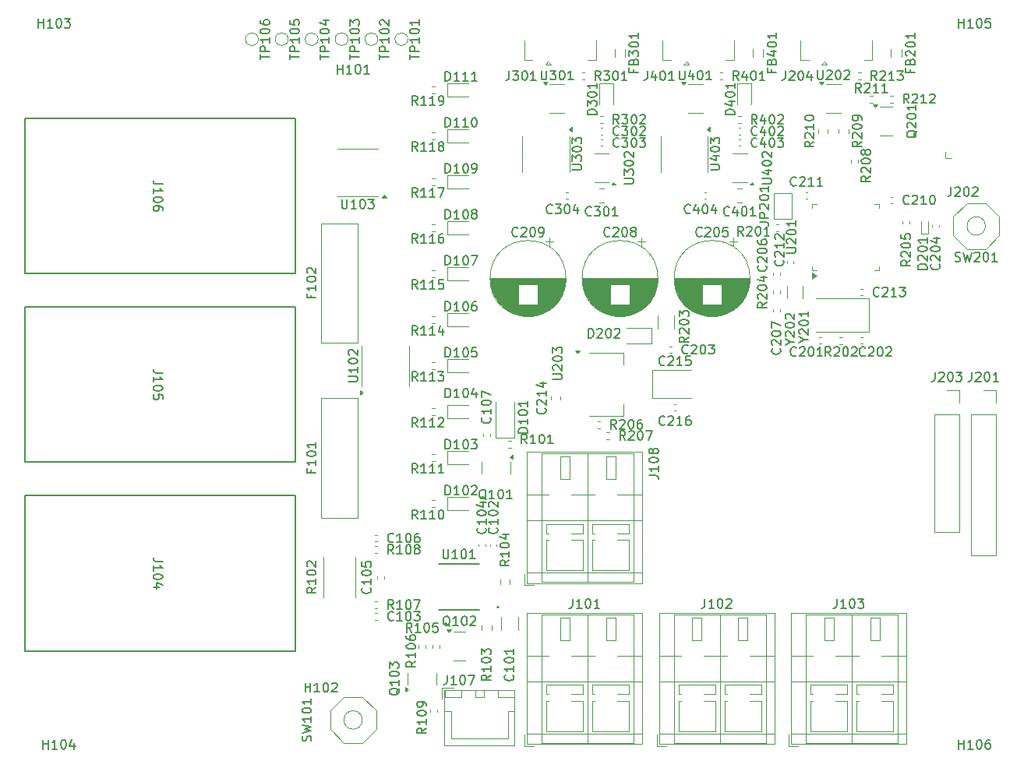
<source format=gbr>
G04 #@! TF.GenerationSoftware,KiCad,Pcbnew,8.0.2+dfsg-1*
G04 #@! TF.CreationDate,2024-05-23T10:42:26+00:00*
G04 #@! TF.ProjectId,akkupack-ng,616b6b75-7061-4636-9b2d-6e672e6b6963,rev?*
G04 #@! TF.SameCoordinates,Original*
G04 #@! TF.FileFunction,Legend,Top*
G04 #@! TF.FilePolarity,Positive*
%FSLAX46Y46*%
G04 Gerber Fmt 4.6, Leading zero omitted, Abs format (unit mm)*
G04 Created by KiCad (PCBNEW 8.0.2+dfsg-1) date 2024-05-23 10:42:26*
%MOMM*%
%LPD*%
G01*
G04 APERTURE LIST*
%ADD10C,0.150000*%
%ADD11C,0.127000*%
%ADD12C,0.200000*%
%ADD13C,0.120000*%
%ADD14C,0.152400*%
%ADD15C,1.000000*%
%ADD16R,1.000000X0.750000*%
%ADD17R,2.413000X2.413000*%
%ADD18C,2.413000*%
%ADD19R,1.700000X1.700000*%
%ADD20O,1.700000X1.700000*%
%ADD21C,6.400000*%
%ADD22C,2.374900*%
%ADD23C,0.990600*%
%ADD24C,0.787400*%
%ADD25R,1.500000X3.000000*%
%ADD26O,1.500000X3.000000*%
%ADD27R,0.400000X1.350000*%
%ADD28O,1.000000X1.900000*%
%ADD29R,0.875000X1.900000*%
%ADD30O,1.050000X1.250000*%
%ADD31R,2.900000X1.900000*%
%ADD32C,2.000000*%
%ADD33R,2.000000X2.400000*%
%ADD34R,1.600000X1.600000*%
%ADD35C,1.600000*%
%ADD36R,1.800000X1.000000*%
%ADD37O,1.700000X2.000000*%
%ADD38R,1.500000X1.000000*%
G04 APERTURE END LIST*
D10*
X97285714Y-102954819D02*
X97285714Y-103764342D01*
X97285714Y-103764342D02*
X97333333Y-103859580D01*
X97333333Y-103859580D02*
X97380952Y-103907200D01*
X97380952Y-103907200D02*
X97476190Y-103954819D01*
X97476190Y-103954819D02*
X97666666Y-103954819D01*
X97666666Y-103954819D02*
X97761904Y-103907200D01*
X97761904Y-103907200D02*
X97809523Y-103859580D01*
X97809523Y-103859580D02*
X97857142Y-103764342D01*
X97857142Y-103764342D02*
X97857142Y-102954819D01*
X98857142Y-103954819D02*
X98285714Y-103954819D01*
X98571428Y-103954819D02*
X98571428Y-102954819D01*
X98571428Y-102954819D02*
X98476190Y-103097676D01*
X98476190Y-103097676D02*
X98380952Y-103192914D01*
X98380952Y-103192914D02*
X98285714Y-103240533D01*
X99476190Y-102954819D02*
X99571428Y-102954819D01*
X99571428Y-102954819D02*
X99666666Y-103002438D01*
X99666666Y-103002438D02*
X99714285Y-103050057D01*
X99714285Y-103050057D02*
X99761904Y-103145295D01*
X99761904Y-103145295D02*
X99809523Y-103335771D01*
X99809523Y-103335771D02*
X99809523Y-103573866D01*
X99809523Y-103573866D02*
X99761904Y-103764342D01*
X99761904Y-103764342D02*
X99714285Y-103859580D01*
X99714285Y-103859580D02*
X99666666Y-103907200D01*
X99666666Y-103907200D02*
X99571428Y-103954819D01*
X99571428Y-103954819D02*
X99476190Y-103954819D01*
X99476190Y-103954819D02*
X99380952Y-103907200D01*
X99380952Y-103907200D02*
X99333333Y-103859580D01*
X99333333Y-103859580D02*
X99285714Y-103764342D01*
X99285714Y-103764342D02*
X99238095Y-103573866D01*
X99238095Y-103573866D02*
X99238095Y-103335771D01*
X99238095Y-103335771D02*
X99285714Y-103145295D01*
X99285714Y-103145295D02*
X99333333Y-103050057D01*
X99333333Y-103050057D02*
X99380952Y-103002438D01*
X99380952Y-103002438D02*
X99476190Y-102954819D01*
X100761904Y-103954819D02*
X100190476Y-103954819D01*
X100476190Y-103954819D02*
X100476190Y-102954819D01*
X100476190Y-102954819D02*
X100380952Y-103097676D01*
X100380952Y-103097676D02*
X100285714Y-103192914D01*
X100285714Y-103192914D02*
X100190476Y-103240533D01*
X139380952Y-81954819D02*
X139047619Y-81478628D01*
X138809524Y-81954819D02*
X138809524Y-80954819D01*
X138809524Y-80954819D02*
X139190476Y-80954819D01*
X139190476Y-80954819D02*
X139285714Y-81002438D01*
X139285714Y-81002438D02*
X139333333Y-81050057D01*
X139333333Y-81050057D02*
X139380952Y-81145295D01*
X139380952Y-81145295D02*
X139380952Y-81288152D01*
X139380952Y-81288152D02*
X139333333Y-81383390D01*
X139333333Y-81383390D02*
X139285714Y-81431009D01*
X139285714Y-81431009D02*
X139190476Y-81478628D01*
X139190476Y-81478628D02*
X138809524Y-81478628D01*
X139761905Y-81050057D02*
X139809524Y-81002438D01*
X139809524Y-81002438D02*
X139904762Y-80954819D01*
X139904762Y-80954819D02*
X140142857Y-80954819D01*
X140142857Y-80954819D02*
X140238095Y-81002438D01*
X140238095Y-81002438D02*
X140285714Y-81050057D01*
X140285714Y-81050057D02*
X140333333Y-81145295D01*
X140333333Y-81145295D02*
X140333333Y-81240533D01*
X140333333Y-81240533D02*
X140285714Y-81383390D01*
X140285714Y-81383390D02*
X139714286Y-81954819D01*
X139714286Y-81954819D02*
X140333333Y-81954819D01*
X140952381Y-80954819D02*
X141047619Y-80954819D01*
X141047619Y-80954819D02*
X141142857Y-81002438D01*
X141142857Y-81002438D02*
X141190476Y-81050057D01*
X141190476Y-81050057D02*
X141238095Y-81145295D01*
X141238095Y-81145295D02*
X141285714Y-81335771D01*
X141285714Y-81335771D02*
X141285714Y-81573866D01*
X141285714Y-81573866D02*
X141238095Y-81764342D01*
X141238095Y-81764342D02*
X141190476Y-81859580D01*
X141190476Y-81859580D02*
X141142857Y-81907200D01*
X141142857Y-81907200D02*
X141047619Y-81954819D01*
X141047619Y-81954819D02*
X140952381Y-81954819D01*
X140952381Y-81954819D02*
X140857143Y-81907200D01*
X140857143Y-81907200D02*
X140809524Y-81859580D01*
X140809524Y-81859580D02*
X140761905Y-81764342D01*
X140761905Y-81764342D02*
X140714286Y-81573866D01*
X140714286Y-81573866D02*
X140714286Y-81335771D01*
X140714286Y-81335771D02*
X140761905Y-81145295D01*
X140761905Y-81145295D02*
X140809524Y-81050057D01*
X140809524Y-81050057D02*
X140857143Y-81002438D01*
X140857143Y-81002438D02*
X140952381Y-80954819D01*
X141666667Y-81050057D02*
X141714286Y-81002438D01*
X141714286Y-81002438D02*
X141809524Y-80954819D01*
X141809524Y-80954819D02*
X142047619Y-80954819D01*
X142047619Y-80954819D02*
X142142857Y-81002438D01*
X142142857Y-81002438D02*
X142190476Y-81050057D01*
X142190476Y-81050057D02*
X142238095Y-81145295D01*
X142238095Y-81145295D02*
X142238095Y-81240533D01*
X142238095Y-81240533D02*
X142190476Y-81383390D01*
X142190476Y-81383390D02*
X141619048Y-81954819D01*
X141619048Y-81954819D02*
X142238095Y-81954819D01*
X102359580Y-88619047D02*
X102407200Y-88666666D01*
X102407200Y-88666666D02*
X102454819Y-88809523D01*
X102454819Y-88809523D02*
X102454819Y-88904761D01*
X102454819Y-88904761D02*
X102407200Y-89047618D01*
X102407200Y-89047618D02*
X102311961Y-89142856D01*
X102311961Y-89142856D02*
X102216723Y-89190475D01*
X102216723Y-89190475D02*
X102026247Y-89238094D01*
X102026247Y-89238094D02*
X101883390Y-89238094D01*
X101883390Y-89238094D02*
X101692914Y-89190475D01*
X101692914Y-89190475D02*
X101597676Y-89142856D01*
X101597676Y-89142856D02*
X101502438Y-89047618D01*
X101502438Y-89047618D02*
X101454819Y-88904761D01*
X101454819Y-88904761D02*
X101454819Y-88809523D01*
X101454819Y-88809523D02*
X101502438Y-88666666D01*
X101502438Y-88666666D02*
X101550057Y-88619047D01*
X102454819Y-87666666D02*
X102454819Y-88238094D01*
X102454819Y-87952380D02*
X101454819Y-87952380D01*
X101454819Y-87952380D02*
X101597676Y-88047618D01*
X101597676Y-88047618D02*
X101692914Y-88142856D01*
X101692914Y-88142856D02*
X101740533Y-88238094D01*
X101454819Y-87047618D02*
X101454819Y-86952380D01*
X101454819Y-86952380D02*
X101502438Y-86857142D01*
X101502438Y-86857142D02*
X101550057Y-86809523D01*
X101550057Y-86809523D02*
X101645295Y-86761904D01*
X101645295Y-86761904D02*
X101835771Y-86714285D01*
X101835771Y-86714285D02*
X102073866Y-86714285D01*
X102073866Y-86714285D02*
X102264342Y-86761904D01*
X102264342Y-86761904D02*
X102359580Y-86809523D01*
X102359580Y-86809523D02*
X102407200Y-86857142D01*
X102407200Y-86857142D02*
X102454819Y-86952380D01*
X102454819Y-86952380D02*
X102454819Y-87047618D01*
X102454819Y-87047618D02*
X102407200Y-87142856D01*
X102407200Y-87142856D02*
X102359580Y-87190475D01*
X102359580Y-87190475D02*
X102264342Y-87238094D01*
X102264342Y-87238094D02*
X102073866Y-87285713D01*
X102073866Y-87285713D02*
X101835771Y-87285713D01*
X101835771Y-87285713D02*
X101645295Y-87238094D01*
X101645295Y-87238094D02*
X101550057Y-87190475D01*
X101550057Y-87190475D02*
X101502438Y-87142856D01*
X101502438Y-87142856D02*
X101454819Y-87047618D01*
X101454819Y-86380951D02*
X101454819Y-85714285D01*
X101454819Y-85714285D02*
X102454819Y-86142856D01*
X94493452Y-59654819D02*
X94160119Y-59178628D01*
X93922024Y-59654819D02*
X93922024Y-58654819D01*
X93922024Y-58654819D02*
X94302976Y-58654819D01*
X94302976Y-58654819D02*
X94398214Y-58702438D01*
X94398214Y-58702438D02*
X94445833Y-58750057D01*
X94445833Y-58750057D02*
X94493452Y-58845295D01*
X94493452Y-58845295D02*
X94493452Y-58988152D01*
X94493452Y-58988152D02*
X94445833Y-59083390D01*
X94445833Y-59083390D02*
X94398214Y-59131009D01*
X94398214Y-59131009D02*
X94302976Y-59178628D01*
X94302976Y-59178628D02*
X93922024Y-59178628D01*
X95445833Y-59654819D02*
X94874405Y-59654819D01*
X95160119Y-59654819D02*
X95160119Y-58654819D01*
X95160119Y-58654819D02*
X95064881Y-58797676D01*
X95064881Y-58797676D02*
X94969643Y-58892914D01*
X94969643Y-58892914D02*
X94874405Y-58940533D01*
X96398214Y-59654819D02*
X95826786Y-59654819D01*
X96112500Y-59654819D02*
X96112500Y-58654819D01*
X96112500Y-58654819D02*
X96017262Y-58797676D01*
X96017262Y-58797676D02*
X95922024Y-58892914D01*
X95922024Y-58892914D02*
X95826786Y-58940533D01*
X96969643Y-59083390D02*
X96874405Y-59035771D01*
X96874405Y-59035771D02*
X96826786Y-58988152D01*
X96826786Y-58988152D02*
X96779167Y-58892914D01*
X96779167Y-58892914D02*
X96779167Y-58845295D01*
X96779167Y-58845295D02*
X96826786Y-58750057D01*
X96826786Y-58750057D02*
X96874405Y-58702438D01*
X96874405Y-58702438D02*
X96969643Y-58654819D01*
X96969643Y-58654819D02*
X97160119Y-58654819D01*
X97160119Y-58654819D02*
X97255357Y-58702438D01*
X97255357Y-58702438D02*
X97302976Y-58750057D01*
X97302976Y-58750057D02*
X97350595Y-58845295D01*
X97350595Y-58845295D02*
X97350595Y-58892914D01*
X97350595Y-58892914D02*
X97302976Y-58988152D01*
X97302976Y-58988152D02*
X97255357Y-59035771D01*
X97255357Y-59035771D02*
X97160119Y-59083390D01*
X97160119Y-59083390D02*
X96969643Y-59083390D01*
X96969643Y-59083390D02*
X96874405Y-59131009D01*
X96874405Y-59131009D02*
X96826786Y-59178628D01*
X96826786Y-59178628D02*
X96779167Y-59273866D01*
X96779167Y-59273866D02*
X96779167Y-59464342D01*
X96779167Y-59464342D02*
X96826786Y-59559580D01*
X96826786Y-59559580D02*
X96874405Y-59607200D01*
X96874405Y-59607200D02*
X96969643Y-59654819D01*
X96969643Y-59654819D02*
X97160119Y-59654819D01*
X97160119Y-59654819D02*
X97255357Y-59607200D01*
X97255357Y-59607200D02*
X97302976Y-59559580D01*
X97302976Y-59559580D02*
X97350595Y-59464342D01*
X97350595Y-59464342D02*
X97350595Y-59273866D01*
X97350595Y-59273866D02*
X97302976Y-59178628D01*
X97302976Y-59178628D02*
X97255357Y-59131009D01*
X97255357Y-59131009D02*
X97160119Y-59083390D01*
X94493452Y-99654819D02*
X94160119Y-99178628D01*
X93922024Y-99654819D02*
X93922024Y-98654819D01*
X93922024Y-98654819D02*
X94302976Y-98654819D01*
X94302976Y-98654819D02*
X94398214Y-98702438D01*
X94398214Y-98702438D02*
X94445833Y-98750057D01*
X94445833Y-98750057D02*
X94493452Y-98845295D01*
X94493452Y-98845295D02*
X94493452Y-98988152D01*
X94493452Y-98988152D02*
X94445833Y-99083390D01*
X94445833Y-99083390D02*
X94398214Y-99131009D01*
X94398214Y-99131009D02*
X94302976Y-99178628D01*
X94302976Y-99178628D02*
X93922024Y-99178628D01*
X95445833Y-99654819D02*
X94874405Y-99654819D01*
X95160119Y-99654819D02*
X95160119Y-98654819D01*
X95160119Y-98654819D02*
X95064881Y-98797676D01*
X95064881Y-98797676D02*
X94969643Y-98892914D01*
X94969643Y-98892914D02*
X94874405Y-98940533D01*
X96398214Y-99654819D02*
X95826786Y-99654819D01*
X96112500Y-99654819D02*
X96112500Y-98654819D01*
X96112500Y-98654819D02*
X96017262Y-98797676D01*
X96017262Y-98797676D02*
X95922024Y-98892914D01*
X95922024Y-98892914D02*
X95826786Y-98940533D01*
X97017262Y-98654819D02*
X97112500Y-98654819D01*
X97112500Y-98654819D02*
X97207738Y-98702438D01*
X97207738Y-98702438D02*
X97255357Y-98750057D01*
X97255357Y-98750057D02*
X97302976Y-98845295D01*
X97302976Y-98845295D02*
X97350595Y-99035771D01*
X97350595Y-99035771D02*
X97350595Y-99273866D01*
X97350595Y-99273866D02*
X97302976Y-99464342D01*
X97302976Y-99464342D02*
X97255357Y-99559580D01*
X97255357Y-99559580D02*
X97207738Y-99607200D01*
X97207738Y-99607200D02*
X97112500Y-99654819D01*
X97112500Y-99654819D02*
X97017262Y-99654819D01*
X97017262Y-99654819D02*
X96922024Y-99607200D01*
X96922024Y-99607200D02*
X96874405Y-99559580D01*
X96874405Y-99559580D02*
X96826786Y-99464342D01*
X96826786Y-99464342D02*
X96779167Y-99273866D01*
X96779167Y-99273866D02*
X96779167Y-99035771D01*
X96779167Y-99035771D02*
X96826786Y-98845295D01*
X96826786Y-98845295D02*
X96874405Y-98750057D01*
X96874405Y-98750057D02*
X96922024Y-98702438D01*
X96922024Y-98702438D02*
X97017262Y-98654819D01*
X104859580Y-116619047D02*
X104907200Y-116666666D01*
X104907200Y-116666666D02*
X104954819Y-116809523D01*
X104954819Y-116809523D02*
X104954819Y-116904761D01*
X104954819Y-116904761D02*
X104907200Y-117047618D01*
X104907200Y-117047618D02*
X104811961Y-117142856D01*
X104811961Y-117142856D02*
X104716723Y-117190475D01*
X104716723Y-117190475D02*
X104526247Y-117238094D01*
X104526247Y-117238094D02*
X104383390Y-117238094D01*
X104383390Y-117238094D02*
X104192914Y-117190475D01*
X104192914Y-117190475D02*
X104097676Y-117142856D01*
X104097676Y-117142856D02*
X104002438Y-117047618D01*
X104002438Y-117047618D02*
X103954819Y-116904761D01*
X103954819Y-116904761D02*
X103954819Y-116809523D01*
X103954819Y-116809523D02*
X104002438Y-116666666D01*
X104002438Y-116666666D02*
X104050057Y-116619047D01*
X104954819Y-115666666D02*
X104954819Y-116238094D01*
X104954819Y-115952380D02*
X103954819Y-115952380D01*
X103954819Y-115952380D02*
X104097676Y-116047618D01*
X104097676Y-116047618D02*
X104192914Y-116142856D01*
X104192914Y-116142856D02*
X104240533Y-116238094D01*
X103954819Y-115047618D02*
X103954819Y-114952380D01*
X103954819Y-114952380D02*
X104002438Y-114857142D01*
X104002438Y-114857142D02*
X104050057Y-114809523D01*
X104050057Y-114809523D02*
X104145295Y-114761904D01*
X104145295Y-114761904D02*
X104335771Y-114714285D01*
X104335771Y-114714285D02*
X104573866Y-114714285D01*
X104573866Y-114714285D02*
X104764342Y-114761904D01*
X104764342Y-114761904D02*
X104859580Y-114809523D01*
X104859580Y-114809523D02*
X104907200Y-114857142D01*
X104907200Y-114857142D02*
X104954819Y-114952380D01*
X104954819Y-114952380D02*
X104954819Y-115047618D01*
X104954819Y-115047618D02*
X104907200Y-115142856D01*
X104907200Y-115142856D02*
X104859580Y-115190475D01*
X104859580Y-115190475D02*
X104764342Y-115238094D01*
X104764342Y-115238094D02*
X104573866Y-115285713D01*
X104573866Y-115285713D02*
X104335771Y-115285713D01*
X104335771Y-115285713D02*
X104145295Y-115238094D01*
X104145295Y-115238094D02*
X104050057Y-115190475D01*
X104050057Y-115190475D02*
X104002438Y-115142856D01*
X104002438Y-115142856D02*
X103954819Y-115047618D01*
X104954819Y-113761904D02*
X104954819Y-114333332D01*
X104954819Y-114047618D02*
X103954819Y-114047618D01*
X103954819Y-114047618D02*
X104097676Y-114142856D01*
X104097676Y-114142856D02*
X104192914Y-114238094D01*
X104192914Y-114238094D02*
X104240533Y-114333332D01*
X113380952Y-66609580D02*
X113333333Y-66657200D01*
X113333333Y-66657200D02*
X113190476Y-66704819D01*
X113190476Y-66704819D02*
X113095238Y-66704819D01*
X113095238Y-66704819D02*
X112952381Y-66657200D01*
X112952381Y-66657200D02*
X112857143Y-66561961D01*
X112857143Y-66561961D02*
X112809524Y-66466723D01*
X112809524Y-66466723D02*
X112761905Y-66276247D01*
X112761905Y-66276247D02*
X112761905Y-66133390D01*
X112761905Y-66133390D02*
X112809524Y-65942914D01*
X112809524Y-65942914D02*
X112857143Y-65847676D01*
X112857143Y-65847676D02*
X112952381Y-65752438D01*
X112952381Y-65752438D02*
X113095238Y-65704819D01*
X113095238Y-65704819D02*
X113190476Y-65704819D01*
X113190476Y-65704819D02*
X113333333Y-65752438D01*
X113333333Y-65752438D02*
X113380952Y-65800057D01*
X113714286Y-65704819D02*
X114333333Y-65704819D01*
X114333333Y-65704819D02*
X114000000Y-66085771D01*
X114000000Y-66085771D02*
X114142857Y-66085771D01*
X114142857Y-66085771D02*
X114238095Y-66133390D01*
X114238095Y-66133390D02*
X114285714Y-66181009D01*
X114285714Y-66181009D02*
X114333333Y-66276247D01*
X114333333Y-66276247D02*
X114333333Y-66514342D01*
X114333333Y-66514342D02*
X114285714Y-66609580D01*
X114285714Y-66609580D02*
X114238095Y-66657200D01*
X114238095Y-66657200D02*
X114142857Y-66704819D01*
X114142857Y-66704819D02*
X113857143Y-66704819D01*
X113857143Y-66704819D02*
X113761905Y-66657200D01*
X113761905Y-66657200D02*
X113714286Y-66609580D01*
X114952381Y-65704819D02*
X115047619Y-65704819D01*
X115047619Y-65704819D02*
X115142857Y-65752438D01*
X115142857Y-65752438D02*
X115190476Y-65800057D01*
X115190476Y-65800057D02*
X115238095Y-65895295D01*
X115238095Y-65895295D02*
X115285714Y-66085771D01*
X115285714Y-66085771D02*
X115285714Y-66323866D01*
X115285714Y-66323866D02*
X115238095Y-66514342D01*
X115238095Y-66514342D02*
X115190476Y-66609580D01*
X115190476Y-66609580D02*
X115142857Y-66657200D01*
X115142857Y-66657200D02*
X115047619Y-66704819D01*
X115047619Y-66704819D02*
X114952381Y-66704819D01*
X114952381Y-66704819D02*
X114857143Y-66657200D01*
X114857143Y-66657200D02*
X114809524Y-66609580D01*
X114809524Y-66609580D02*
X114761905Y-66514342D01*
X114761905Y-66514342D02*
X114714286Y-66323866D01*
X114714286Y-66323866D02*
X114714286Y-66085771D01*
X114714286Y-66085771D02*
X114761905Y-65895295D01*
X114761905Y-65895295D02*
X114809524Y-65800057D01*
X114809524Y-65800057D02*
X114857143Y-65752438D01*
X114857143Y-65752438D02*
X114952381Y-65704819D01*
X116238095Y-66704819D02*
X115666667Y-66704819D01*
X115952381Y-66704819D02*
X115952381Y-65704819D01*
X115952381Y-65704819D02*
X115857143Y-65847676D01*
X115857143Y-65847676D02*
X115761905Y-65942914D01*
X115761905Y-65942914D02*
X115666667Y-65990533D01*
X114380952Y-51954819D02*
X114047619Y-51478628D01*
X113809524Y-51954819D02*
X113809524Y-50954819D01*
X113809524Y-50954819D02*
X114190476Y-50954819D01*
X114190476Y-50954819D02*
X114285714Y-51002438D01*
X114285714Y-51002438D02*
X114333333Y-51050057D01*
X114333333Y-51050057D02*
X114380952Y-51145295D01*
X114380952Y-51145295D02*
X114380952Y-51288152D01*
X114380952Y-51288152D02*
X114333333Y-51383390D01*
X114333333Y-51383390D02*
X114285714Y-51431009D01*
X114285714Y-51431009D02*
X114190476Y-51478628D01*
X114190476Y-51478628D02*
X113809524Y-51478628D01*
X114714286Y-50954819D02*
X115333333Y-50954819D01*
X115333333Y-50954819D02*
X115000000Y-51335771D01*
X115000000Y-51335771D02*
X115142857Y-51335771D01*
X115142857Y-51335771D02*
X115238095Y-51383390D01*
X115238095Y-51383390D02*
X115285714Y-51431009D01*
X115285714Y-51431009D02*
X115333333Y-51526247D01*
X115333333Y-51526247D02*
X115333333Y-51764342D01*
X115333333Y-51764342D02*
X115285714Y-51859580D01*
X115285714Y-51859580D02*
X115238095Y-51907200D01*
X115238095Y-51907200D02*
X115142857Y-51954819D01*
X115142857Y-51954819D02*
X114857143Y-51954819D01*
X114857143Y-51954819D02*
X114761905Y-51907200D01*
X114761905Y-51907200D02*
X114714286Y-51859580D01*
X115952381Y-50954819D02*
X116047619Y-50954819D01*
X116047619Y-50954819D02*
X116142857Y-51002438D01*
X116142857Y-51002438D02*
X116190476Y-51050057D01*
X116190476Y-51050057D02*
X116238095Y-51145295D01*
X116238095Y-51145295D02*
X116285714Y-51335771D01*
X116285714Y-51335771D02*
X116285714Y-51573866D01*
X116285714Y-51573866D02*
X116238095Y-51764342D01*
X116238095Y-51764342D02*
X116190476Y-51859580D01*
X116190476Y-51859580D02*
X116142857Y-51907200D01*
X116142857Y-51907200D02*
X116047619Y-51954819D01*
X116047619Y-51954819D02*
X115952381Y-51954819D01*
X115952381Y-51954819D02*
X115857143Y-51907200D01*
X115857143Y-51907200D02*
X115809524Y-51859580D01*
X115809524Y-51859580D02*
X115761905Y-51764342D01*
X115761905Y-51764342D02*
X115714286Y-51573866D01*
X115714286Y-51573866D02*
X115714286Y-51335771D01*
X115714286Y-51335771D02*
X115761905Y-51145295D01*
X115761905Y-51145295D02*
X115809524Y-51050057D01*
X115809524Y-51050057D02*
X115857143Y-51002438D01*
X115857143Y-51002438D02*
X115952381Y-50954819D01*
X117238095Y-51954819D02*
X116666667Y-51954819D01*
X116952381Y-51954819D02*
X116952381Y-50954819D01*
X116952381Y-50954819D02*
X116857143Y-51097676D01*
X116857143Y-51097676D02*
X116761905Y-51192914D01*
X116761905Y-51192914D02*
X116666667Y-51240533D01*
X93652819Y-49714285D02*
X93652819Y-49142857D01*
X94652819Y-49428571D02*
X93652819Y-49428571D01*
X94652819Y-48809523D02*
X93652819Y-48809523D01*
X93652819Y-48809523D02*
X93652819Y-48428571D01*
X93652819Y-48428571D02*
X93700438Y-48333333D01*
X93700438Y-48333333D02*
X93748057Y-48285714D01*
X93748057Y-48285714D02*
X93843295Y-48238095D01*
X93843295Y-48238095D02*
X93986152Y-48238095D01*
X93986152Y-48238095D02*
X94081390Y-48285714D01*
X94081390Y-48285714D02*
X94129009Y-48333333D01*
X94129009Y-48333333D02*
X94176628Y-48428571D01*
X94176628Y-48428571D02*
X94176628Y-48809523D01*
X94652819Y-47285714D02*
X94652819Y-47857142D01*
X94652819Y-47571428D02*
X93652819Y-47571428D01*
X93652819Y-47571428D02*
X93795676Y-47666666D01*
X93795676Y-47666666D02*
X93890914Y-47761904D01*
X93890914Y-47761904D02*
X93938533Y-47857142D01*
X93652819Y-46666666D02*
X93652819Y-46571428D01*
X93652819Y-46571428D02*
X93700438Y-46476190D01*
X93700438Y-46476190D02*
X93748057Y-46428571D01*
X93748057Y-46428571D02*
X93843295Y-46380952D01*
X93843295Y-46380952D02*
X94033771Y-46333333D01*
X94033771Y-46333333D02*
X94271866Y-46333333D01*
X94271866Y-46333333D02*
X94462342Y-46380952D01*
X94462342Y-46380952D02*
X94557580Y-46428571D01*
X94557580Y-46428571D02*
X94605200Y-46476190D01*
X94605200Y-46476190D02*
X94652819Y-46571428D01*
X94652819Y-46571428D02*
X94652819Y-46666666D01*
X94652819Y-46666666D02*
X94605200Y-46761904D01*
X94605200Y-46761904D02*
X94557580Y-46809523D01*
X94557580Y-46809523D02*
X94462342Y-46857142D01*
X94462342Y-46857142D02*
X94271866Y-46904761D01*
X94271866Y-46904761D02*
X94033771Y-46904761D01*
X94033771Y-46904761D02*
X93843295Y-46857142D01*
X93843295Y-46857142D02*
X93748057Y-46809523D01*
X93748057Y-46809523D02*
X93700438Y-46761904D01*
X93700438Y-46761904D02*
X93652819Y-46666666D01*
X94652819Y-45380952D02*
X94652819Y-45952380D01*
X94652819Y-45666666D02*
X93652819Y-45666666D01*
X93652819Y-45666666D02*
X93795676Y-45761904D01*
X93795676Y-45761904D02*
X93890914Y-45857142D01*
X93890914Y-45857142D02*
X93938533Y-45952380D01*
X103109580Y-100619047D02*
X103157200Y-100666666D01*
X103157200Y-100666666D02*
X103204819Y-100809523D01*
X103204819Y-100809523D02*
X103204819Y-100904761D01*
X103204819Y-100904761D02*
X103157200Y-101047618D01*
X103157200Y-101047618D02*
X103061961Y-101142856D01*
X103061961Y-101142856D02*
X102966723Y-101190475D01*
X102966723Y-101190475D02*
X102776247Y-101238094D01*
X102776247Y-101238094D02*
X102633390Y-101238094D01*
X102633390Y-101238094D02*
X102442914Y-101190475D01*
X102442914Y-101190475D02*
X102347676Y-101142856D01*
X102347676Y-101142856D02*
X102252438Y-101047618D01*
X102252438Y-101047618D02*
X102204819Y-100904761D01*
X102204819Y-100904761D02*
X102204819Y-100809523D01*
X102204819Y-100809523D02*
X102252438Y-100666666D01*
X102252438Y-100666666D02*
X102300057Y-100619047D01*
X103204819Y-99666666D02*
X103204819Y-100238094D01*
X103204819Y-99952380D02*
X102204819Y-99952380D01*
X102204819Y-99952380D02*
X102347676Y-100047618D01*
X102347676Y-100047618D02*
X102442914Y-100142856D01*
X102442914Y-100142856D02*
X102490533Y-100238094D01*
X102204819Y-99047618D02*
X102204819Y-98952380D01*
X102204819Y-98952380D02*
X102252438Y-98857142D01*
X102252438Y-98857142D02*
X102300057Y-98809523D01*
X102300057Y-98809523D02*
X102395295Y-98761904D01*
X102395295Y-98761904D02*
X102585771Y-98714285D01*
X102585771Y-98714285D02*
X102823866Y-98714285D01*
X102823866Y-98714285D02*
X103014342Y-98761904D01*
X103014342Y-98761904D02*
X103109580Y-98809523D01*
X103109580Y-98809523D02*
X103157200Y-98857142D01*
X103157200Y-98857142D02*
X103204819Y-98952380D01*
X103204819Y-98952380D02*
X103204819Y-99047618D01*
X103204819Y-99047618D02*
X103157200Y-99142856D01*
X103157200Y-99142856D02*
X103109580Y-99190475D01*
X103109580Y-99190475D02*
X103014342Y-99238094D01*
X103014342Y-99238094D02*
X102823866Y-99285713D01*
X102823866Y-99285713D02*
X102585771Y-99285713D01*
X102585771Y-99285713D02*
X102395295Y-99238094D01*
X102395295Y-99238094D02*
X102300057Y-99190475D01*
X102300057Y-99190475D02*
X102252438Y-99142856D01*
X102252438Y-99142856D02*
X102204819Y-99047618D01*
X102300057Y-98333332D02*
X102252438Y-98285713D01*
X102252438Y-98285713D02*
X102204819Y-98190475D01*
X102204819Y-98190475D02*
X102204819Y-97952380D01*
X102204819Y-97952380D02*
X102252438Y-97857142D01*
X102252438Y-97857142D02*
X102300057Y-97809523D01*
X102300057Y-97809523D02*
X102395295Y-97761904D01*
X102395295Y-97761904D02*
X102490533Y-97761904D01*
X102490533Y-97761904D02*
X102633390Y-97809523D01*
X102633390Y-97809523D02*
X103204819Y-98380951D01*
X103204819Y-98380951D02*
X103204819Y-97761904D01*
X97522024Y-67024819D02*
X97522024Y-66024819D01*
X97522024Y-66024819D02*
X97760119Y-66024819D01*
X97760119Y-66024819D02*
X97902976Y-66072438D01*
X97902976Y-66072438D02*
X97998214Y-66167676D01*
X97998214Y-66167676D02*
X98045833Y-66262914D01*
X98045833Y-66262914D02*
X98093452Y-66453390D01*
X98093452Y-66453390D02*
X98093452Y-66596247D01*
X98093452Y-66596247D02*
X98045833Y-66786723D01*
X98045833Y-66786723D02*
X97998214Y-66881961D01*
X97998214Y-66881961D02*
X97902976Y-66977200D01*
X97902976Y-66977200D02*
X97760119Y-67024819D01*
X97760119Y-67024819D02*
X97522024Y-67024819D01*
X99045833Y-67024819D02*
X98474405Y-67024819D01*
X98760119Y-67024819D02*
X98760119Y-66024819D01*
X98760119Y-66024819D02*
X98664881Y-66167676D01*
X98664881Y-66167676D02*
X98569643Y-66262914D01*
X98569643Y-66262914D02*
X98474405Y-66310533D01*
X99664881Y-66024819D02*
X99760119Y-66024819D01*
X99760119Y-66024819D02*
X99855357Y-66072438D01*
X99855357Y-66072438D02*
X99902976Y-66120057D01*
X99902976Y-66120057D02*
X99950595Y-66215295D01*
X99950595Y-66215295D02*
X99998214Y-66405771D01*
X99998214Y-66405771D02*
X99998214Y-66643866D01*
X99998214Y-66643866D02*
X99950595Y-66834342D01*
X99950595Y-66834342D02*
X99902976Y-66929580D01*
X99902976Y-66929580D02*
X99855357Y-66977200D01*
X99855357Y-66977200D02*
X99760119Y-67024819D01*
X99760119Y-67024819D02*
X99664881Y-67024819D01*
X99664881Y-67024819D02*
X99569643Y-66977200D01*
X99569643Y-66977200D02*
X99522024Y-66929580D01*
X99522024Y-66929580D02*
X99474405Y-66834342D01*
X99474405Y-66834342D02*
X99426786Y-66643866D01*
X99426786Y-66643866D02*
X99426786Y-66405771D01*
X99426786Y-66405771D02*
X99474405Y-66215295D01*
X99474405Y-66215295D02*
X99522024Y-66120057D01*
X99522024Y-66120057D02*
X99569643Y-66072438D01*
X99569643Y-66072438D02*
X99664881Y-66024819D01*
X100569643Y-66453390D02*
X100474405Y-66405771D01*
X100474405Y-66405771D02*
X100426786Y-66358152D01*
X100426786Y-66358152D02*
X100379167Y-66262914D01*
X100379167Y-66262914D02*
X100379167Y-66215295D01*
X100379167Y-66215295D02*
X100426786Y-66120057D01*
X100426786Y-66120057D02*
X100474405Y-66072438D01*
X100474405Y-66072438D02*
X100569643Y-66024819D01*
X100569643Y-66024819D02*
X100760119Y-66024819D01*
X100760119Y-66024819D02*
X100855357Y-66072438D01*
X100855357Y-66072438D02*
X100902976Y-66120057D01*
X100902976Y-66120057D02*
X100950595Y-66215295D01*
X100950595Y-66215295D02*
X100950595Y-66262914D01*
X100950595Y-66262914D02*
X100902976Y-66358152D01*
X100902976Y-66358152D02*
X100855357Y-66405771D01*
X100855357Y-66405771D02*
X100760119Y-66453390D01*
X100760119Y-66453390D02*
X100569643Y-66453390D01*
X100569643Y-66453390D02*
X100474405Y-66501009D01*
X100474405Y-66501009D02*
X100426786Y-66548628D01*
X100426786Y-66548628D02*
X100379167Y-66643866D01*
X100379167Y-66643866D02*
X100379167Y-66834342D01*
X100379167Y-66834342D02*
X100426786Y-66929580D01*
X100426786Y-66929580D02*
X100474405Y-66977200D01*
X100474405Y-66977200D02*
X100569643Y-67024819D01*
X100569643Y-67024819D02*
X100760119Y-67024819D01*
X100760119Y-67024819D02*
X100855357Y-66977200D01*
X100855357Y-66977200D02*
X100902976Y-66929580D01*
X100902976Y-66929580D02*
X100950595Y-66834342D01*
X100950595Y-66834342D02*
X100950595Y-66643866D01*
X100950595Y-66643866D02*
X100902976Y-66548628D01*
X100902976Y-66548628D02*
X100855357Y-66501009D01*
X100855357Y-66501009D02*
X100760119Y-66453390D01*
X148750057Y-57447619D02*
X148702438Y-57542857D01*
X148702438Y-57542857D02*
X148607200Y-57638095D01*
X148607200Y-57638095D02*
X148464342Y-57780952D01*
X148464342Y-57780952D02*
X148416723Y-57876190D01*
X148416723Y-57876190D02*
X148416723Y-57971428D01*
X148654819Y-57923809D02*
X148607200Y-58019047D01*
X148607200Y-58019047D02*
X148511961Y-58114285D01*
X148511961Y-58114285D02*
X148321485Y-58161904D01*
X148321485Y-58161904D02*
X147988152Y-58161904D01*
X147988152Y-58161904D02*
X147797676Y-58114285D01*
X147797676Y-58114285D02*
X147702438Y-58019047D01*
X147702438Y-58019047D02*
X147654819Y-57923809D01*
X147654819Y-57923809D02*
X147654819Y-57733333D01*
X147654819Y-57733333D02*
X147702438Y-57638095D01*
X147702438Y-57638095D02*
X147797676Y-57542857D01*
X147797676Y-57542857D02*
X147988152Y-57495238D01*
X147988152Y-57495238D02*
X148321485Y-57495238D01*
X148321485Y-57495238D02*
X148511961Y-57542857D01*
X148511961Y-57542857D02*
X148607200Y-57638095D01*
X148607200Y-57638095D02*
X148654819Y-57733333D01*
X148654819Y-57733333D02*
X148654819Y-57923809D01*
X147750057Y-57114285D02*
X147702438Y-57066666D01*
X147702438Y-57066666D02*
X147654819Y-56971428D01*
X147654819Y-56971428D02*
X147654819Y-56733333D01*
X147654819Y-56733333D02*
X147702438Y-56638095D01*
X147702438Y-56638095D02*
X147750057Y-56590476D01*
X147750057Y-56590476D02*
X147845295Y-56542857D01*
X147845295Y-56542857D02*
X147940533Y-56542857D01*
X147940533Y-56542857D02*
X148083390Y-56590476D01*
X148083390Y-56590476D02*
X148654819Y-57161904D01*
X148654819Y-57161904D02*
X148654819Y-56542857D01*
X147654819Y-55923809D02*
X147654819Y-55828571D01*
X147654819Y-55828571D02*
X147702438Y-55733333D01*
X147702438Y-55733333D02*
X147750057Y-55685714D01*
X147750057Y-55685714D02*
X147845295Y-55638095D01*
X147845295Y-55638095D02*
X148035771Y-55590476D01*
X148035771Y-55590476D02*
X148273866Y-55590476D01*
X148273866Y-55590476D02*
X148464342Y-55638095D01*
X148464342Y-55638095D02*
X148559580Y-55685714D01*
X148559580Y-55685714D02*
X148607200Y-55733333D01*
X148607200Y-55733333D02*
X148654819Y-55828571D01*
X148654819Y-55828571D02*
X148654819Y-55923809D01*
X148654819Y-55923809D02*
X148607200Y-56019047D01*
X148607200Y-56019047D02*
X148559580Y-56066666D01*
X148559580Y-56066666D02*
X148464342Y-56114285D01*
X148464342Y-56114285D02*
X148273866Y-56161904D01*
X148273866Y-56161904D02*
X148035771Y-56161904D01*
X148035771Y-56161904D02*
X147845295Y-56114285D01*
X147845295Y-56114285D02*
X147750057Y-56066666D01*
X147750057Y-56066666D02*
X147702438Y-56019047D01*
X147702438Y-56019047D02*
X147654819Y-55923809D01*
X148654819Y-54638095D02*
X148654819Y-55209523D01*
X148654819Y-54923809D02*
X147654819Y-54923809D01*
X147654819Y-54923809D02*
X147797676Y-55019047D01*
X147797676Y-55019047D02*
X147892914Y-55114285D01*
X147892914Y-55114285D02*
X147940533Y-55209523D01*
X94493452Y-79654819D02*
X94160119Y-79178628D01*
X93922024Y-79654819D02*
X93922024Y-78654819D01*
X93922024Y-78654819D02*
X94302976Y-78654819D01*
X94302976Y-78654819D02*
X94398214Y-78702438D01*
X94398214Y-78702438D02*
X94445833Y-78750057D01*
X94445833Y-78750057D02*
X94493452Y-78845295D01*
X94493452Y-78845295D02*
X94493452Y-78988152D01*
X94493452Y-78988152D02*
X94445833Y-79083390D01*
X94445833Y-79083390D02*
X94398214Y-79131009D01*
X94398214Y-79131009D02*
X94302976Y-79178628D01*
X94302976Y-79178628D02*
X93922024Y-79178628D01*
X95445833Y-79654819D02*
X94874405Y-79654819D01*
X95160119Y-79654819D02*
X95160119Y-78654819D01*
X95160119Y-78654819D02*
X95064881Y-78797676D01*
X95064881Y-78797676D02*
X94969643Y-78892914D01*
X94969643Y-78892914D02*
X94874405Y-78940533D01*
X96398214Y-79654819D02*
X95826786Y-79654819D01*
X96112500Y-79654819D02*
X96112500Y-78654819D01*
X96112500Y-78654819D02*
X96017262Y-78797676D01*
X96017262Y-78797676D02*
X95922024Y-78892914D01*
X95922024Y-78892914D02*
X95826786Y-78940533D01*
X97255357Y-78988152D02*
X97255357Y-79654819D01*
X97017262Y-78607200D02*
X96779167Y-79321485D01*
X96779167Y-79321485D02*
X97398214Y-79321485D01*
X90402819Y-49714285D02*
X90402819Y-49142857D01*
X91402819Y-49428571D02*
X90402819Y-49428571D01*
X91402819Y-48809523D02*
X90402819Y-48809523D01*
X90402819Y-48809523D02*
X90402819Y-48428571D01*
X90402819Y-48428571D02*
X90450438Y-48333333D01*
X90450438Y-48333333D02*
X90498057Y-48285714D01*
X90498057Y-48285714D02*
X90593295Y-48238095D01*
X90593295Y-48238095D02*
X90736152Y-48238095D01*
X90736152Y-48238095D02*
X90831390Y-48285714D01*
X90831390Y-48285714D02*
X90879009Y-48333333D01*
X90879009Y-48333333D02*
X90926628Y-48428571D01*
X90926628Y-48428571D02*
X90926628Y-48809523D01*
X91402819Y-47285714D02*
X91402819Y-47857142D01*
X91402819Y-47571428D02*
X90402819Y-47571428D01*
X90402819Y-47571428D02*
X90545676Y-47666666D01*
X90545676Y-47666666D02*
X90640914Y-47761904D01*
X90640914Y-47761904D02*
X90688533Y-47857142D01*
X90402819Y-46666666D02*
X90402819Y-46571428D01*
X90402819Y-46571428D02*
X90450438Y-46476190D01*
X90450438Y-46476190D02*
X90498057Y-46428571D01*
X90498057Y-46428571D02*
X90593295Y-46380952D01*
X90593295Y-46380952D02*
X90783771Y-46333333D01*
X90783771Y-46333333D02*
X91021866Y-46333333D01*
X91021866Y-46333333D02*
X91212342Y-46380952D01*
X91212342Y-46380952D02*
X91307580Y-46428571D01*
X91307580Y-46428571D02*
X91355200Y-46476190D01*
X91355200Y-46476190D02*
X91402819Y-46571428D01*
X91402819Y-46571428D02*
X91402819Y-46666666D01*
X91402819Y-46666666D02*
X91355200Y-46761904D01*
X91355200Y-46761904D02*
X91307580Y-46809523D01*
X91307580Y-46809523D02*
X91212342Y-46857142D01*
X91212342Y-46857142D02*
X91021866Y-46904761D01*
X91021866Y-46904761D02*
X90783771Y-46904761D01*
X90783771Y-46904761D02*
X90593295Y-46857142D01*
X90593295Y-46857142D02*
X90498057Y-46809523D01*
X90498057Y-46809523D02*
X90450438Y-46761904D01*
X90450438Y-46761904D02*
X90402819Y-46666666D01*
X90498057Y-45952380D02*
X90450438Y-45904761D01*
X90450438Y-45904761D02*
X90402819Y-45809523D01*
X90402819Y-45809523D02*
X90402819Y-45571428D01*
X90402819Y-45571428D02*
X90450438Y-45476190D01*
X90450438Y-45476190D02*
X90498057Y-45428571D01*
X90498057Y-45428571D02*
X90593295Y-45380952D01*
X90593295Y-45380952D02*
X90688533Y-45380952D01*
X90688533Y-45380952D02*
X90831390Y-45428571D01*
X90831390Y-45428571D02*
X91402819Y-45999999D01*
X91402819Y-45999999D02*
X91402819Y-45380952D01*
X152914286Y-71607200D02*
X153057143Y-71654819D01*
X153057143Y-71654819D02*
X153295238Y-71654819D01*
X153295238Y-71654819D02*
X153390476Y-71607200D01*
X153390476Y-71607200D02*
X153438095Y-71559580D01*
X153438095Y-71559580D02*
X153485714Y-71464342D01*
X153485714Y-71464342D02*
X153485714Y-71369104D01*
X153485714Y-71369104D02*
X153438095Y-71273866D01*
X153438095Y-71273866D02*
X153390476Y-71226247D01*
X153390476Y-71226247D02*
X153295238Y-71178628D01*
X153295238Y-71178628D02*
X153104762Y-71131009D01*
X153104762Y-71131009D02*
X153009524Y-71083390D01*
X153009524Y-71083390D02*
X152961905Y-71035771D01*
X152961905Y-71035771D02*
X152914286Y-70940533D01*
X152914286Y-70940533D02*
X152914286Y-70845295D01*
X152914286Y-70845295D02*
X152961905Y-70750057D01*
X152961905Y-70750057D02*
X153009524Y-70702438D01*
X153009524Y-70702438D02*
X153104762Y-70654819D01*
X153104762Y-70654819D02*
X153342857Y-70654819D01*
X153342857Y-70654819D02*
X153485714Y-70702438D01*
X153819048Y-70654819D02*
X154057143Y-71654819D01*
X154057143Y-71654819D02*
X154247619Y-70940533D01*
X154247619Y-70940533D02*
X154438095Y-71654819D01*
X154438095Y-71654819D02*
X154676191Y-70654819D01*
X155009524Y-70750057D02*
X155057143Y-70702438D01*
X155057143Y-70702438D02*
X155152381Y-70654819D01*
X155152381Y-70654819D02*
X155390476Y-70654819D01*
X155390476Y-70654819D02*
X155485714Y-70702438D01*
X155485714Y-70702438D02*
X155533333Y-70750057D01*
X155533333Y-70750057D02*
X155580952Y-70845295D01*
X155580952Y-70845295D02*
X155580952Y-70940533D01*
X155580952Y-70940533D02*
X155533333Y-71083390D01*
X155533333Y-71083390D02*
X154961905Y-71654819D01*
X154961905Y-71654819D02*
X155580952Y-71654819D01*
X156200000Y-70654819D02*
X156295238Y-70654819D01*
X156295238Y-70654819D02*
X156390476Y-70702438D01*
X156390476Y-70702438D02*
X156438095Y-70750057D01*
X156438095Y-70750057D02*
X156485714Y-70845295D01*
X156485714Y-70845295D02*
X156533333Y-71035771D01*
X156533333Y-71035771D02*
X156533333Y-71273866D01*
X156533333Y-71273866D02*
X156485714Y-71464342D01*
X156485714Y-71464342D02*
X156438095Y-71559580D01*
X156438095Y-71559580D02*
X156390476Y-71607200D01*
X156390476Y-71607200D02*
X156295238Y-71654819D01*
X156295238Y-71654819D02*
X156200000Y-71654819D01*
X156200000Y-71654819D02*
X156104762Y-71607200D01*
X156104762Y-71607200D02*
X156057143Y-71559580D01*
X156057143Y-71559580D02*
X156009524Y-71464342D01*
X156009524Y-71464342D02*
X155961905Y-71273866D01*
X155961905Y-71273866D02*
X155961905Y-71035771D01*
X155961905Y-71035771D02*
X156009524Y-70845295D01*
X156009524Y-70845295D02*
X156057143Y-70750057D01*
X156057143Y-70750057D02*
X156104762Y-70702438D01*
X156104762Y-70702438D02*
X156200000Y-70654819D01*
X157485714Y-71654819D02*
X156914286Y-71654819D01*
X157200000Y-71654819D02*
X157200000Y-70654819D01*
X157200000Y-70654819D02*
X157104762Y-70797676D01*
X157104762Y-70797676D02*
X157009524Y-70892914D01*
X157009524Y-70892914D02*
X156914286Y-70940533D01*
X151159580Y-71919047D02*
X151207200Y-71966666D01*
X151207200Y-71966666D02*
X151254819Y-72109523D01*
X151254819Y-72109523D02*
X151254819Y-72204761D01*
X151254819Y-72204761D02*
X151207200Y-72347618D01*
X151207200Y-72347618D02*
X151111961Y-72442856D01*
X151111961Y-72442856D02*
X151016723Y-72490475D01*
X151016723Y-72490475D02*
X150826247Y-72538094D01*
X150826247Y-72538094D02*
X150683390Y-72538094D01*
X150683390Y-72538094D02*
X150492914Y-72490475D01*
X150492914Y-72490475D02*
X150397676Y-72442856D01*
X150397676Y-72442856D02*
X150302438Y-72347618D01*
X150302438Y-72347618D02*
X150254819Y-72204761D01*
X150254819Y-72204761D02*
X150254819Y-72109523D01*
X150254819Y-72109523D02*
X150302438Y-71966666D01*
X150302438Y-71966666D02*
X150350057Y-71919047D01*
X150350057Y-71538094D02*
X150302438Y-71490475D01*
X150302438Y-71490475D02*
X150254819Y-71395237D01*
X150254819Y-71395237D02*
X150254819Y-71157142D01*
X150254819Y-71157142D02*
X150302438Y-71061904D01*
X150302438Y-71061904D02*
X150350057Y-71014285D01*
X150350057Y-71014285D02*
X150445295Y-70966666D01*
X150445295Y-70966666D02*
X150540533Y-70966666D01*
X150540533Y-70966666D02*
X150683390Y-71014285D01*
X150683390Y-71014285D02*
X151254819Y-71585713D01*
X151254819Y-71585713D02*
X151254819Y-70966666D01*
X150254819Y-70347618D02*
X150254819Y-70252380D01*
X150254819Y-70252380D02*
X150302438Y-70157142D01*
X150302438Y-70157142D02*
X150350057Y-70109523D01*
X150350057Y-70109523D02*
X150445295Y-70061904D01*
X150445295Y-70061904D02*
X150635771Y-70014285D01*
X150635771Y-70014285D02*
X150873866Y-70014285D01*
X150873866Y-70014285D02*
X151064342Y-70061904D01*
X151064342Y-70061904D02*
X151159580Y-70109523D01*
X151159580Y-70109523D02*
X151207200Y-70157142D01*
X151207200Y-70157142D02*
X151254819Y-70252380D01*
X151254819Y-70252380D02*
X151254819Y-70347618D01*
X151254819Y-70347618D02*
X151207200Y-70442856D01*
X151207200Y-70442856D02*
X151159580Y-70490475D01*
X151159580Y-70490475D02*
X151064342Y-70538094D01*
X151064342Y-70538094D02*
X150873866Y-70585713D01*
X150873866Y-70585713D02*
X150635771Y-70585713D01*
X150635771Y-70585713D02*
X150445295Y-70538094D01*
X150445295Y-70538094D02*
X150350057Y-70490475D01*
X150350057Y-70490475D02*
X150302438Y-70442856D01*
X150302438Y-70442856D02*
X150254819Y-70347618D01*
X150588152Y-69157142D02*
X151254819Y-69157142D01*
X150207200Y-69395237D02*
X150921485Y-69633332D01*
X150921485Y-69633332D02*
X150921485Y-69014285D01*
X116954819Y-63214285D02*
X117764342Y-63214285D01*
X117764342Y-63214285D02*
X117859580Y-63166666D01*
X117859580Y-63166666D02*
X117907200Y-63119047D01*
X117907200Y-63119047D02*
X117954819Y-63023809D01*
X117954819Y-63023809D02*
X117954819Y-62833333D01*
X117954819Y-62833333D02*
X117907200Y-62738095D01*
X117907200Y-62738095D02*
X117859580Y-62690476D01*
X117859580Y-62690476D02*
X117764342Y-62642857D01*
X117764342Y-62642857D02*
X116954819Y-62642857D01*
X116954819Y-62261904D02*
X116954819Y-61642857D01*
X116954819Y-61642857D02*
X117335771Y-61976190D01*
X117335771Y-61976190D02*
X117335771Y-61833333D01*
X117335771Y-61833333D02*
X117383390Y-61738095D01*
X117383390Y-61738095D02*
X117431009Y-61690476D01*
X117431009Y-61690476D02*
X117526247Y-61642857D01*
X117526247Y-61642857D02*
X117764342Y-61642857D01*
X117764342Y-61642857D02*
X117859580Y-61690476D01*
X117859580Y-61690476D02*
X117907200Y-61738095D01*
X117907200Y-61738095D02*
X117954819Y-61833333D01*
X117954819Y-61833333D02*
X117954819Y-62119047D01*
X117954819Y-62119047D02*
X117907200Y-62214285D01*
X117907200Y-62214285D02*
X117859580Y-62261904D01*
X116954819Y-61023809D02*
X116954819Y-60928571D01*
X116954819Y-60928571D02*
X117002438Y-60833333D01*
X117002438Y-60833333D02*
X117050057Y-60785714D01*
X117050057Y-60785714D02*
X117145295Y-60738095D01*
X117145295Y-60738095D02*
X117335771Y-60690476D01*
X117335771Y-60690476D02*
X117573866Y-60690476D01*
X117573866Y-60690476D02*
X117764342Y-60738095D01*
X117764342Y-60738095D02*
X117859580Y-60785714D01*
X117859580Y-60785714D02*
X117907200Y-60833333D01*
X117907200Y-60833333D02*
X117954819Y-60928571D01*
X117954819Y-60928571D02*
X117954819Y-61023809D01*
X117954819Y-61023809D02*
X117907200Y-61119047D01*
X117907200Y-61119047D02*
X117859580Y-61166666D01*
X117859580Y-61166666D02*
X117764342Y-61214285D01*
X117764342Y-61214285D02*
X117573866Y-61261904D01*
X117573866Y-61261904D02*
X117335771Y-61261904D01*
X117335771Y-61261904D02*
X117145295Y-61214285D01*
X117145295Y-61214285D02*
X117050057Y-61166666D01*
X117050057Y-61166666D02*
X117002438Y-61119047D01*
X117002438Y-61119047D02*
X116954819Y-61023809D01*
X117050057Y-60309523D02*
X117002438Y-60261904D01*
X117002438Y-60261904D02*
X116954819Y-60166666D01*
X116954819Y-60166666D02*
X116954819Y-59928571D01*
X116954819Y-59928571D02*
X117002438Y-59833333D01*
X117002438Y-59833333D02*
X117050057Y-59785714D01*
X117050057Y-59785714D02*
X117145295Y-59738095D01*
X117145295Y-59738095D02*
X117240533Y-59738095D01*
X117240533Y-59738095D02*
X117383390Y-59785714D01*
X117383390Y-59785714D02*
X117954819Y-60357142D01*
X117954819Y-60357142D02*
X117954819Y-59738095D01*
X89359580Y-107119047D02*
X89407200Y-107166666D01*
X89407200Y-107166666D02*
X89454819Y-107309523D01*
X89454819Y-107309523D02*
X89454819Y-107404761D01*
X89454819Y-107404761D02*
X89407200Y-107547618D01*
X89407200Y-107547618D02*
X89311961Y-107642856D01*
X89311961Y-107642856D02*
X89216723Y-107690475D01*
X89216723Y-107690475D02*
X89026247Y-107738094D01*
X89026247Y-107738094D02*
X88883390Y-107738094D01*
X88883390Y-107738094D02*
X88692914Y-107690475D01*
X88692914Y-107690475D02*
X88597676Y-107642856D01*
X88597676Y-107642856D02*
X88502438Y-107547618D01*
X88502438Y-107547618D02*
X88454819Y-107404761D01*
X88454819Y-107404761D02*
X88454819Y-107309523D01*
X88454819Y-107309523D02*
X88502438Y-107166666D01*
X88502438Y-107166666D02*
X88550057Y-107119047D01*
X89454819Y-106166666D02*
X89454819Y-106738094D01*
X89454819Y-106452380D02*
X88454819Y-106452380D01*
X88454819Y-106452380D02*
X88597676Y-106547618D01*
X88597676Y-106547618D02*
X88692914Y-106642856D01*
X88692914Y-106642856D02*
X88740533Y-106738094D01*
X88454819Y-105547618D02*
X88454819Y-105452380D01*
X88454819Y-105452380D02*
X88502438Y-105357142D01*
X88502438Y-105357142D02*
X88550057Y-105309523D01*
X88550057Y-105309523D02*
X88645295Y-105261904D01*
X88645295Y-105261904D02*
X88835771Y-105214285D01*
X88835771Y-105214285D02*
X89073866Y-105214285D01*
X89073866Y-105214285D02*
X89264342Y-105261904D01*
X89264342Y-105261904D02*
X89359580Y-105309523D01*
X89359580Y-105309523D02*
X89407200Y-105357142D01*
X89407200Y-105357142D02*
X89454819Y-105452380D01*
X89454819Y-105452380D02*
X89454819Y-105547618D01*
X89454819Y-105547618D02*
X89407200Y-105642856D01*
X89407200Y-105642856D02*
X89359580Y-105690475D01*
X89359580Y-105690475D02*
X89264342Y-105738094D01*
X89264342Y-105738094D02*
X89073866Y-105785713D01*
X89073866Y-105785713D02*
X88835771Y-105785713D01*
X88835771Y-105785713D02*
X88645295Y-105738094D01*
X88645295Y-105738094D02*
X88550057Y-105690475D01*
X88550057Y-105690475D02*
X88502438Y-105642856D01*
X88502438Y-105642856D02*
X88454819Y-105547618D01*
X88454819Y-104309523D02*
X88454819Y-104785713D01*
X88454819Y-104785713D02*
X88931009Y-104833332D01*
X88931009Y-104833332D02*
X88883390Y-104785713D01*
X88883390Y-104785713D02*
X88835771Y-104690475D01*
X88835771Y-104690475D02*
X88835771Y-104452380D01*
X88835771Y-104452380D02*
X88883390Y-104357142D01*
X88883390Y-104357142D02*
X88931009Y-104309523D01*
X88931009Y-104309523D02*
X89026247Y-104261904D01*
X89026247Y-104261904D02*
X89264342Y-104261904D01*
X89264342Y-104261904D02*
X89359580Y-104309523D01*
X89359580Y-104309523D02*
X89407200Y-104357142D01*
X89407200Y-104357142D02*
X89454819Y-104452380D01*
X89454819Y-104452380D02*
X89454819Y-104690475D01*
X89454819Y-104690475D02*
X89407200Y-104785713D01*
X89407200Y-104785713D02*
X89359580Y-104833332D01*
X91880952Y-102109580D02*
X91833333Y-102157200D01*
X91833333Y-102157200D02*
X91690476Y-102204819D01*
X91690476Y-102204819D02*
X91595238Y-102204819D01*
X91595238Y-102204819D02*
X91452381Y-102157200D01*
X91452381Y-102157200D02*
X91357143Y-102061961D01*
X91357143Y-102061961D02*
X91309524Y-101966723D01*
X91309524Y-101966723D02*
X91261905Y-101776247D01*
X91261905Y-101776247D02*
X91261905Y-101633390D01*
X91261905Y-101633390D02*
X91309524Y-101442914D01*
X91309524Y-101442914D02*
X91357143Y-101347676D01*
X91357143Y-101347676D02*
X91452381Y-101252438D01*
X91452381Y-101252438D02*
X91595238Y-101204819D01*
X91595238Y-101204819D02*
X91690476Y-101204819D01*
X91690476Y-101204819D02*
X91833333Y-101252438D01*
X91833333Y-101252438D02*
X91880952Y-101300057D01*
X92833333Y-102204819D02*
X92261905Y-102204819D01*
X92547619Y-102204819D02*
X92547619Y-101204819D01*
X92547619Y-101204819D02*
X92452381Y-101347676D01*
X92452381Y-101347676D02*
X92357143Y-101442914D01*
X92357143Y-101442914D02*
X92261905Y-101490533D01*
X93452381Y-101204819D02*
X93547619Y-101204819D01*
X93547619Y-101204819D02*
X93642857Y-101252438D01*
X93642857Y-101252438D02*
X93690476Y-101300057D01*
X93690476Y-101300057D02*
X93738095Y-101395295D01*
X93738095Y-101395295D02*
X93785714Y-101585771D01*
X93785714Y-101585771D02*
X93785714Y-101823866D01*
X93785714Y-101823866D02*
X93738095Y-102014342D01*
X93738095Y-102014342D02*
X93690476Y-102109580D01*
X93690476Y-102109580D02*
X93642857Y-102157200D01*
X93642857Y-102157200D02*
X93547619Y-102204819D01*
X93547619Y-102204819D02*
X93452381Y-102204819D01*
X93452381Y-102204819D02*
X93357143Y-102157200D01*
X93357143Y-102157200D02*
X93309524Y-102109580D01*
X93309524Y-102109580D02*
X93261905Y-102014342D01*
X93261905Y-102014342D02*
X93214286Y-101823866D01*
X93214286Y-101823866D02*
X93214286Y-101585771D01*
X93214286Y-101585771D02*
X93261905Y-101395295D01*
X93261905Y-101395295D02*
X93309524Y-101300057D01*
X93309524Y-101300057D02*
X93357143Y-101252438D01*
X93357143Y-101252438D02*
X93452381Y-101204819D01*
X94642857Y-101204819D02*
X94452381Y-101204819D01*
X94452381Y-101204819D02*
X94357143Y-101252438D01*
X94357143Y-101252438D02*
X94309524Y-101300057D01*
X94309524Y-101300057D02*
X94214286Y-101442914D01*
X94214286Y-101442914D02*
X94166667Y-101633390D01*
X94166667Y-101633390D02*
X94166667Y-102014342D01*
X94166667Y-102014342D02*
X94214286Y-102109580D01*
X94214286Y-102109580D02*
X94261905Y-102157200D01*
X94261905Y-102157200D02*
X94357143Y-102204819D01*
X94357143Y-102204819D02*
X94547619Y-102204819D01*
X94547619Y-102204819D02*
X94642857Y-102157200D01*
X94642857Y-102157200D02*
X94690476Y-102109580D01*
X94690476Y-102109580D02*
X94738095Y-102014342D01*
X94738095Y-102014342D02*
X94738095Y-101776247D01*
X94738095Y-101776247D02*
X94690476Y-101681009D01*
X94690476Y-101681009D02*
X94642857Y-101633390D01*
X94642857Y-101633390D02*
X94547619Y-101585771D01*
X94547619Y-101585771D02*
X94357143Y-101585771D01*
X94357143Y-101585771D02*
X94261905Y-101633390D01*
X94261905Y-101633390D02*
X94214286Y-101681009D01*
X94214286Y-101681009D02*
X94166667Y-101776247D01*
X135630952Y-63359580D02*
X135583333Y-63407200D01*
X135583333Y-63407200D02*
X135440476Y-63454819D01*
X135440476Y-63454819D02*
X135345238Y-63454819D01*
X135345238Y-63454819D02*
X135202381Y-63407200D01*
X135202381Y-63407200D02*
X135107143Y-63311961D01*
X135107143Y-63311961D02*
X135059524Y-63216723D01*
X135059524Y-63216723D02*
X135011905Y-63026247D01*
X135011905Y-63026247D02*
X135011905Y-62883390D01*
X135011905Y-62883390D02*
X135059524Y-62692914D01*
X135059524Y-62692914D02*
X135107143Y-62597676D01*
X135107143Y-62597676D02*
X135202381Y-62502438D01*
X135202381Y-62502438D02*
X135345238Y-62454819D01*
X135345238Y-62454819D02*
X135440476Y-62454819D01*
X135440476Y-62454819D02*
X135583333Y-62502438D01*
X135583333Y-62502438D02*
X135630952Y-62550057D01*
X136011905Y-62550057D02*
X136059524Y-62502438D01*
X136059524Y-62502438D02*
X136154762Y-62454819D01*
X136154762Y-62454819D02*
X136392857Y-62454819D01*
X136392857Y-62454819D02*
X136488095Y-62502438D01*
X136488095Y-62502438D02*
X136535714Y-62550057D01*
X136535714Y-62550057D02*
X136583333Y-62645295D01*
X136583333Y-62645295D02*
X136583333Y-62740533D01*
X136583333Y-62740533D02*
X136535714Y-62883390D01*
X136535714Y-62883390D02*
X135964286Y-63454819D01*
X135964286Y-63454819D02*
X136583333Y-63454819D01*
X137535714Y-63454819D02*
X136964286Y-63454819D01*
X137250000Y-63454819D02*
X137250000Y-62454819D01*
X137250000Y-62454819D02*
X137154762Y-62597676D01*
X137154762Y-62597676D02*
X137059524Y-62692914D01*
X137059524Y-62692914D02*
X136964286Y-62740533D01*
X138488095Y-63454819D02*
X137916667Y-63454819D01*
X138202381Y-63454819D02*
X138202381Y-62454819D01*
X138202381Y-62454819D02*
X138107143Y-62597676D01*
X138107143Y-62597676D02*
X138011905Y-62692914D01*
X138011905Y-62692914D02*
X137916667Y-62740533D01*
X94493452Y-84654819D02*
X94160119Y-84178628D01*
X93922024Y-84654819D02*
X93922024Y-83654819D01*
X93922024Y-83654819D02*
X94302976Y-83654819D01*
X94302976Y-83654819D02*
X94398214Y-83702438D01*
X94398214Y-83702438D02*
X94445833Y-83750057D01*
X94445833Y-83750057D02*
X94493452Y-83845295D01*
X94493452Y-83845295D02*
X94493452Y-83988152D01*
X94493452Y-83988152D02*
X94445833Y-84083390D01*
X94445833Y-84083390D02*
X94398214Y-84131009D01*
X94398214Y-84131009D02*
X94302976Y-84178628D01*
X94302976Y-84178628D02*
X93922024Y-84178628D01*
X95445833Y-84654819D02*
X94874405Y-84654819D01*
X95160119Y-84654819D02*
X95160119Y-83654819D01*
X95160119Y-83654819D02*
X95064881Y-83797676D01*
X95064881Y-83797676D02*
X94969643Y-83892914D01*
X94969643Y-83892914D02*
X94874405Y-83940533D01*
X96398214Y-84654819D02*
X95826786Y-84654819D01*
X96112500Y-84654819D02*
X96112500Y-83654819D01*
X96112500Y-83654819D02*
X96017262Y-83797676D01*
X96017262Y-83797676D02*
X95922024Y-83892914D01*
X95922024Y-83892914D02*
X95826786Y-83940533D01*
X96731548Y-83654819D02*
X97350595Y-83654819D01*
X97350595Y-83654819D02*
X97017262Y-84035771D01*
X97017262Y-84035771D02*
X97160119Y-84035771D01*
X97160119Y-84035771D02*
X97255357Y-84083390D01*
X97255357Y-84083390D02*
X97302976Y-84131009D01*
X97302976Y-84131009D02*
X97350595Y-84226247D01*
X97350595Y-84226247D02*
X97350595Y-84464342D01*
X97350595Y-84464342D02*
X97302976Y-84559580D01*
X97302976Y-84559580D02*
X97255357Y-84607200D01*
X97255357Y-84607200D02*
X97160119Y-84654819D01*
X97160119Y-84654819D02*
X96874405Y-84654819D01*
X96874405Y-84654819D02*
X96779167Y-84607200D01*
X96779167Y-84607200D02*
X96731548Y-84559580D01*
X121343452Y-82859580D02*
X121295833Y-82907200D01*
X121295833Y-82907200D02*
X121152976Y-82954819D01*
X121152976Y-82954819D02*
X121057738Y-82954819D01*
X121057738Y-82954819D02*
X120914881Y-82907200D01*
X120914881Y-82907200D02*
X120819643Y-82811961D01*
X120819643Y-82811961D02*
X120772024Y-82716723D01*
X120772024Y-82716723D02*
X120724405Y-82526247D01*
X120724405Y-82526247D02*
X120724405Y-82383390D01*
X120724405Y-82383390D02*
X120772024Y-82192914D01*
X120772024Y-82192914D02*
X120819643Y-82097676D01*
X120819643Y-82097676D02*
X120914881Y-82002438D01*
X120914881Y-82002438D02*
X121057738Y-81954819D01*
X121057738Y-81954819D02*
X121152976Y-81954819D01*
X121152976Y-81954819D02*
X121295833Y-82002438D01*
X121295833Y-82002438D02*
X121343452Y-82050057D01*
X121724405Y-82050057D02*
X121772024Y-82002438D01*
X121772024Y-82002438D02*
X121867262Y-81954819D01*
X121867262Y-81954819D02*
X122105357Y-81954819D01*
X122105357Y-81954819D02*
X122200595Y-82002438D01*
X122200595Y-82002438D02*
X122248214Y-82050057D01*
X122248214Y-82050057D02*
X122295833Y-82145295D01*
X122295833Y-82145295D02*
X122295833Y-82240533D01*
X122295833Y-82240533D02*
X122248214Y-82383390D01*
X122248214Y-82383390D02*
X121676786Y-82954819D01*
X121676786Y-82954819D02*
X122295833Y-82954819D01*
X123248214Y-82954819D02*
X122676786Y-82954819D01*
X122962500Y-82954819D02*
X122962500Y-81954819D01*
X122962500Y-81954819D02*
X122867262Y-82097676D01*
X122867262Y-82097676D02*
X122772024Y-82192914D01*
X122772024Y-82192914D02*
X122676786Y-82240533D01*
X124152976Y-81954819D02*
X123676786Y-81954819D01*
X123676786Y-81954819D02*
X123629167Y-82431009D01*
X123629167Y-82431009D02*
X123676786Y-82383390D01*
X123676786Y-82383390D02*
X123772024Y-82335771D01*
X123772024Y-82335771D02*
X124010119Y-82335771D01*
X124010119Y-82335771D02*
X124105357Y-82383390D01*
X124105357Y-82383390D02*
X124152976Y-82431009D01*
X124152976Y-82431009D02*
X124200595Y-82526247D01*
X124200595Y-82526247D02*
X124200595Y-82764342D01*
X124200595Y-82764342D02*
X124152976Y-82859580D01*
X124152976Y-82859580D02*
X124105357Y-82907200D01*
X124105357Y-82907200D02*
X124010119Y-82954819D01*
X124010119Y-82954819D02*
X123772024Y-82954819D01*
X123772024Y-82954819D02*
X123676786Y-82907200D01*
X123676786Y-82907200D02*
X123629167Y-82859580D01*
X142680952Y-53284819D02*
X142347619Y-52808628D01*
X142109524Y-53284819D02*
X142109524Y-52284819D01*
X142109524Y-52284819D02*
X142490476Y-52284819D01*
X142490476Y-52284819D02*
X142585714Y-52332438D01*
X142585714Y-52332438D02*
X142633333Y-52380057D01*
X142633333Y-52380057D02*
X142680952Y-52475295D01*
X142680952Y-52475295D02*
X142680952Y-52618152D01*
X142680952Y-52618152D02*
X142633333Y-52713390D01*
X142633333Y-52713390D02*
X142585714Y-52761009D01*
X142585714Y-52761009D02*
X142490476Y-52808628D01*
X142490476Y-52808628D02*
X142109524Y-52808628D01*
X143061905Y-52380057D02*
X143109524Y-52332438D01*
X143109524Y-52332438D02*
X143204762Y-52284819D01*
X143204762Y-52284819D02*
X143442857Y-52284819D01*
X143442857Y-52284819D02*
X143538095Y-52332438D01*
X143538095Y-52332438D02*
X143585714Y-52380057D01*
X143585714Y-52380057D02*
X143633333Y-52475295D01*
X143633333Y-52475295D02*
X143633333Y-52570533D01*
X143633333Y-52570533D02*
X143585714Y-52713390D01*
X143585714Y-52713390D02*
X143014286Y-53284819D01*
X143014286Y-53284819D02*
X143633333Y-53284819D01*
X144585714Y-53284819D02*
X144014286Y-53284819D01*
X144300000Y-53284819D02*
X144300000Y-52284819D01*
X144300000Y-52284819D02*
X144204762Y-52427676D01*
X144204762Y-52427676D02*
X144109524Y-52522914D01*
X144109524Y-52522914D02*
X144014286Y-52570533D01*
X145538095Y-53284819D02*
X144966667Y-53284819D01*
X145252381Y-53284819D02*
X145252381Y-52284819D01*
X145252381Y-52284819D02*
X145157143Y-52427676D01*
X145157143Y-52427676D02*
X145061905Y-52522914D01*
X145061905Y-52522914D02*
X144966667Y-52570533D01*
X66795180Y-63261339D02*
X66080895Y-63261339D01*
X66080895Y-63261339D02*
X65938038Y-63213720D01*
X65938038Y-63213720D02*
X65842800Y-63118482D01*
X65842800Y-63118482D02*
X65795180Y-62975625D01*
X65795180Y-62975625D02*
X65795180Y-62880387D01*
X65795180Y-64261339D02*
X65795180Y-63689911D01*
X65795180Y-63975625D02*
X66795180Y-63975625D01*
X66795180Y-63975625D02*
X66652323Y-63880387D01*
X66652323Y-63880387D02*
X66557085Y-63785149D01*
X66557085Y-63785149D02*
X66509466Y-63689911D01*
X66795180Y-64880387D02*
X66795180Y-64975625D01*
X66795180Y-64975625D02*
X66747561Y-65070863D01*
X66747561Y-65070863D02*
X66699942Y-65118482D01*
X66699942Y-65118482D02*
X66604704Y-65166101D01*
X66604704Y-65166101D02*
X66414228Y-65213720D01*
X66414228Y-65213720D02*
X66176133Y-65213720D01*
X66176133Y-65213720D02*
X65985657Y-65166101D01*
X65985657Y-65166101D02*
X65890419Y-65118482D01*
X65890419Y-65118482D02*
X65842800Y-65070863D01*
X65842800Y-65070863D02*
X65795180Y-64975625D01*
X65795180Y-64975625D02*
X65795180Y-64880387D01*
X65795180Y-64880387D02*
X65842800Y-64785149D01*
X65842800Y-64785149D02*
X65890419Y-64737530D01*
X65890419Y-64737530D02*
X65985657Y-64689911D01*
X65985657Y-64689911D02*
X66176133Y-64642292D01*
X66176133Y-64642292D02*
X66414228Y-64642292D01*
X66414228Y-64642292D02*
X66604704Y-64689911D01*
X66604704Y-64689911D02*
X66699942Y-64737530D01*
X66699942Y-64737530D02*
X66747561Y-64785149D01*
X66747561Y-64785149D02*
X66795180Y-64880387D01*
X66795180Y-66070863D02*
X66795180Y-65880387D01*
X66795180Y-65880387D02*
X66747561Y-65785149D01*
X66747561Y-65785149D02*
X66699942Y-65737530D01*
X66699942Y-65737530D02*
X66557085Y-65642292D01*
X66557085Y-65642292D02*
X66366609Y-65594673D01*
X66366609Y-65594673D02*
X65985657Y-65594673D01*
X65985657Y-65594673D02*
X65890419Y-65642292D01*
X65890419Y-65642292D02*
X65842800Y-65689911D01*
X65842800Y-65689911D02*
X65795180Y-65785149D01*
X65795180Y-65785149D02*
X65795180Y-65975625D01*
X65795180Y-65975625D02*
X65842800Y-66070863D01*
X65842800Y-66070863D02*
X65890419Y-66118482D01*
X65890419Y-66118482D02*
X65985657Y-66166101D01*
X65985657Y-66166101D02*
X66223752Y-66166101D01*
X66223752Y-66166101D02*
X66318990Y-66118482D01*
X66318990Y-66118482D02*
X66366609Y-66070863D01*
X66366609Y-66070863D02*
X66414228Y-65975625D01*
X66414228Y-65975625D02*
X66414228Y-65785149D01*
X66414228Y-65785149D02*
X66366609Y-65689911D01*
X66366609Y-65689911D02*
X66318990Y-65642292D01*
X66318990Y-65642292D02*
X66223752Y-65594673D01*
X150714285Y-83684819D02*
X150714285Y-84399104D01*
X150714285Y-84399104D02*
X150666666Y-84541961D01*
X150666666Y-84541961D02*
X150571428Y-84637200D01*
X150571428Y-84637200D02*
X150428571Y-84684819D01*
X150428571Y-84684819D02*
X150333333Y-84684819D01*
X151142857Y-83780057D02*
X151190476Y-83732438D01*
X151190476Y-83732438D02*
X151285714Y-83684819D01*
X151285714Y-83684819D02*
X151523809Y-83684819D01*
X151523809Y-83684819D02*
X151619047Y-83732438D01*
X151619047Y-83732438D02*
X151666666Y-83780057D01*
X151666666Y-83780057D02*
X151714285Y-83875295D01*
X151714285Y-83875295D02*
X151714285Y-83970533D01*
X151714285Y-83970533D02*
X151666666Y-84113390D01*
X151666666Y-84113390D02*
X151095238Y-84684819D01*
X151095238Y-84684819D02*
X151714285Y-84684819D01*
X152333333Y-83684819D02*
X152428571Y-83684819D01*
X152428571Y-83684819D02*
X152523809Y-83732438D01*
X152523809Y-83732438D02*
X152571428Y-83780057D01*
X152571428Y-83780057D02*
X152619047Y-83875295D01*
X152619047Y-83875295D02*
X152666666Y-84065771D01*
X152666666Y-84065771D02*
X152666666Y-84303866D01*
X152666666Y-84303866D02*
X152619047Y-84494342D01*
X152619047Y-84494342D02*
X152571428Y-84589580D01*
X152571428Y-84589580D02*
X152523809Y-84637200D01*
X152523809Y-84637200D02*
X152428571Y-84684819D01*
X152428571Y-84684819D02*
X152333333Y-84684819D01*
X152333333Y-84684819D02*
X152238095Y-84637200D01*
X152238095Y-84637200D02*
X152190476Y-84589580D01*
X152190476Y-84589580D02*
X152142857Y-84494342D01*
X152142857Y-84494342D02*
X152095238Y-84303866D01*
X152095238Y-84303866D02*
X152095238Y-84065771D01*
X152095238Y-84065771D02*
X152142857Y-83875295D01*
X152142857Y-83875295D02*
X152190476Y-83780057D01*
X152190476Y-83780057D02*
X152238095Y-83732438D01*
X152238095Y-83732438D02*
X152333333Y-83684819D01*
X153000000Y-83684819D02*
X153619047Y-83684819D01*
X153619047Y-83684819D02*
X153285714Y-84065771D01*
X153285714Y-84065771D02*
X153428571Y-84065771D01*
X153428571Y-84065771D02*
X153523809Y-84113390D01*
X153523809Y-84113390D02*
X153571428Y-84161009D01*
X153571428Y-84161009D02*
X153619047Y-84256247D01*
X153619047Y-84256247D02*
X153619047Y-84494342D01*
X153619047Y-84494342D02*
X153571428Y-84589580D01*
X153571428Y-84589580D02*
X153523809Y-84637200D01*
X153523809Y-84637200D02*
X153428571Y-84684819D01*
X153428571Y-84684819D02*
X153142857Y-84684819D01*
X153142857Y-84684819D02*
X153047619Y-84637200D01*
X153047619Y-84637200D02*
X153000000Y-84589580D01*
X123954819Y-79869047D02*
X123478628Y-80202380D01*
X123954819Y-80440475D02*
X122954819Y-80440475D01*
X122954819Y-80440475D02*
X122954819Y-80059523D01*
X122954819Y-80059523D02*
X123002438Y-79964285D01*
X123002438Y-79964285D02*
X123050057Y-79916666D01*
X123050057Y-79916666D02*
X123145295Y-79869047D01*
X123145295Y-79869047D02*
X123288152Y-79869047D01*
X123288152Y-79869047D02*
X123383390Y-79916666D01*
X123383390Y-79916666D02*
X123431009Y-79964285D01*
X123431009Y-79964285D02*
X123478628Y-80059523D01*
X123478628Y-80059523D02*
X123478628Y-80440475D01*
X123050057Y-79488094D02*
X123002438Y-79440475D01*
X123002438Y-79440475D02*
X122954819Y-79345237D01*
X122954819Y-79345237D02*
X122954819Y-79107142D01*
X122954819Y-79107142D02*
X123002438Y-79011904D01*
X123002438Y-79011904D02*
X123050057Y-78964285D01*
X123050057Y-78964285D02*
X123145295Y-78916666D01*
X123145295Y-78916666D02*
X123240533Y-78916666D01*
X123240533Y-78916666D02*
X123383390Y-78964285D01*
X123383390Y-78964285D02*
X123954819Y-79535713D01*
X123954819Y-79535713D02*
X123954819Y-78916666D01*
X122954819Y-78297618D02*
X122954819Y-78202380D01*
X122954819Y-78202380D02*
X123002438Y-78107142D01*
X123002438Y-78107142D02*
X123050057Y-78059523D01*
X123050057Y-78059523D02*
X123145295Y-78011904D01*
X123145295Y-78011904D02*
X123335771Y-77964285D01*
X123335771Y-77964285D02*
X123573866Y-77964285D01*
X123573866Y-77964285D02*
X123764342Y-78011904D01*
X123764342Y-78011904D02*
X123859580Y-78059523D01*
X123859580Y-78059523D02*
X123907200Y-78107142D01*
X123907200Y-78107142D02*
X123954819Y-78202380D01*
X123954819Y-78202380D02*
X123954819Y-78297618D01*
X123954819Y-78297618D02*
X123907200Y-78392856D01*
X123907200Y-78392856D02*
X123859580Y-78440475D01*
X123859580Y-78440475D02*
X123764342Y-78488094D01*
X123764342Y-78488094D02*
X123573866Y-78535713D01*
X123573866Y-78535713D02*
X123335771Y-78535713D01*
X123335771Y-78535713D02*
X123145295Y-78488094D01*
X123145295Y-78488094D02*
X123050057Y-78440475D01*
X123050057Y-78440475D02*
X123002438Y-78392856D01*
X123002438Y-78392856D02*
X122954819Y-78297618D01*
X122954819Y-77630951D02*
X122954819Y-77011904D01*
X122954819Y-77011904D02*
X123335771Y-77345237D01*
X123335771Y-77345237D02*
X123335771Y-77202380D01*
X123335771Y-77202380D02*
X123383390Y-77107142D01*
X123383390Y-77107142D02*
X123431009Y-77059523D01*
X123431009Y-77059523D02*
X123526247Y-77011904D01*
X123526247Y-77011904D02*
X123764342Y-77011904D01*
X123764342Y-77011904D02*
X123859580Y-77059523D01*
X123859580Y-77059523D02*
X123907200Y-77107142D01*
X123907200Y-77107142D02*
X123954819Y-77202380D01*
X123954819Y-77202380D02*
X123954819Y-77488094D01*
X123954819Y-77488094D02*
X123907200Y-77583332D01*
X123907200Y-77583332D02*
X123859580Y-77630951D01*
X97522024Y-52024819D02*
X97522024Y-51024819D01*
X97522024Y-51024819D02*
X97760119Y-51024819D01*
X97760119Y-51024819D02*
X97902976Y-51072438D01*
X97902976Y-51072438D02*
X97998214Y-51167676D01*
X97998214Y-51167676D02*
X98045833Y-51262914D01*
X98045833Y-51262914D02*
X98093452Y-51453390D01*
X98093452Y-51453390D02*
X98093452Y-51596247D01*
X98093452Y-51596247D02*
X98045833Y-51786723D01*
X98045833Y-51786723D02*
X97998214Y-51881961D01*
X97998214Y-51881961D02*
X97902976Y-51977200D01*
X97902976Y-51977200D02*
X97760119Y-52024819D01*
X97760119Y-52024819D02*
X97522024Y-52024819D01*
X99045833Y-52024819D02*
X98474405Y-52024819D01*
X98760119Y-52024819D02*
X98760119Y-51024819D01*
X98760119Y-51024819D02*
X98664881Y-51167676D01*
X98664881Y-51167676D02*
X98569643Y-51262914D01*
X98569643Y-51262914D02*
X98474405Y-51310533D01*
X99998214Y-52024819D02*
X99426786Y-52024819D01*
X99712500Y-52024819D02*
X99712500Y-51024819D01*
X99712500Y-51024819D02*
X99617262Y-51167676D01*
X99617262Y-51167676D02*
X99522024Y-51262914D01*
X99522024Y-51262914D02*
X99426786Y-51310533D01*
X100950595Y-52024819D02*
X100379167Y-52024819D01*
X100664881Y-52024819D02*
X100664881Y-51024819D01*
X100664881Y-51024819D02*
X100569643Y-51167676D01*
X100569643Y-51167676D02*
X100474405Y-51262914D01*
X100474405Y-51262914D02*
X100379167Y-51310533D01*
X154714285Y-83684819D02*
X154714285Y-84399104D01*
X154714285Y-84399104D02*
X154666666Y-84541961D01*
X154666666Y-84541961D02*
X154571428Y-84637200D01*
X154571428Y-84637200D02*
X154428571Y-84684819D01*
X154428571Y-84684819D02*
X154333333Y-84684819D01*
X155142857Y-83780057D02*
X155190476Y-83732438D01*
X155190476Y-83732438D02*
X155285714Y-83684819D01*
X155285714Y-83684819D02*
X155523809Y-83684819D01*
X155523809Y-83684819D02*
X155619047Y-83732438D01*
X155619047Y-83732438D02*
X155666666Y-83780057D01*
X155666666Y-83780057D02*
X155714285Y-83875295D01*
X155714285Y-83875295D02*
X155714285Y-83970533D01*
X155714285Y-83970533D02*
X155666666Y-84113390D01*
X155666666Y-84113390D02*
X155095238Y-84684819D01*
X155095238Y-84684819D02*
X155714285Y-84684819D01*
X156333333Y-83684819D02*
X156428571Y-83684819D01*
X156428571Y-83684819D02*
X156523809Y-83732438D01*
X156523809Y-83732438D02*
X156571428Y-83780057D01*
X156571428Y-83780057D02*
X156619047Y-83875295D01*
X156619047Y-83875295D02*
X156666666Y-84065771D01*
X156666666Y-84065771D02*
X156666666Y-84303866D01*
X156666666Y-84303866D02*
X156619047Y-84494342D01*
X156619047Y-84494342D02*
X156571428Y-84589580D01*
X156571428Y-84589580D02*
X156523809Y-84637200D01*
X156523809Y-84637200D02*
X156428571Y-84684819D01*
X156428571Y-84684819D02*
X156333333Y-84684819D01*
X156333333Y-84684819D02*
X156238095Y-84637200D01*
X156238095Y-84637200D02*
X156190476Y-84589580D01*
X156190476Y-84589580D02*
X156142857Y-84494342D01*
X156142857Y-84494342D02*
X156095238Y-84303866D01*
X156095238Y-84303866D02*
X156095238Y-84065771D01*
X156095238Y-84065771D02*
X156142857Y-83875295D01*
X156142857Y-83875295D02*
X156190476Y-83780057D01*
X156190476Y-83780057D02*
X156238095Y-83732438D01*
X156238095Y-83732438D02*
X156333333Y-83684819D01*
X157619047Y-84684819D02*
X157047619Y-84684819D01*
X157333333Y-84684819D02*
X157333333Y-83684819D01*
X157333333Y-83684819D02*
X157238095Y-83827676D01*
X157238095Y-83827676D02*
X157142857Y-83922914D01*
X157142857Y-83922914D02*
X157047619Y-83970533D01*
X106380952Y-91454819D02*
X106047619Y-90978628D01*
X105809524Y-91454819D02*
X105809524Y-90454819D01*
X105809524Y-90454819D02*
X106190476Y-90454819D01*
X106190476Y-90454819D02*
X106285714Y-90502438D01*
X106285714Y-90502438D02*
X106333333Y-90550057D01*
X106333333Y-90550057D02*
X106380952Y-90645295D01*
X106380952Y-90645295D02*
X106380952Y-90788152D01*
X106380952Y-90788152D02*
X106333333Y-90883390D01*
X106333333Y-90883390D02*
X106285714Y-90931009D01*
X106285714Y-90931009D02*
X106190476Y-90978628D01*
X106190476Y-90978628D02*
X105809524Y-90978628D01*
X107333333Y-91454819D02*
X106761905Y-91454819D01*
X107047619Y-91454819D02*
X107047619Y-90454819D01*
X107047619Y-90454819D02*
X106952381Y-90597676D01*
X106952381Y-90597676D02*
X106857143Y-90692914D01*
X106857143Y-90692914D02*
X106761905Y-90740533D01*
X107952381Y-90454819D02*
X108047619Y-90454819D01*
X108047619Y-90454819D02*
X108142857Y-90502438D01*
X108142857Y-90502438D02*
X108190476Y-90550057D01*
X108190476Y-90550057D02*
X108238095Y-90645295D01*
X108238095Y-90645295D02*
X108285714Y-90835771D01*
X108285714Y-90835771D02*
X108285714Y-91073866D01*
X108285714Y-91073866D02*
X108238095Y-91264342D01*
X108238095Y-91264342D02*
X108190476Y-91359580D01*
X108190476Y-91359580D02*
X108142857Y-91407200D01*
X108142857Y-91407200D02*
X108047619Y-91454819D01*
X108047619Y-91454819D02*
X107952381Y-91454819D01*
X107952381Y-91454819D02*
X107857143Y-91407200D01*
X107857143Y-91407200D02*
X107809524Y-91359580D01*
X107809524Y-91359580D02*
X107761905Y-91264342D01*
X107761905Y-91264342D02*
X107714286Y-91073866D01*
X107714286Y-91073866D02*
X107714286Y-90835771D01*
X107714286Y-90835771D02*
X107761905Y-90645295D01*
X107761905Y-90645295D02*
X107809524Y-90550057D01*
X107809524Y-90550057D02*
X107857143Y-90502438D01*
X107857143Y-90502438D02*
X107952381Y-90454819D01*
X109238095Y-91454819D02*
X108666667Y-91454819D01*
X108952381Y-91454819D02*
X108952381Y-90454819D01*
X108952381Y-90454819D02*
X108857143Y-90597676D01*
X108857143Y-90597676D02*
X108761905Y-90692914D01*
X108761905Y-90692914D02*
X108666667Y-90740533D01*
X97522024Y-92024819D02*
X97522024Y-91024819D01*
X97522024Y-91024819D02*
X97760119Y-91024819D01*
X97760119Y-91024819D02*
X97902976Y-91072438D01*
X97902976Y-91072438D02*
X97998214Y-91167676D01*
X97998214Y-91167676D02*
X98045833Y-91262914D01*
X98045833Y-91262914D02*
X98093452Y-91453390D01*
X98093452Y-91453390D02*
X98093452Y-91596247D01*
X98093452Y-91596247D02*
X98045833Y-91786723D01*
X98045833Y-91786723D02*
X97998214Y-91881961D01*
X97998214Y-91881961D02*
X97902976Y-91977200D01*
X97902976Y-91977200D02*
X97760119Y-92024819D01*
X97760119Y-92024819D02*
X97522024Y-92024819D01*
X99045833Y-92024819D02*
X98474405Y-92024819D01*
X98760119Y-92024819D02*
X98760119Y-91024819D01*
X98760119Y-91024819D02*
X98664881Y-91167676D01*
X98664881Y-91167676D02*
X98569643Y-91262914D01*
X98569643Y-91262914D02*
X98474405Y-91310533D01*
X99664881Y-91024819D02*
X99760119Y-91024819D01*
X99760119Y-91024819D02*
X99855357Y-91072438D01*
X99855357Y-91072438D02*
X99902976Y-91120057D01*
X99902976Y-91120057D02*
X99950595Y-91215295D01*
X99950595Y-91215295D02*
X99998214Y-91405771D01*
X99998214Y-91405771D02*
X99998214Y-91643866D01*
X99998214Y-91643866D02*
X99950595Y-91834342D01*
X99950595Y-91834342D02*
X99902976Y-91929580D01*
X99902976Y-91929580D02*
X99855357Y-91977200D01*
X99855357Y-91977200D02*
X99760119Y-92024819D01*
X99760119Y-92024819D02*
X99664881Y-92024819D01*
X99664881Y-92024819D02*
X99569643Y-91977200D01*
X99569643Y-91977200D02*
X99522024Y-91929580D01*
X99522024Y-91929580D02*
X99474405Y-91834342D01*
X99474405Y-91834342D02*
X99426786Y-91643866D01*
X99426786Y-91643866D02*
X99426786Y-91405771D01*
X99426786Y-91405771D02*
X99474405Y-91215295D01*
X99474405Y-91215295D02*
X99522024Y-91120057D01*
X99522024Y-91120057D02*
X99569643Y-91072438D01*
X99569643Y-91072438D02*
X99664881Y-91024819D01*
X100331548Y-91024819D02*
X100950595Y-91024819D01*
X100950595Y-91024819D02*
X100617262Y-91405771D01*
X100617262Y-91405771D02*
X100760119Y-91405771D01*
X100760119Y-91405771D02*
X100855357Y-91453390D01*
X100855357Y-91453390D02*
X100902976Y-91501009D01*
X100902976Y-91501009D02*
X100950595Y-91596247D01*
X100950595Y-91596247D02*
X100950595Y-91834342D01*
X100950595Y-91834342D02*
X100902976Y-91929580D01*
X100902976Y-91929580D02*
X100855357Y-91977200D01*
X100855357Y-91977200D02*
X100760119Y-92024819D01*
X100760119Y-92024819D02*
X100474405Y-92024819D01*
X100474405Y-92024819D02*
X100379167Y-91977200D01*
X100379167Y-91977200D02*
X100331548Y-91929580D01*
X111314819Y-61689285D02*
X112124342Y-61689285D01*
X112124342Y-61689285D02*
X112219580Y-61641666D01*
X112219580Y-61641666D02*
X112267200Y-61594047D01*
X112267200Y-61594047D02*
X112314819Y-61498809D01*
X112314819Y-61498809D02*
X112314819Y-61308333D01*
X112314819Y-61308333D02*
X112267200Y-61213095D01*
X112267200Y-61213095D02*
X112219580Y-61165476D01*
X112219580Y-61165476D02*
X112124342Y-61117857D01*
X112124342Y-61117857D02*
X111314819Y-61117857D01*
X111314819Y-60736904D02*
X111314819Y-60117857D01*
X111314819Y-60117857D02*
X111695771Y-60451190D01*
X111695771Y-60451190D02*
X111695771Y-60308333D01*
X111695771Y-60308333D02*
X111743390Y-60213095D01*
X111743390Y-60213095D02*
X111791009Y-60165476D01*
X111791009Y-60165476D02*
X111886247Y-60117857D01*
X111886247Y-60117857D02*
X112124342Y-60117857D01*
X112124342Y-60117857D02*
X112219580Y-60165476D01*
X112219580Y-60165476D02*
X112267200Y-60213095D01*
X112267200Y-60213095D02*
X112314819Y-60308333D01*
X112314819Y-60308333D02*
X112314819Y-60594047D01*
X112314819Y-60594047D02*
X112267200Y-60689285D01*
X112267200Y-60689285D02*
X112219580Y-60736904D01*
X111314819Y-59498809D02*
X111314819Y-59403571D01*
X111314819Y-59403571D02*
X111362438Y-59308333D01*
X111362438Y-59308333D02*
X111410057Y-59260714D01*
X111410057Y-59260714D02*
X111505295Y-59213095D01*
X111505295Y-59213095D02*
X111695771Y-59165476D01*
X111695771Y-59165476D02*
X111933866Y-59165476D01*
X111933866Y-59165476D02*
X112124342Y-59213095D01*
X112124342Y-59213095D02*
X112219580Y-59260714D01*
X112219580Y-59260714D02*
X112267200Y-59308333D01*
X112267200Y-59308333D02*
X112314819Y-59403571D01*
X112314819Y-59403571D02*
X112314819Y-59498809D01*
X112314819Y-59498809D02*
X112267200Y-59594047D01*
X112267200Y-59594047D02*
X112219580Y-59641666D01*
X112219580Y-59641666D02*
X112124342Y-59689285D01*
X112124342Y-59689285D02*
X111933866Y-59736904D01*
X111933866Y-59736904D02*
X111695771Y-59736904D01*
X111695771Y-59736904D02*
X111505295Y-59689285D01*
X111505295Y-59689285D02*
X111410057Y-59641666D01*
X111410057Y-59641666D02*
X111362438Y-59594047D01*
X111362438Y-59594047D02*
X111314819Y-59498809D01*
X111314819Y-58832142D02*
X111314819Y-58213095D01*
X111314819Y-58213095D02*
X111695771Y-58546428D01*
X111695771Y-58546428D02*
X111695771Y-58403571D01*
X111695771Y-58403571D02*
X111743390Y-58308333D01*
X111743390Y-58308333D02*
X111791009Y-58260714D01*
X111791009Y-58260714D02*
X111886247Y-58213095D01*
X111886247Y-58213095D02*
X112124342Y-58213095D01*
X112124342Y-58213095D02*
X112219580Y-58260714D01*
X112219580Y-58260714D02*
X112267200Y-58308333D01*
X112267200Y-58308333D02*
X112314819Y-58403571D01*
X112314819Y-58403571D02*
X112314819Y-58689285D01*
X112314819Y-58689285D02*
X112267200Y-58784523D01*
X112267200Y-58784523D02*
X112219580Y-58832142D01*
X83454819Y-107081547D02*
X82978628Y-107414880D01*
X83454819Y-107652975D02*
X82454819Y-107652975D01*
X82454819Y-107652975D02*
X82454819Y-107272023D01*
X82454819Y-107272023D02*
X82502438Y-107176785D01*
X82502438Y-107176785D02*
X82550057Y-107129166D01*
X82550057Y-107129166D02*
X82645295Y-107081547D01*
X82645295Y-107081547D02*
X82788152Y-107081547D01*
X82788152Y-107081547D02*
X82883390Y-107129166D01*
X82883390Y-107129166D02*
X82931009Y-107176785D01*
X82931009Y-107176785D02*
X82978628Y-107272023D01*
X82978628Y-107272023D02*
X82978628Y-107652975D01*
X83454819Y-106129166D02*
X83454819Y-106700594D01*
X83454819Y-106414880D02*
X82454819Y-106414880D01*
X82454819Y-106414880D02*
X82597676Y-106510118D01*
X82597676Y-106510118D02*
X82692914Y-106605356D01*
X82692914Y-106605356D02*
X82740533Y-106700594D01*
X82454819Y-105510118D02*
X82454819Y-105414880D01*
X82454819Y-105414880D02*
X82502438Y-105319642D01*
X82502438Y-105319642D02*
X82550057Y-105272023D01*
X82550057Y-105272023D02*
X82645295Y-105224404D01*
X82645295Y-105224404D02*
X82835771Y-105176785D01*
X82835771Y-105176785D02*
X83073866Y-105176785D01*
X83073866Y-105176785D02*
X83264342Y-105224404D01*
X83264342Y-105224404D02*
X83359580Y-105272023D01*
X83359580Y-105272023D02*
X83407200Y-105319642D01*
X83407200Y-105319642D02*
X83454819Y-105414880D01*
X83454819Y-105414880D02*
X83454819Y-105510118D01*
X83454819Y-105510118D02*
X83407200Y-105605356D01*
X83407200Y-105605356D02*
X83359580Y-105652975D01*
X83359580Y-105652975D02*
X83264342Y-105700594D01*
X83264342Y-105700594D02*
X83073866Y-105748213D01*
X83073866Y-105748213D02*
X82835771Y-105748213D01*
X82835771Y-105748213D02*
X82645295Y-105700594D01*
X82645295Y-105700594D02*
X82550057Y-105652975D01*
X82550057Y-105652975D02*
X82502438Y-105605356D01*
X82502438Y-105605356D02*
X82454819Y-105510118D01*
X82550057Y-104795832D02*
X82502438Y-104748213D01*
X82502438Y-104748213D02*
X82454819Y-104652975D01*
X82454819Y-104652975D02*
X82454819Y-104414880D01*
X82454819Y-104414880D02*
X82502438Y-104319642D01*
X82502438Y-104319642D02*
X82550057Y-104272023D01*
X82550057Y-104272023D02*
X82645295Y-104224404D01*
X82645295Y-104224404D02*
X82740533Y-104224404D01*
X82740533Y-104224404D02*
X82883390Y-104272023D01*
X82883390Y-104272023D02*
X83454819Y-104843451D01*
X83454819Y-104843451D02*
X83454819Y-104224404D01*
X132454819Y-76119047D02*
X131978628Y-76452380D01*
X132454819Y-76690475D02*
X131454819Y-76690475D01*
X131454819Y-76690475D02*
X131454819Y-76309523D01*
X131454819Y-76309523D02*
X131502438Y-76214285D01*
X131502438Y-76214285D02*
X131550057Y-76166666D01*
X131550057Y-76166666D02*
X131645295Y-76119047D01*
X131645295Y-76119047D02*
X131788152Y-76119047D01*
X131788152Y-76119047D02*
X131883390Y-76166666D01*
X131883390Y-76166666D02*
X131931009Y-76214285D01*
X131931009Y-76214285D02*
X131978628Y-76309523D01*
X131978628Y-76309523D02*
X131978628Y-76690475D01*
X131550057Y-75738094D02*
X131502438Y-75690475D01*
X131502438Y-75690475D02*
X131454819Y-75595237D01*
X131454819Y-75595237D02*
X131454819Y-75357142D01*
X131454819Y-75357142D02*
X131502438Y-75261904D01*
X131502438Y-75261904D02*
X131550057Y-75214285D01*
X131550057Y-75214285D02*
X131645295Y-75166666D01*
X131645295Y-75166666D02*
X131740533Y-75166666D01*
X131740533Y-75166666D02*
X131883390Y-75214285D01*
X131883390Y-75214285D02*
X132454819Y-75785713D01*
X132454819Y-75785713D02*
X132454819Y-75166666D01*
X131454819Y-74547618D02*
X131454819Y-74452380D01*
X131454819Y-74452380D02*
X131502438Y-74357142D01*
X131502438Y-74357142D02*
X131550057Y-74309523D01*
X131550057Y-74309523D02*
X131645295Y-74261904D01*
X131645295Y-74261904D02*
X131835771Y-74214285D01*
X131835771Y-74214285D02*
X132073866Y-74214285D01*
X132073866Y-74214285D02*
X132264342Y-74261904D01*
X132264342Y-74261904D02*
X132359580Y-74309523D01*
X132359580Y-74309523D02*
X132407200Y-74357142D01*
X132407200Y-74357142D02*
X132454819Y-74452380D01*
X132454819Y-74452380D02*
X132454819Y-74547618D01*
X132454819Y-74547618D02*
X132407200Y-74642856D01*
X132407200Y-74642856D02*
X132359580Y-74690475D01*
X132359580Y-74690475D02*
X132264342Y-74738094D01*
X132264342Y-74738094D02*
X132073866Y-74785713D01*
X132073866Y-74785713D02*
X131835771Y-74785713D01*
X131835771Y-74785713D02*
X131645295Y-74738094D01*
X131645295Y-74738094D02*
X131550057Y-74690475D01*
X131550057Y-74690475D02*
X131502438Y-74642856D01*
X131502438Y-74642856D02*
X131454819Y-74547618D01*
X131788152Y-73357142D02*
X132454819Y-73357142D01*
X131407200Y-73595237D02*
X132121485Y-73833332D01*
X132121485Y-73833332D02*
X132121485Y-73214285D01*
X153285714Y-124654819D02*
X153285714Y-123654819D01*
X153285714Y-124131009D02*
X153857142Y-124131009D01*
X153857142Y-124654819D02*
X153857142Y-123654819D01*
X154857142Y-124654819D02*
X154285714Y-124654819D01*
X154571428Y-124654819D02*
X154571428Y-123654819D01*
X154571428Y-123654819D02*
X154476190Y-123797676D01*
X154476190Y-123797676D02*
X154380952Y-123892914D01*
X154380952Y-123892914D02*
X154285714Y-123940533D01*
X155476190Y-123654819D02*
X155571428Y-123654819D01*
X155571428Y-123654819D02*
X155666666Y-123702438D01*
X155666666Y-123702438D02*
X155714285Y-123750057D01*
X155714285Y-123750057D02*
X155761904Y-123845295D01*
X155761904Y-123845295D02*
X155809523Y-124035771D01*
X155809523Y-124035771D02*
X155809523Y-124273866D01*
X155809523Y-124273866D02*
X155761904Y-124464342D01*
X155761904Y-124464342D02*
X155714285Y-124559580D01*
X155714285Y-124559580D02*
X155666666Y-124607200D01*
X155666666Y-124607200D02*
X155571428Y-124654819D01*
X155571428Y-124654819D02*
X155476190Y-124654819D01*
X155476190Y-124654819D02*
X155380952Y-124607200D01*
X155380952Y-124607200D02*
X155333333Y-124559580D01*
X155333333Y-124559580D02*
X155285714Y-124464342D01*
X155285714Y-124464342D02*
X155238095Y-124273866D01*
X155238095Y-124273866D02*
X155238095Y-124035771D01*
X155238095Y-124035771D02*
X155285714Y-123845295D01*
X155285714Y-123845295D02*
X155333333Y-123750057D01*
X155333333Y-123750057D02*
X155380952Y-123702438D01*
X155380952Y-123702438D02*
X155476190Y-123654819D01*
X156666666Y-123654819D02*
X156476190Y-123654819D01*
X156476190Y-123654819D02*
X156380952Y-123702438D01*
X156380952Y-123702438D02*
X156333333Y-123750057D01*
X156333333Y-123750057D02*
X156238095Y-123892914D01*
X156238095Y-123892914D02*
X156190476Y-124083390D01*
X156190476Y-124083390D02*
X156190476Y-124464342D01*
X156190476Y-124464342D02*
X156238095Y-124559580D01*
X156238095Y-124559580D02*
X156285714Y-124607200D01*
X156285714Y-124607200D02*
X156380952Y-124654819D01*
X156380952Y-124654819D02*
X156571428Y-124654819D01*
X156571428Y-124654819D02*
X156666666Y-124607200D01*
X156666666Y-124607200D02*
X156714285Y-124559580D01*
X156714285Y-124559580D02*
X156761904Y-124464342D01*
X156761904Y-124464342D02*
X156761904Y-124226247D01*
X156761904Y-124226247D02*
X156714285Y-124131009D01*
X156714285Y-124131009D02*
X156666666Y-124083390D01*
X156666666Y-124083390D02*
X156571428Y-124035771D01*
X156571428Y-124035771D02*
X156380952Y-124035771D01*
X156380952Y-124035771D02*
X156285714Y-124083390D01*
X156285714Y-124083390D02*
X156238095Y-124131009D01*
X156238095Y-124131009D02*
X156190476Y-124226247D01*
X109130952Y-66359580D02*
X109083333Y-66407200D01*
X109083333Y-66407200D02*
X108940476Y-66454819D01*
X108940476Y-66454819D02*
X108845238Y-66454819D01*
X108845238Y-66454819D02*
X108702381Y-66407200D01*
X108702381Y-66407200D02*
X108607143Y-66311961D01*
X108607143Y-66311961D02*
X108559524Y-66216723D01*
X108559524Y-66216723D02*
X108511905Y-66026247D01*
X108511905Y-66026247D02*
X108511905Y-65883390D01*
X108511905Y-65883390D02*
X108559524Y-65692914D01*
X108559524Y-65692914D02*
X108607143Y-65597676D01*
X108607143Y-65597676D02*
X108702381Y-65502438D01*
X108702381Y-65502438D02*
X108845238Y-65454819D01*
X108845238Y-65454819D02*
X108940476Y-65454819D01*
X108940476Y-65454819D02*
X109083333Y-65502438D01*
X109083333Y-65502438D02*
X109130952Y-65550057D01*
X109464286Y-65454819D02*
X110083333Y-65454819D01*
X110083333Y-65454819D02*
X109750000Y-65835771D01*
X109750000Y-65835771D02*
X109892857Y-65835771D01*
X109892857Y-65835771D02*
X109988095Y-65883390D01*
X109988095Y-65883390D02*
X110035714Y-65931009D01*
X110035714Y-65931009D02*
X110083333Y-66026247D01*
X110083333Y-66026247D02*
X110083333Y-66264342D01*
X110083333Y-66264342D02*
X110035714Y-66359580D01*
X110035714Y-66359580D02*
X109988095Y-66407200D01*
X109988095Y-66407200D02*
X109892857Y-66454819D01*
X109892857Y-66454819D02*
X109607143Y-66454819D01*
X109607143Y-66454819D02*
X109511905Y-66407200D01*
X109511905Y-66407200D02*
X109464286Y-66359580D01*
X110702381Y-65454819D02*
X110797619Y-65454819D01*
X110797619Y-65454819D02*
X110892857Y-65502438D01*
X110892857Y-65502438D02*
X110940476Y-65550057D01*
X110940476Y-65550057D02*
X110988095Y-65645295D01*
X110988095Y-65645295D02*
X111035714Y-65835771D01*
X111035714Y-65835771D02*
X111035714Y-66073866D01*
X111035714Y-66073866D02*
X110988095Y-66264342D01*
X110988095Y-66264342D02*
X110940476Y-66359580D01*
X110940476Y-66359580D02*
X110892857Y-66407200D01*
X110892857Y-66407200D02*
X110797619Y-66454819D01*
X110797619Y-66454819D02*
X110702381Y-66454819D01*
X110702381Y-66454819D02*
X110607143Y-66407200D01*
X110607143Y-66407200D02*
X110559524Y-66359580D01*
X110559524Y-66359580D02*
X110511905Y-66264342D01*
X110511905Y-66264342D02*
X110464286Y-66073866D01*
X110464286Y-66073866D02*
X110464286Y-65835771D01*
X110464286Y-65835771D02*
X110511905Y-65645295D01*
X110511905Y-65645295D02*
X110559524Y-65550057D01*
X110559524Y-65550057D02*
X110607143Y-65502438D01*
X110607143Y-65502438D02*
X110702381Y-65454819D01*
X111892857Y-65788152D02*
X111892857Y-66454819D01*
X111654762Y-65407200D02*
X111416667Y-66121485D01*
X111416667Y-66121485D02*
X112035714Y-66121485D01*
X87004819Y-84714285D02*
X87814342Y-84714285D01*
X87814342Y-84714285D02*
X87909580Y-84666666D01*
X87909580Y-84666666D02*
X87957200Y-84619047D01*
X87957200Y-84619047D02*
X88004819Y-84523809D01*
X88004819Y-84523809D02*
X88004819Y-84333333D01*
X88004819Y-84333333D02*
X87957200Y-84238095D01*
X87957200Y-84238095D02*
X87909580Y-84190476D01*
X87909580Y-84190476D02*
X87814342Y-84142857D01*
X87814342Y-84142857D02*
X87004819Y-84142857D01*
X88004819Y-83142857D02*
X88004819Y-83714285D01*
X88004819Y-83428571D02*
X87004819Y-83428571D01*
X87004819Y-83428571D02*
X87147676Y-83523809D01*
X87147676Y-83523809D02*
X87242914Y-83619047D01*
X87242914Y-83619047D02*
X87290533Y-83714285D01*
X87004819Y-82523809D02*
X87004819Y-82428571D01*
X87004819Y-82428571D02*
X87052438Y-82333333D01*
X87052438Y-82333333D02*
X87100057Y-82285714D01*
X87100057Y-82285714D02*
X87195295Y-82238095D01*
X87195295Y-82238095D02*
X87385771Y-82190476D01*
X87385771Y-82190476D02*
X87623866Y-82190476D01*
X87623866Y-82190476D02*
X87814342Y-82238095D01*
X87814342Y-82238095D02*
X87909580Y-82285714D01*
X87909580Y-82285714D02*
X87957200Y-82333333D01*
X87957200Y-82333333D02*
X88004819Y-82428571D01*
X88004819Y-82428571D02*
X88004819Y-82523809D01*
X88004819Y-82523809D02*
X87957200Y-82619047D01*
X87957200Y-82619047D02*
X87909580Y-82666666D01*
X87909580Y-82666666D02*
X87814342Y-82714285D01*
X87814342Y-82714285D02*
X87623866Y-82761904D01*
X87623866Y-82761904D02*
X87385771Y-82761904D01*
X87385771Y-82761904D02*
X87195295Y-82714285D01*
X87195295Y-82714285D02*
X87100057Y-82666666D01*
X87100057Y-82666666D02*
X87052438Y-82619047D01*
X87052438Y-82619047D02*
X87004819Y-82523809D01*
X87100057Y-81809523D02*
X87052438Y-81761904D01*
X87052438Y-81761904D02*
X87004819Y-81666666D01*
X87004819Y-81666666D02*
X87004819Y-81428571D01*
X87004819Y-81428571D02*
X87052438Y-81333333D01*
X87052438Y-81333333D02*
X87100057Y-81285714D01*
X87100057Y-81285714D02*
X87195295Y-81238095D01*
X87195295Y-81238095D02*
X87290533Y-81238095D01*
X87290533Y-81238095D02*
X87433390Y-81285714D01*
X87433390Y-81285714D02*
X88004819Y-81857142D01*
X88004819Y-81857142D02*
X88004819Y-81238095D01*
X93880952Y-111954819D02*
X93547619Y-111478628D01*
X93309524Y-111954819D02*
X93309524Y-110954819D01*
X93309524Y-110954819D02*
X93690476Y-110954819D01*
X93690476Y-110954819D02*
X93785714Y-111002438D01*
X93785714Y-111002438D02*
X93833333Y-111050057D01*
X93833333Y-111050057D02*
X93880952Y-111145295D01*
X93880952Y-111145295D02*
X93880952Y-111288152D01*
X93880952Y-111288152D02*
X93833333Y-111383390D01*
X93833333Y-111383390D02*
X93785714Y-111431009D01*
X93785714Y-111431009D02*
X93690476Y-111478628D01*
X93690476Y-111478628D02*
X93309524Y-111478628D01*
X94833333Y-111954819D02*
X94261905Y-111954819D01*
X94547619Y-111954819D02*
X94547619Y-110954819D01*
X94547619Y-110954819D02*
X94452381Y-111097676D01*
X94452381Y-111097676D02*
X94357143Y-111192914D01*
X94357143Y-111192914D02*
X94261905Y-111240533D01*
X95452381Y-110954819D02*
X95547619Y-110954819D01*
X95547619Y-110954819D02*
X95642857Y-111002438D01*
X95642857Y-111002438D02*
X95690476Y-111050057D01*
X95690476Y-111050057D02*
X95738095Y-111145295D01*
X95738095Y-111145295D02*
X95785714Y-111335771D01*
X95785714Y-111335771D02*
X95785714Y-111573866D01*
X95785714Y-111573866D02*
X95738095Y-111764342D01*
X95738095Y-111764342D02*
X95690476Y-111859580D01*
X95690476Y-111859580D02*
X95642857Y-111907200D01*
X95642857Y-111907200D02*
X95547619Y-111954819D01*
X95547619Y-111954819D02*
X95452381Y-111954819D01*
X95452381Y-111954819D02*
X95357143Y-111907200D01*
X95357143Y-111907200D02*
X95309524Y-111859580D01*
X95309524Y-111859580D02*
X95261905Y-111764342D01*
X95261905Y-111764342D02*
X95214286Y-111573866D01*
X95214286Y-111573866D02*
X95214286Y-111335771D01*
X95214286Y-111335771D02*
X95261905Y-111145295D01*
X95261905Y-111145295D02*
X95309524Y-111050057D01*
X95309524Y-111050057D02*
X95357143Y-111002438D01*
X95357143Y-111002438D02*
X95452381Y-110954819D01*
X96690476Y-110954819D02*
X96214286Y-110954819D01*
X96214286Y-110954819D02*
X96166667Y-111431009D01*
X96166667Y-111431009D02*
X96214286Y-111383390D01*
X96214286Y-111383390D02*
X96309524Y-111335771D01*
X96309524Y-111335771D02*
X96547619Y-111335771D01*
X96547619Y-111335771D02*
X96642857Y-111383390D01*
X96642857Y-111383390D02*
X96690476Y-111431009D01*
X96690476Y-111431009D02*
X96738095Y-111526247D01*
X96738095Y-111526247D02*
X96738095Y-111764342D01*
X96738095Y-111764342D02*
X96690476Y-111859580D01*
X96690476Y-111859580D02*
X96642857Y-111907200D01*
X96642857Y-111907200D02*
X96547619Y-111954819D01*
X96547619Y-111954819D02*
X96309524Y-111954819D01*
X96309524Y-111954819D02*
X96214286Y-111907200D01*
X96214286Y-111907200D02*
X96166667Y-111859580D01*
X152464285Y-63569819D02*
X152464285Y-64284104D01*
X152464285Y-64284104D02*
X152416666Y-64426961D01*
X152416666Y-64426961D02*
X152321428Y-64522200D01*
X152321428Y-64522200D02*
X152178571Y-64569819D01*
X152178571Y-64569819D02*
X152083333Y-64569819D01*
X152892857Y-63665057D02*
X152940476Y-63617438D01*
X152940476Y-63617438D02*
X153035714Y-63569819D01*
X153035714Y-63569819D02*
X153273809Y-63569819D01*
X153273809Y-63569819D02*
X153369047Y-63617438D01*
X153369047Y-63617438D02*
X153416666Y-63665057D01*
X153416666Y-63665057D02*
X153464285Y-63760295D01*
X153464285Y-63760295D02*
X153464285Y-63855533D01*
X153464285Y-63855533D02*
X153416666Y-63998390D01*
X153416666Y-63998390D02*
X152845238Y-64569819D01*
X152845238Y-64569819D02*
X153464285Y-64569819D01*
X154083333Y-63569819D02*
X154178571Y-63569819D01*
X154178571Y-63569819D02*
X154273809Y-63617438D01*
X154273809Y-63617438D02*
X154321428Y-63665057D01*
X154321428Y-63665057D02*
X154369047Y-63760295D01*
X154369047Y-63760295D02*
X154416666Y-63950771D01*
X154416666Y-63950771D02*
X154416666Y-64188866D01*
X154416666Y-64188866D02*
X154369047Y-64379342D01*
X154369047Y-64379342D02*
X154321428Y-64474580D01*
X154321428Y-64474580D02*
X154273809Y-64522200D01*
X154273809Y-64522200D02*
X154178571Y-64569819D01*
X154178571Y-64569819D02*
X154083333Y-64569819D01*
X154083333Y-64569819D02*
X153988095Y-64522200D01*
X153988095Y-64522200D02*
X153940476Y-64474580D01*
X153940476Y-64474580D02*
X153892857Y-64379342D01*
X153892857Y-64379342D02*
X153845238Y-64188866D01*
X153845238Y-64188866D02*
X153845238Y-63950771D01*
X153845238Y-63950771D02*
X153892857Y-63760295D01*
X153892857Y-63760295D02*
X153940476Y-63665057D01*
X153940476Y-63665057D02*
X153988095Y-63617438D01*
X153988095Y-63617438D02*
X154083333Y-63569819D01*
X154797619Y-63665057D02*
X154845238Y-63617438D01*
X154845238Y-63617438D02*
X154940476Y-63569819D01*
X154940476Y-63569819D02*
X155178571Y-63569819D01*
X155178571Y-63569819D02*
X155273809Y-63617438D01*
X155273809Y-63617438D02*
X155321428Y-63665057D01*
X155321428Y-63665057D02*
X155369047Y-63760295D01*
X155369047Y-63760295D02*
X155369047Y-63855533D01*
X155369047Y-63855533D02*
X155321428Y-63998390D01*
X155321428Y-63998390D02*
X154750000Y-64569819D01*
X154750000Y-64569819D02*
X155369047Y-64569819D01*
X126314819Y-61689285D02*
X127124342Y-61689285D01*
X127124342Y-61689285D02*
X127219580Y-61641666D01*
X127219580Y-61641666D02*
X127267200Y-61594047D01*
X127267200Y-61594047D02*
X127314819Y-61498809D01*
X127314819Y-61498809D02*
X127314819Y-61308333D01*
X127314819Y-61308333D02*
X127267200Y-61213095D01*
X127267200Y-61213095D02*
X127219580Y-61165476D01*
X127219580Y-61165476D02*
X127124342Y-61117857D01*
X127124342Y-61117857D02*
X126314819Y-61117857D01*
X126648152Y-60213095D02*
X127314819Y-60213095D01*
X126267200Y-60451190D02*
X126981485Y-60689285D01*
X126981485Y-60689285D02*
X126981485Y-60070238D01*
X126314819Y-59498809D02*
X126314819Y-59403571D01*
X126314819Y-59403571D02*
X126362438Y-59308333D01*
X126362438Y-59308333D02*
X126410057Y-59260714D01*
X126410057Y-59260714D02*
X126505295Y-59213095D01*
X126505295Y-59213095D02*
X126695771Y-59165476D01*
X126695771Y-59165476D02*
X126933866Y-59165476D01*
X126933866Y-59165476D02*
X127124342Y-59213095D01*
X127124342Y-59213095D02*
X127219580Y-59260714D01*
X127219580Y-59260714D02*
X127267200Y-59308333D01*
X127267200Y-59308333D02*
X127314819Y-59403571D01*
X127314819Y-59403571D02*
X127314819Y-59498809D01*
X127314819Y-59498809D02*
X127267200Y-59594047D01*
X127267200Y-59594047D02*
X127219580Y-59641666D01*
X127219580Y-59641666D02*
X127124342Y-59689285D01*
X127124342Y-59689285D02*
X126933866Y-59736904D01*
X126933866Y-59736904D02*
X126695771Y-59736904D01*
X126695771Y-59736904D02*
X126505295Y-59689285D01*
X126505295Y-59689285D02*
X126410057Y-59641666D01*
X126410057Y-59641666D02*
X126362438Y-59594047D01*
X126362438Y-59594047D02*
X126314819Y-59498809D01*
X126314819Y-58832142D02*
X126314819Y-58213095D01*
X126314819Y-58213095D02*
X126695771Y-58546428D01*
X126695771Y-58546428D02*
X126695771Y-58403571D01*
X126695771Y-58403571D02*
X126743390Y-58308333D01*
X126743390Y-58308333D02*
X126791009Y-58260714D01*
X126791009Y-58260714D02*
X126886247Y-58213095D01*
X126886247Y-58213095D02*
X127124342Y-58213095D01*
X127124342Y-58213095D02*
X127219580Y-58260714D01*
X127219580Y-58260714D02*
X127267200Y-58308333D01*
X127267200Y-58308333D02*
X127314819Y-58403571D01*
X127314819Y-58403571D02*
X127314819Y-58689285D01*
X127314819Y-58689285D02*
X127267200Y-58784523D01*
X127267200Y-58784523D02*
X127219580Y-58832142D01*
X111364285Y-108334819D02*
X111364285Y-109049104D01*
X111364285Y-109049104D02*
X111316666Y-109191961D01*
X111316666Y-109191961D02*
X111221428Y-109287200D01*
X111221428Y-109287200D02*
X111078571Y-109334819D01*
X111078571Y-109334819D02*
X110983333Y-109334819D01*
X112364285Y-109334819D02*
X111792857Y-109334819D01*
X112078571Y-109334819D02*
X112078571Y-108334819D01*
X112078571Y-108334819D02*
X111983333Y-108477676D01*
X111983333Y-108477676D02*
X111888095Y-108572914D01*
X111888095Y-108572914D02*
X111792857Y-108620533D01*
X112983333Y-108334819D02*
X113078571Y-108334819D01*
X113078571Y-108334819D02*
X113173809Y-108382438D01*
X113173809Y-108382438D02*
X113221428Y-108430057D01*
X113221428Y-108430057D02*
X113269047Y-108525295D01*
X113269047Y-108525295D02*
X113316666Y-108715771D01*
X113316666Y-108715771D02*
X113316666Y-108953866D01*
X113316666Y-108953866D02*
X113269047Y-109144342D01*
X113269047Y-109144342D02*
X113221428Y-109239580D01*
X113221428Y-109239580D02*
X113173809Y-109287200D01*
X113173809Y-109287200D02*
X113078571Y-109334819D01*
X113078571Y-109334819D02*
X112983333Y-109334819D01*
X112983333Y-109334819D02*
X112888095Y-109287200D01*
X112888095Y-109287200D02*
X112840476Y-109239580D01*
X112840476Y-109239580D02*
X112792857Y-109144342D01*
X112792857Y-109144342D02*
X112745238Y-108953866D01*
X112745238Y-108953866D02*
X112745238Y-108715771D01*
X112745238Y-108715771D02*
X112792857Y-108525295D01*
X112792857Y-108525295D02*
X112840476Y-108430057D01*
X112840476Y-108430057D02*
X112888095Y-108382438D01*
X112888095Y-108382438D02*
X112983333Y-108334819D01*
X114269047Y-109334819D02*
X113697619Y-109334819D01*
X113983333Y-109334819D02*
X113983333Y-108334819D01*
X113983333Y-108334819D02*
X113888095Y-108477676D01*
X113888095Y-108477676D02*
X113792857Y-108572914D01*
X113792857Y-108572914D02*
X113697619Y-108620533D01*
X137955714Y-50854819D02*
X137955714Y-51664342D01*
X137955714Y-51664342D02*
X138003333Y-51759580D01*
X138003333Y-51759580D02*
X138050952Y-51807200D01*
X138050952Y-51807200D02*
X138146190Y-51854819D01*
X138146190Y-51854819D02*
X138336666Y-51854819D01*
X138336666Y-51854819D02*
X138431904Y-51807200D01*
X138431904Y-51807200D02*
X138479523Y-51759580D01*
X138479523Y-51759580D02*
X138527142Y-51664342D01*
X138527142Y-51664342D02*
X138527142Y-50854819D01*
X138955714Y-50950057D02*
X139003333Y-50902438D01*
X139003333Y-50902438D02*
X139098571Y-50854819D01*
X139098571Y-50854819D02*
X139336666Y-50854819D01*
X139336666Y-50854819D02*
X139431904Y-50902438D01*
X139431904Y-50902438D02*
X139479523Y-50950057D01*
X139479523Y-50950057D02*
X139527142Y-51045295D01*
X139527142Y-51045295D02*
X139527142Y-51140533D01*
X139527142Y-51140533D02*
X139479523Y-51283390D01*
X139479523Y-51283390D02*
X138908095Y-51854819D01*
X138908095Y-51854819D02*
X139527142Y-51854819D01*
X140146190Y-50854819D02*
X140241428Y-50854819D01*
X140241428Y-50854819D02*
X140336666Y-50902438D01*
X140336666Y-50902438D02*
X140384285Y-50950057D01*
X140384285Y-50950057D02*
X140431904Y-51045295D01*
X140431904Y-51045295D02*
X140479523Y-51235771D01*
X140479523Y-51235771D02*
X140479523Y-51473866D01*
X140479523Y-51473866D02*
X140431904Y-51664342D01*
X140431904Y-51664342D02*
X140384285Y-51759580D01*
X140384285Y-51759580D02*
X140336666Y-51807200D01*
X140336666Y-51807200D02*
X140241428Y-51854819D01*
X140241428Y-51854819D02*
X140146190Y-51854819D01*
X140146190Y-51854819D02*
X140050952Y-51807200D01*
X140050952Y-51807200D02*
X140003333Y-51759580D01*
X140003333Y-51759580D02*
X139955714Y-51664342D01*
X139955714Y-51664342D02*
X139908095Y-51473866D01*
X139908095Y-51473866D02*
X139908095Y-51235771D01*
X139908095Y-51235771D02*
X139955714Y-51045295D01*
X139955714Y-51045295D02*
X140003333Y-50950057D01*
X140003333Y-50950057D02*
X140050952Y-50902438D01*
X140050952Y-50902438D02*
X140146190Y-50854819D01*
X140860476Y-50950057D02*
X140908095Y-50902438D01*
X140908095Y-50902438D02*
X141003333Y-50854819D01*
X141003333Y-50854819D02*
X141241428Y-50854819D01*
X141241428Y-50854819D02*
X141336666Y-50902438D01*
X141336666Y-50902438D02*
X141384285Y-50950057D01*
X141384285Y-50950057D02*
X141431904Y-51045295D01*
X141431904Y-51045295D02*
X141431904Y-51140533D01*
X141431904Y-51140533D02*
X141384285Y-51283390D01*
X141384285Y-51283390D02*
X140812857Y-51854819D01*
X140812857Y-51854819D02*
X141431904Y-51854819D01*
X94493452Y-94654819D02*
X94160119Y-94178628D01*
X93922024Y-94654819D02*
X93922024Y-93654819D01*
X93922024Y-93654819D02*
X94302976Y-93654819D01*
X94302976Y-93654819D02*
X94398214Y-93702438D01*
X94398214Y-93702438D02*
X94445833Y-93750057D01*
X94445833Y-93750057D02*
X94493452Y-93845295D01*
X94493452Y-93845295D02*
X94493452Y-93988152D01*
X94493452Y-93988152D02*
X94445833Y-94083390D01*
X94445833Y-94083390D02*
X94398214Y-94131009D01*
X94398214Y-94131009D02*
X94302976Y-94178628D01*
X94302976Y-94178628D02*
X93922024Y-94178628D01*
X95445833Y-94654819D02*
X94874405Y-94654819D01*
X95160119Y-94654819D02*
X95160119Y-93654819D01*
X95160119Y-93654819D02*
X95064881Y-93797676D01*
X95064881Y-93797676D02*
X94969643Y-93892914D01*
X94969643Y-93892914D02*
X94874405Y-93940533D01*
X96398214Y-94654819D02*
X95826786Y-94654819D01*
X96112500Y-94654819D02*
X96112500Y-93654819D01*
X96112500Y-93654819D02*
X96017262Y-93797676D01*
X96017262Y-93797676D02*
X95922024Y-93892914D01*
X95922024Y-93892914D02*
X95826786Y-93940533D01*
X97350595Y-94654819D02*
X96779167Y-94654819D01*
X97064881Y-94654819D02*
X97064881Y-93654819D01*
X97064881Y-93654819D02*
X96969643Y-93797676D01*
X96969643Y-93797676D02*
X96874405Y-93892914D01*
X96874405Y-93892914D02*
X96779167Y-93940533D01*
X101952380Y-97550057D02*
X101857142Y-97502438D01*
X101857142Y-97502438D02*
X101761904Y-97407200D01*
X101761904Y-97407200D02*
X101619047Y-97264342D01*
X101619047Y-97264342D02*
X101523809Y-97216723D01*
X101523809Y-97216723D02*
X101428571Y-97216723D01*
X101476190Y-97454819D02*
X101380952Y-97407200D01*
X101380952Y-97407200D02*
X101285714Y-97311961D01*
X101285714Y-97311961D02*
X101238095Y-97121485D01*
X101238095Y-97121485D02*
X101238095Y-96788152D01*
X101238095Y-96788152D02*
X101285714Y-96597676D01*
X101285714Y-96597676D02*
X101380952Y-96502438D01*
X101380952Y-96502438D02*
X101476190Y-96454819D01*
X101476190Y-96454819D02*
X101666666Y-96454819D01*
X101666666Y-96454819D02*
X101761904Y-96502438D01*
X101761904Y-96502438D02*
X101857142Y-96597676D01*
X101857142Y-96597676D02*
X101904761Y-96788152D01*
X101904761Y-96788152D02*
X101904761Y-97121485D01*
X101904761Y-97121485D02*
X101857142Y-97311961D01*
X101857142Y-97311961D02*
X101761904Y-97407200D01*
X101761904Y-97407200D02*
X101666666Y-97454819D01*
X101666666Y-97454819D02*
X101476190Y-97454819D01*
X102857142Y-97454819D02*
X102285714Y-97454819D01*
X102571428Y-97454819D02*
X102571428Y-96454819D01*
X102571428Y-96454819D02*
X102476190Y-96597676D01*
X102476190Y-96597676D02*
X102380952Y-96692914D01*
X102380952Y-96692914D02*
X102285714Y-96740533D01*
X103476190Y-96454819D02*
X103571428Y-96454819D01*
X103571428Y-96454819D02*
X103666666Y-96502438D01*
X103666666Y-96502438D02*
X103714285Y-96550057D01*
X103714285Y-96550057D02*
X103761904Y-96645295D01*
X103761904Y-96645295D02*
X103809523Y-96835771D01*
X103809523Y-96835771D02*
X103809523Y-97073866D01*
X103809523Y-97073866D02*
X103761904Y-97264342D01*
X103761904Y-97264342D02*
X103714285Y-97359580D01*
X103714285Y-97359580D02*
X103666666Y-97407200D01*
X103666666Y-97407200D02*
X103571428Y-97454819D01*
X103571428Y-97454819D02*
X103476190Y-97454819D01*
X103476190Y-97454819D02*
X103380952Y-97407200D01*
X103380952Y-97407200D02*
X103333333Y-97359580D01*
X103333333Y-97359580D02*
X103285714Y-97264342D01*
X103285714Y-97264342D02*
X103238095Y-97073866D01*
X103238095Y-97073866D02*
X103238095Y-96835771D01*
X103238095Y-96835771D02*
X103285714Y-96645295D01*
X103285714Y-96645295D02*
X103333333Y-96550057D01*
X103333333Y-96550057D02*
X103380952Y-96502438D01*
X103380952Y-96502438D02*
X103476190Y-96454819D01*
X104761904Y-97454819D02*
X104190476Y-97454819D01*
X104476190Y-97454819D02*
X104476190Y-96454819D01*
X104476190Y-96454819D02*
X104380952Y-96597676D01*
X104380952Y-96597676D02*
X104285714Y-96692914D01*
X104285714Y-96692914D02*
X104190476Y-96740533D01*
X104464285Y-50954819D02*
X104464285Y-51669104D01*
X104464285Y-51669104D02*
X104416666Y-51811961D01*
X104416666Y-51811961D02*
X104321428Y-51907200D01*
X104321428Y-51907200D02*
X104178571Y-51954819D01*
X104178571Y-51954819D02*
X104083333Y-51954819D01*
X104845238Y-50954819D02*
X105464285Y-50954819D01*
X105464285Y-50954819D02*
X105130952Y-51335771D01*
X105130952Y-51335771D02*
X105273809Y-51335771D01*
X105273809Y-51335771D02*
X105369047Y-51383390D01*
X105369047Y-51383390D02*
X105416666Y-51431009D01*
X105416666Y-51431009D02*
X105464285Y-51526247D01*
X105464285Y-51526247D02*
X105464285Y-51764342D01*
X105464285Y-51764342D02*
X105416666Y-51859580D01*
X105416666Y-51859580D02*
X105369047Y-51907200D01*
X105369047Y-51907200D02*
X105273809Y-51954819D01*
X105273809Y-51954819D02*
X104988095Y-51954819D01*
X104988095Y-51954819D02*
X104892857Y-51907200D01*
X104892857Y-51907200D02*
X104845238Y-51859580D01*
X106083333Y-50954819D02*
X106178571Y-50954819D01*
X106178571Y-50954819D02*
X106273809Y-51002438D01*
X106273809Y-51002438D02*
X106321428Y-51050057D01*
X106321428Y-51050057D02*
X106369047Y-51145295D01*
X106369047Y-51145295D02*
X106416666Y-51335771D01*
X106416666Y-51335771D02*
X106416666Y-51573866D01*
X106416666Y-51573866D02*
X106369047Y-51764342D01*
X106369047Y-51764342D02*
X106321428Y-51859580D01*
X106321428Y-51859580D02*
X106273809Y-51907200D01*
X106273809Y-51907200D02*
X106178571Y-51954819D01*
X106178571Y-51954819D02*
X106083333Y-51954819D01*
X106083333Y-51954819D02*
X105988095Y-51907200D01*
X105988095Y-51907200D02*
X105940476Y-51859580D01*
X105940476Y-51859580D02*
X105892857Y-51764342D01*
X105892857Y-51764342D02*
X105845238Y-51573866D01*
X105845238Y-51573866D02*
X105845238Y-51335771D01*
X105845238Y-51335771D02*
X105892857Y-51145295D01*
X105892857Y-51145295D02*
X105940476Y-51050057D01*
X105940476Y-51050057D02*
X105988095Y-51002438D01*
X105988095Y-51002438D02*
X106083333Y-50954819D01*
X107369047Y-51954819D02*
X106797619Y-51954819D01*
X107083333Y-51954819D02*
X107083333Y-50954819D01*
X107083333Y-50954819D02*
X106988095Y-51097676D01*
X106988095Y-51097676D02*
X106892857Y-51192914D01*
X106892857Y-51192914D02*
X106797619Y-51240533D01*
X140064285Y-108334819D02*
X140064285Y-109049104D01*
X140064285Y-109049104D02*
X140016666Y-109191961D01*
X140016666Y-109191961D02*
X139921428Y-109287200D01*
X139921428Y-109287200D02*
X139778571Y-109334819D01*
X139778571Y-109334819D02*
X139683333Y-109334819D01*
X141064285Y-109334819D02*
X140492857Y-109334819D01*
X140778571Y-109334819D02*
X140778571Y-108334819D01*
X140778571Y-108334819D02*
X140683333Y-108477676D01*
X140683333Y-108477676D02*
X140588095Y-108572914D01*
X140588095Y-108572914D02*
X140492857Y-108620533D01*
X141683333Y-108334819D02*
X141778571Y-108334819D01*
X141778571Y-108334819D02*
X141873809Y-108382438D01*
X141873809Y-108382438D02*
X141921428Y-108430057D01*
X141921428Y-108430057D02*
X141969047Y-108525295D01*
X141969047Y-108525295D02*
X142016666Y-108715771D01*
X142016666Y-108715771D02*
X142016666Y-108953866D01*
X142016666Y-108953866D02*
X141969047Y-109144342D01*
X141969047Y-109144342D02*
X141921428Y-109239580D01*
X141921428Y-109239580D02*
X141873809Y-109287200D01*
X141873809Y-109287200D02*
X141778571Y-109334819D01*
X141778571Y-109334819D02*
X141683333Y-109334819D01*
X141683333Y-109334819D02*
X141588095Y-109287200D01*
X141588095Y-109287200D02*
X141540476Y-109239580D01*
X141540476Y-109239580D02*
X141492857Y-109144342D01*
X141492857Y-109144342D02*
X141445238Y-108953866D01*
X141445238Y-108953866D02*
X141445238Y-108715771D01*
X141445238Y-108715771D02*
X141492857Y-108525295D01*
X141492857Y-108525295D02*
X141540476Y-108430057D01*
X141540476Y-108430057D02*
X141588095Y-108382438D01*
X141588095Y-108382438D02*
X141683333Y-108334819D01*
X142350000Y-108334819D02*
X142969047Y-108334819D01*
X142969047Y-108334819D02*
X142635714Y-108715771D01*
X142635714Y-108715771D02*
X142778571Y-108715771D01*
X142778571Y-108715771D02*
X142873809Y-108763390D01*
X142873809Y-108763390D02*
X142921428Y-108811009D01*
X142921428Y-108811009D02*
X142969047Y-108906247D01*
X142969047Y-108906247D02*
X142969047Y-109144342D01*
X142969047Y-109144342D02*
X142921428Y-109239580D01*
X142921428Y-109239580D02*
X142873809Y-109287200D01*
X142873809Y-109287200D02*
X142778571Y-109334819D01*
X142778571Y-109334819D02*
X142492857Y-109334819D01*
X142492857Y-109334819D02*
X142397619Y-109287200D01*
X142397619Y-109287200D02*
X142350000Y-109239580D01*
X94493452Y-69654819D02*
X94160119Y-69178628D01*
X93922024Y-69654819D02*
X93922024Y-68654819D01*
X93922024Y-68654819D02*
X94302976Y-68654819D01*
X94302976Y-68654819D02*
X94398214Y-68702438D01*
X94398214Y-68702438D02*
X94445833Y-68750057D01*
X94445833Y-68750057D02*
X94493452Y-68845295D01*
X94493452Y-68845295D02*
X94493452Y-68988152D01*
X94493452Y-68988152D02*
X94445833Y-69083390D01*
X94445833Y-69083390D02*
X94398214Y-69131009D01*
X94398214Y-69131009D02*
X94302976Y-69178628D01*
X94302976Y-69178628D02*
X93922024Y-69178628D01*
X95445833Y-69654819D02*
X94874405Y-69654819D01*
X95160119Y-69654819D02*
X95160119Y-68654819D01*
X95160119Y-68654819D02*
X95064881Y-68797676D01*
X95064881Y-68797676D02*
X94969643Y-68892914D01*
X94969643Y-68892914D02*
X94874405Y-68940533D01*
X96398214Y-69654819D02*
X95826786Y-69654819D01*
X96112500Y-69654819D02*
X96112500Y-68654819D01*
X96112500Y-68654819D02*
X96017262Y-68797676D01*
X96017262Y-68797676D02*
X95922024Y-68892914D01*
X95922024Y-68892914D02*
X95826786Y-68940533D01*
X97255357Y-68654819D02*
X97064881Y-68654819D01*
X97064881Y-68654819D02*
X96969643Y-68702438D01*
X96969643Y-68702438D02*
X96922024Y-68750057D01*
X96922024Y-68750057D02*
X96826786Y-68892914D01*
X96826786Y-68892914D02*
X96779167Y-69083390D01*
X96779167Y-69083390D02*
X96779167Y-69464342D01*
X96779167Y-69464342D02*
X96826786Y-69559580D01*
X96826786Y-69559580D02*
X96874405Y-69607200D01*
X96874405Y-69607200D02*
X96969643Y-69654819D01*
X96969643Y-69654819D02*
X97160119Y-69654819D01*
X97160119Y-69654819D02*
X97255357Y-69607200D01*
X97255357Y-69607200D02*
X97302976Y-69559580D01*
X97302976Y-69559580D02*
X97350595Y-69464342D01*
X97350595Y-69464342D02*
X97350595Y-69226247D01*
X97350595Y-69226247D02*
X97302976Y-69131009D01*
X97302976Y-69131009D02*
X97255357Y-69083390D01*
X97255357Y-69083390D02*
X97160119Y-69035771D01*
X97160119Y-69035771D02*
X96969643Y-69035771D01*
X96969643Y-69035771D02*
X96874405Y-69083390D01*
X96874405Y-69083390D02*
X96826786Y-69131009D01*
X96826786Y-69131009D02*
X96779167Y-69226247D01*
X107955714Y-50904819D02*
X107955714Y-51714342D01*
X107955714Y-51714342D02*
X108003333Y-51809580D01*
X108003333Y-51809580D02*
X108050952Y-51857200D01*
X108050952Y-51857200D02*
X108146190Y-51904819D01*
X108146190Y-51904819D02*
X108336666Y-51904819D01*
X108336666Y-51904819D02*
X108431904Y-51857200D01*
X108431904Y-51857200D02*
X108479523Y-51809580D01*
X108479523Y-51809580D02*
X108527142Y-51714342D01*
X108527142Y-51714342D02*
X108527142Y-50904819D01*
X108908095Y-50904819D02*
X109527142Y-50904819D01*
X109527142Y-50904819D02*
X109193809Y-51285771D01*
X109193809Y-51285771D02*
X109336666Y-51285771D01*
X109336666Y-51285771D02*
X109431904Y-51333390D01*
X109431904Y-51333390D02*
X109479523Y-51381009D01*
X109479523Y-51381009D02*
X109527142Y-51476247D01*
X109527142Y-51476247D02*
X109527142Y-51714342D01*
X109527142Y-51714342D02*
X109479523Y-51809580D01*
X109479523Y-51809580D02*
X109431904Y-51857200D01*
X109431904Y-51857200D02*
X109336666Y-51904819D01*
X109336666Y-51904819D02*
X109050952Y-51904819D01*
X109050952Y-51904819D02*
X108955714Y-51857200D01*
X108955714Y-51857200D02*
X108908095Y-51809580D01*
X110146190Y-50904819D02*
X110241428Y-50904819D01*
X110241428Y-50904819D02*
X110336666Y-50952438D01*
X110336666Y-50952438D02*
X110384285Y-51000057D01*
X110384285Y-51000057D02*
X110431904Y-51095295D01*
X110431904Y-51095295D02*
X110479523Y-51285771D01*
X110479523Y-51285771D02*
X110479523Y-51523866D01*
X110479523Y-51523866D02*
X110431904Y-51714342D01*
X110431904Y-51714342D02*
X110384285Y-51809580D01*
X110384285Y-51809580D02*
X110336666Y-51857200D01*
X110336666Y-51857200D02*
X110241428Y-51904819D01*
X110241428Y-51904819D02*
X110146190Y-51904819D01*
X110146190Y-51904819D02*
X110050952Y-51857200D01*
X110050952Y-51857200D02*
X110003333Y-51809580D01*
X110003333Y-51809580D02*
X109955714Y-51714342D01*
X109955714Y-51714342D02*
X109908095Y-51523866D01*
X109908095Y-51523866D02*
X109908095Y-51285771D01*
X109908095Y-51285771D02*
X109955714Y-51095295D01*
X109955714Y-51095295D02*
X110003333Y-51000057D01*
X110003333Y-51000057D02*
X110050952Y-50952438D01*
X110050952Y-50952438D02*
X110146190Y-50904819D01*
X111431904Y-51904819D02*
X110860476Y-51904819D01*
X111146190Y-51904819D02*
X111146190Y-50904819D01*
X111146190Y-50904819D02*
X111050952Y-51047676D01*
X111050952Y-51047676D02*
X110955714Y-51142914D01*
X110955714Y-51142914D02*
X110860476Y-51190533D01*
X82931009Y-75285714D02*
X82931009Y-75619047D01*
X83454819Y-75619047D02*
X82454819Y-75619047D01*
X82454819Y-75619047D02*
X82454819Y-75142857D01*
X83454819Y-74238095D02*
X83454819Y-74809523D01*
X83454819Y-74523809D02*
X82454819Y-74523809D01*
X82454819Y-74523809D02*
X82597676Y-74619047D01*
X82597676Y-74619047D02*
X82692914Y-74714285D01*
X82692914Y-74714285D02*
X82740533Y-74809523D01*
X82454819Y-73619047D02*
X82454819Y-73523809D01*
X82454819Y-73523809D02*
X82502438Y-73428571D01*
X82502438Y-73428571D02*
X82550057Y-73380952D01*
X82550057Y-73380952D02*
X82645295Y-73333333D01*
X82645295Y-73333333D02*
X82835771Y-73285714D01*
X82835771Y-73285714D02*
X83073866Y-73285714D01*
X83073866Y-73285714D02*
X83264342Y-73333333D01*
X83264342Y-73333333D02*
X83359580Y-73380952D01*
X83359580Y-73380952D02*
X83407200Y-73428571D01*
X83407200Y-73428571D02*
X83454819Y-73523809D01*
X83454819Y-73523809D02*
X83454819Y-73619047D01*
X83454819Y-73619047D02*
X83407200Y-73714285D01*
X83407200Y-73714285D02*
X83359580Y-73761904D01*
X83359580Y-73761904D02*
X83264342Y-73809523D01*
X83264342Y-73809523D02*
X83073866Y-73857142D01*
X83073866Y-73857142D02*
X82835771Y-73857142D01*
X82835771Y-73857142D02*
X82645295Y-73809523D01*
X82645295Y-73809523D02*
X82550057Y-73761904D01*
X82550057Y-73761904D02*
X82502438Y-73714285D01*
X82502438Y-73714285D02*
X82454819Y-73619047D01*
X82550057Y-72904761D02*
X82502438Y-72857142D01*
X82502438Y-72857142D02*
X82454819Y-72761904D01*
X82454819Y-72761904D02*
X82454819Y-72523809D01*
X82454819Y-72523809D02*
X82502438Y-72428571D01*
X82502438Y-72428571D02*
X82550057Y-72380952D01*
X82550057Y-72380952D02*
X82645295Y-72333333D01*
X82645295Y-72333333D02*
X82740533Y-72333333D01*
X82740533Y-72333333D02*
X82883390Y-72380952D01*
X82883390Y-72380952D02*
X83454819Y-72952380D01*
X83454819Y-72952380D02*
X83454819Y-72333333D01*
X113059524Y-79954819D02*
X113059524Y-78954819D01*
X113059524Y-78954819D02*
X113297619Y-78954819D01*
X113297619Y-78954819D02*
X113440476Y-79002438D01*
X113440476Y-79002438D02*
X113535714Y-79097676D01*
X113535714Y-79097676D02*
X113583333Y-79192914D01*
X113583333Y-79192914D02*
X113630952Y-79383390D01*
X113630952Y-79383390D02*
X113630952Y-79526247D01*
X113630952Y-79526247D02*
X113583333Y-79716723D01*
X113583333Y-79716723D02*
X113535714Y-79811961D01*
X113535714Y-79811961D02*
X113440476Y-79907200D01*
X113440476Y-79907200D02*
X113297619Y-79954819D01*
X113297619Y-79954819D02*
X113059524Y-79954819D01*
X114011905Y-79050057D02*
X114059524Y-79002438D01*
X114059524Y-79002438D02*
X114154762Y-78954819D01*
X114154762Y-78954819D02*
X114392857Y-78954819D01*
X114392857Y-78954819D02*
X114488095Y-79002438D01*
X114488095Y-79002438D02*
X114535714Y-79050057D01*
X114535714Y-79050057D02*
X114583333Y-79145295D01*
X114583333Y-79145295D02*
X114583333Y-79240533D01*
X114583333Y-79240533D02*
X114535714Y-79383390D01*
X114535714Y-79383390D02*
X113964286Y-79954819D01*
X113964286Y-79954819D02*
X114583333Y-79954819D01*
X115202381Y-78954819D02*
X115297619Y-78954819D01*
X115297619Y-78954819D02*
X115392857Y-79002438D01*
X115392857Y-79002438D02*
X115440476Y-79050057D01*
X115440476Y-79050057D02*
X115488095Y-79145295D01*
X115488095Y-79145295D02*
X115535714Y-79335771D01*
X115535714Y-79335771D02*
X115535714Y-79573866D01*
X115535714Y-79573866D02*
X115488095Y-79764342D01*
X115488095Y-79764342D02*
X115440476Y-79859580D01*
X115440476Y-79859580D02*
X115392857Y-79907200D01*
X115392857Y-79907200D02*
X115297619Y-79954819D01*
X115297619Y-79954819D02*
X115202381Y-79954819D01*
X115202381Y-79954819D02*
X115107143Y-79907200D01*
X115107143Y-79907200D02*
X115059524Y-79859580D01*
X115059524Y-79859580D02*
X115011905Y-79764342D01*
X115011905Y-79764342D02*
X114964286Y-79573866D01*
X114964286Y-79573866D02*
X114964286Y-79335771D01*
X114964286Y-79335771D02*
X115011905Y-79145295D01*
X115011905Y-79145295D02*
X115059524Y-79050057D01*
X115059524Y-79050057D02*
X115107143Y-79002438D01*
X115107143Y-79002438D02*
X115202381Y-78954819D01*
X115916667Y-79050057D02*
X115964286Y-79002438D01*
X115964286Y-79002438D02*
X116059524Y-78954819D01*
X116059524Y-78954819D02*
X116297619Y-78954819D01*
X116297619Y-78954819D02*
X116392857Y-79002438D01*
X116392857Y-79002438D02*
X116440476Y-79050057D01*
X116440476Y-79050057D02*
X116488095Y-79145295D01*
X116488095Y-79145295D02*
X116488095Y-79240533D01*
X116488095Y-79240533D02*
X116440476Y-79383390D01*
X116440476Y-79383390D02*
X115869048Y-79954819D01*
X115869048Y-79954819D02*
X116488095Y-79954819D01*
X136478628Y-80178571D02*
X136954819Y-80178571D01*
X135954819Y-80511904D02*
X136478628Y-80178571D01*
X136478628Y-80178571D02*
X135954819Y-79845238D01*
X136050057Y-79559523D02*
X136002438Y-79511904D01*
X136002438Y-79511904D02*
X135954819Y-79416666D01*
X135954819Y-79416666D02*
X135954819Y-79178571D01*
X135954819Y-79178571D02*
X136002438Y-79083333D01*
X136002438Y-79083333D02*
X136050057Y-79035714D01*
X136050057Y-79035714D02*
X136145295Y-78988095D01*
X136145295Y-78988095D02*
X136240533Y-78988095D01*
X136240533Y-78988095D02*
X136383390Y-79035714D01*
X136383390Y-79035714D02*
X136954819Y-79607142D01*
X136954819Y-79607142D02*
X136954819Y-78988095D01*
X135954819Y-78369047D02*
X135954819Y-78273809D01*
X135954819Y-78273809D02*
X136002438Y-78178571D01*
X136002438Y-78178571D02*
X136050057Y-78130952D01*
X136050057Y-78130952D02*
X136145295Y-78083333D01*
X136145295Y-78083333D02*
X136335771Y-78035714D01*
X136335771Y-78035714D02*
X136573866Y-78035714D01*
X136573866Y-78035714D02*
X136764342Y-78083333D01*
X136764342Y-78083333D02*
X136859580Y-78130952D01*
X136859580Y-78130952D02*
X136907200Y-78178571D01*
X136907200Y-78178571D02*
X136954819Y-78273809D01*
X136954819Y-78273809D02*
X136954819Y-78369047D01*
X136954819Y-78369047D02*
X136907200Y-78464285D01*
X136907200Y-78464285D02*
X136859580Y-78511904D01*
X136859580Y-78511904D02*
X136764342Y-78559523D01*
X136764342Y-78559523D02*
X136573866Y-78607142D01*
X136573866Y-78607142D02*
X136335771Y-78607142D01*
X136335771Y-78607142D02*
X136145295Y-78559523D01*
X136145295Y-78559523D02*
X136050057Y-78511904D01*
X136050057Y-78511904D02*
X136002438Y-78464285D01*
X136002438Y-78464285D02*
X135954819Y-78369047D01*
X136954819Y-77083333D02*
X136954819Y-77654761D01*
X136954819Y-77369047D02*
X135954819Y-77369047D01*
X135954819Y-77369047D02*
X136097676Y-77464285D01*
X136097676Y-77464285D02*
X136192914Y-77559523D01*
X136192914Y-77559523D02*
X136240533Y-77654761D01*
X85785714Y-51254819D02*
X85785714Y-50254819D01*
X85785714Y-50731009D02*
X86357142Y-50731009D01*
X86357142Y-51254819D02*
X86357142Y-50254819D01*
X87357142Y-51254819D02*
X86785714Y-51254819D01*
X87071428Y-51254819D02*
X87071428Y-50254819D01*
X87071428Y-50254819D02*
X86976190Y-50397676D01*
X86976190Y-50397676D02*
X86880952Y-50492914D01*
X86880952Y-50492914D02*
X86785714Y-50540533D01*
X87976190Y-50254819D02*
X88071428Y-50254819D01*
X88071428Y-50254819D02*
X88166666Y-50302438D01*
X88166666Y-50302438D02*
X88214285Y-50350057D01*
X88214285Y-50350057D02*
X88261904Y-50445295D01*
X88261904Y-50445295D02*
X88309523Y-50635771D01*
X88309523Y-50635771D02*
X88309523Y-50873866D01*
X88309523Y-50873866D02*
X88261904Y-51064342D01*
X88261904Y-51064342D02*
X88214285Y-51159580D01*
X88214285Y-51159580D02*
X88166666Y-51207200D01*
X88166666Y-51207200D02*
X88071428Y-51254819D01*
X88071428Y-51254819D02*
X87976190Y-51254819D01*
X87976190Y-51254819D02*
X87880952Y-51207200D01*
X87880952Y-51207200D02*
X87833333Y-51159580D01*
X87833333Y-51159580D02*
X87785714Y-51064342D01*
X87785714Y-51064342D02*
X87738095Y-50873866D01*
X87738095Y-50873866D02*
X87738095Y-50635771D01*
X87738095Y-50635771D02*
X87785714Y-50445295D01*
X87785714Y-50445295D02*
X87833333Y-50350057D01*
X87833333Y-50350057D02*
X87880952Y-50302438D01*
X87880952Y-50302438D02*
X87976190Y-50254819D01*
X89261904Y-51254819D02*
X88690476Y-51254819D01*
X88976190Y-51254819D02*
X88976190Y-50254819D01*
X88976190Y-50254819D02*
X88880952Y-50397676D01*
X88880952Y-50397676D02*
X88785714Y-50492914D01*
X88785714Y-50492914D02*
X88690476Y-50540533D01*
X94493452Y-74654819D02*
X94160119Y-74178628D01*
X93922024Y-74654819D02*
X93922024Y-73654819D01*
X93922024Y-73654819D02*
X94302976Y-73654819D01*
X94302976Y-73654819D02*
X94398214Y-73702438D01*
X94398214Y-73702438D02*
X94445833Y-73750057D01*
X94445833Y-73750057D02*
X94493452Y-73845295D01*
X94493452Y-73845295D02*
X94493452Y-73988152D01*
X94493452Y-73988152D02*
X94445833Y-74083390D01*
X94445833Y-74083390D02*
X94398214Y-74131009D01*
X94398214Y-74131009D02*
X94302976Y-74178628D01*
X94302976Y-74178628D02*
X93922024Y-74178628D01*
X95445833Y-74654819D02*
X94874405Y-74654819D01*
X95160119Y-74654819D02*
X95160119Y-73654819D01*
X95160119Y-73654819D02*
X95064881Y-73797676D01*
X95064881Y-73797676D02*
X94969643Y-73892914D01*
X94969643Y-73892914D02*
X94874405Y-73940533D01*
X96398214Y-74654819D02*
X95826786Y-74654819D01*
X96112500Y-74654819D02*
X96112500Y-73654819D01*
X96112500Y-73654819D02*
X96017262Y-73797676D01*
X96017262Y-73797676D02*
X95922024Y-73892914D01*
X95922024Y-73892914D02*
X95826786Y-73940533D01*
X97302976Y-73654819D02*
X96826786Y-73654819D01*
X96826786Y-73654819D02*
X96779167Y-74131009D01*
X96779167Y-74131009D02*
X96826786Y-74083390D01*
X96826786Y-74083390D02*
X96922024Y-74035771D01*
X96922024Y-74035771D02*
X97160119Y-74035771D01*
X97160119Y-74035771D02*
X97255357Y-74083390D01*
X97255357Y-74083390D02*
X97302976Y-74131009D01*
X97302976Y-74131009D02*
X97350595Y-74226247D01*
X97350595Y-74226247D02*
X97350595Y-74464342D01*
X97350595Y-74464342D02*
X97302976Y-74559580D01*
X97302976Y-74559580D02*
X97255357Y-74607200D01*
X97255357Y-74607200D02*
X97160119Y-74654819D01*
X97160119Y-74654819D02*
X96922024Y-74654819D01*
X96922024Y-74654819D02*
X96826786Y-74607200D01*
X96826786Y-74607200D02*
X96779167Y-74559580D01*
X91880952Y-110609580D02*
X91833333Y-110657200D01*
X91833333Y-110657200D02*
X91690476Y-110704819D01*
X91690476Y-110704819D02*
X91595238Y-110704819D01*
X91595238Y-110704819D02*
X91452381Y-110657200D01*
X91452381Y-110657200D02*
X91357143Y-110561961D01*
X91357143Y-110561961D02*
X91309524Y-110466723D01*
X91309524Y-110466723D02*
X91261905Y-110276247D01*
X91261905Y-110276247D02*
X91261905Y-110133390D01*
X91261905Y-110133390D02*
X91309524Y-109942914D01*
X91309524Y-109942914D02*
X91357143Y-109847676D01*
X91357143Y-109847676D02*
X91452381Y-109752438D01*
X91452381Y-109752438D02*
X91595238Y-109704819D01*
X91595238Y-109704819D02*
X91690476Y-109704819D01*
X91690476Y-109704819D02*
X91833333Y-109752438D01*
X91833333Y-109752438D02*
X91880952Y-109800057D01*
X92833333Y-110704819D02*
X92261905Y-110704819D01*
X92547619Y-110704819D02*
X92547619Y-109704819D01*
X92547619Y-109704819D02*
X92452381Y-109847676D01*
X92452381Y-109847676D02*
X92357143Y-109942914D01*
X92357143Y-109942914D02*
X92261905Y-109990533D01*
X93452381Y-109704819D02*
X93547619Y-109704819D01*
X93547619Y-109704819D02*
X93642857Y-109752438D01*
X93642857Y-109752438D02*
X93690476Y-109800057D01*
X93690476Y-109800057D02*
X93738095Y-109895295D01*
X93738095Y-109895295D02*
X93785714Y-110085771D01*
X93785714Y-110085771D02*
X93785714Y-110323866D01*
X93785714Y-110323866D02*
X93738095Y-110514342D01*
X93738095Y-110514342D02*
X93690476Y-110609580D01*
X93690476Y-110609580D02*
X93642857Y-110657200D01*
X93642857Y-110657200D02*
X93547619Y-110704819D01*
X93547619Y-110704819D02*
X93452381Y-110704819D01*
X93452381Y-110704819D02*
X93357143Y-110657200D01*
X93357143Y-110657200D02*
X93309524Y-110609580D01*
X93309524Y-110609580D02*
X93261905Y-110514342D01*
X93261905Y-110514342D02*
X93214286Y-110323866D01*
X93214286Y-110323866D02*
X93214286Y-110085771D01*
X93214286Y-110085771D02*
X93261905Y-109895295D01*
X93261905Y-109895295D02*
X93309524Y-109800057D01*
X93309524Y-109800057D02*
X93357143Y-109752438D01*
X93357143Y-109752438D02*
X93452381Y-109704819D01*
X94119048Y-109704819D02*
X94738095Y-109704819D01*
X94738095Y-109704819D02*
X94404762Y-110085771D01*
X94404762Y-110085771D02*
X94547619Y-110085771D01*
X94547619Y-110085771D02*
X94642857Y-110133390D01*
X94642857Y-110133390D02*
X94690476Y-110181009D01*
X94690476Y-110181009D02*
X94738095Y-110276247D01*
X94738095Y-110276247D02*
X94738095Y-110514342D01*
X94738095Y-110514342D02*
X94690476Y-110609580D01*
X94690476Y-110609580D02*
X94642857Y-110657200D01*
X94642857Y-110657200D02*
X94547619Y-110704819D01*
X94547619Y-110704819D02*
X94261905Y-110704819D01*
X94261905Y-110704819D02*
X94166667Y-110657200D01*
X94166667Y-110657200D02*
X94119048Y-110609580D01*
X105380952Y-68859580D02*
X105333333Y-68907200D01*
X105333333Y-68907200D02*
X105190476Y-68954819D01*
X105190476Y-68954819D02*
X105095238Y-68954819D01*
X105095238Y-68954819D02*
X104952381Y-68907200D01*
X104952381Y-68907200D02*
X104857143Y-68811961D01*
X104857143Y-68811961D02*
X104809524Y-68716723D01*
X104809524Y-68716723D02*
X104761905Y-68526247D01*
X104761905Y-68526247D02*
X104761905Y-68383390D01*
X104761905Y-68383390D02*
X104809524Y-68192914D01*
X104809524Y-68192914D02*
X104857143Y-68097676D01*
X104857143Y-68097676D02*
X104952381Y-68002438D01*
X104952381Y-68002438D02*
X105095238Y-67954819D01*
X105095238Y-67954819D02*
X105190476Y-67954819D01*
X105190476Y-67954819D02*
X105333333Y-68002438D01*
X105333333Y-68002438D02*
X105380952Y-68050057D01*
X105761905Y-68050057D02*
X105809524Y-68002438D01*
X105809524Y-68002438D02*
X105904762Y-67954819D01*
X105904762Y-67954819D02*
X106142857Y-67954819D01*
X106142857Y-67954819D02*
X106238095Y-68002438D01*
X106238095Y-68002438D02*
X106285714Y-68050057D01*
X106285714Y-68050057D02*
X106333333Y-68145295D01*
X106333333Y-68145295D02*
X106333333Y-68240533D01*
X106333333Y-68240533D02*
X106285714Y-68383390D01*
X106285714Y-68383390D02*
X105714286Y-68954819D01*
X105714286Y-68954819D02*
X106333333Y-68954819D01*
X106952381Y-67954819D02*
X107047619Y-67954819D01*
X107047619Y-67954819D02*
X107142857Y-68002438D01*
X107142857Y-68002438D02*
X107190476Y-68050057D01*
X107190476Y-68050057D02*
X107238095Y-68145295D01*
X107238095Y-68145295D02*
X107285714Y-68335771D01*
X107285714Y-68335771D02*
X107285714Y-68573866D01*
X107285714Y-68573866D02*
X107238095Y-68764342D01*
X107238095Y-68764342D02*
X107190476Y-68859580D01*
X107190476Y-68859580D02*
X107142857Y-68907200D01*
X107142857Y-68907200D02*
X107047619Y-68954819D01*
X107047619Y-68954819D02*
X106952381Y-68954819D01*
X106952381Y-68954819D02*
X106857143Y-68907200D01*
X106857143Y-68907200D02*
X106809524Y-68859580D01*
X106809524Y-68859580D02*
X106761905Y-68764342D01*
X106761905Y-68764342D02*
X106714286Y-68573866D01*
X106714286Y-68573866D02*
X106714286Y-68335771D01*
X106714286Y-68335771D02*
X106761905Y-68145295D01*
X106761905Y-68145295D02*
X106809524Y-68050057D01*
X106809524Y-68050057D02*
X106857143Y-68002438D01*
X106857143Y-68002438D02*
X106952381Y-67954819D01*
X107761905Y-68954819D02*
X107952381Y-68954819D01*
X107952381Y-68954819D02*
X108047619Y-68907200D01*
X108047619Y-68907200D02*
X108095238Y-68859580D01*
X108095238Y-68859580D02*
X108190476Y-68716723D01*
X108190476Y-68716723D02*
X108238095Y-68526247D01*
X108238095Y-68526247D02*
X108238095Y-68145295D01*
X108238095Y-68145295D02*
X108190476Y-68050057D01*
X108190476Y-68050057D02*
X108142857Y-68002438D01*
X108142857Y-68002438D02*
X108047619Y-67954819D01*
X108047619Y-67954819D02*
X107857143Y-67954819D01*
X107857143Y-67954819D02*
X107761905Y-68002438D01*
X107761905Y-68002438D02*
X107714286Y-68050057D01*
X107714286Y-68050057D02*
X107666667Y-68145295D01*
X107666667Y-68145295D02*
X107666667Y-68383390D01*
X107666667Y-68383390D02*
X107714286Y-68478628D01*
X107714286Y-68478628D02*
X107761905Y-68526247D01*
X107761905Y-68526247D02*
X107857143Y-68573866D01*
X107857143Y-68573866D02*
X108047619Y-68573866D01*
X108047619Y-68573866D02*
X108142857Y-68526247D01*
X108142857Y-68526247D02*
X108190476Y-68478628D01*
X108190476Y-68478628D02*
X108238095Y-68383390D01*
X132981009Y-50785714D02*
X132981009Y-51119047D01*
X133504819Y-51119047D02*
X132504819Y-51119047D01*
X132504819Y-51119047D02*
X132504819Y-50642857D01*
X132981009Y-49928571D02*
X133028628Y-49785714D01*
X133028628Y-49785714D02*
X133076247Y-49738095D01*
X133076247Y-49738095D02*
X133171485Y-49690476D01*
X133171485Y-49690476D02*
X133314342Y-49690476D01*
X133314342Y-49690476D02*
X133409580Y-49738095D01*
X133409580Y-49738095D02*
X133457200Y-49785714D01*
X133457200Y-49785714D02*
X133504819Y-49880952D01*
X133504819Y-49880952D02*
X133504819Y-50261904D01*
X133504819Y-50261904D02*
X132504819Y-50261904D01*
X132504819Y-50261904D02*
X132504819Y-49928571D01*
X132504819Y-49928571D02*
X132552438Y-49833333D01*
X132552438Y-49833333D02*
X132600057Y-49785714D01*
X132600057Y-49785714D02*
X132695295Y-49738095D01*
X132695295Y-49738095D02*
X132790533Y-49738095D01*
X132790533Y-49738095D02*
X132885771Y-49785714D01*
X132885771Y-49785714D02*
X132933390Y-49833333D01*
X132933390Y-49833333D02*
X132981009Y-49928571D01*
X132981009Y-49928571D02*
X132981009Y-50261904D01*
X132838152Y-48833333D02*
X133504819Y-48833333D01*
X132457200Y-49071428D02*
X133171485Y-49309523D01*
X133171485Y-49309523D02*
X133171485Y-48690476D01*
X132504819Y-48119047D02*
X132504819Y-48023809D01*
X132504819Y-48023809D02*
X132552438Y-47928571D01*
X132552438Y-47928571D02*
X132600057Y-47880952D01*
X132600057Y-47880952D02*
X132695295Y-47833333D01*
X132695295Y-47833333D02*
X132885771Y-47785714D01*
X132885771Y-47785714D02*
X133123866Y-47785714D01*
X133123866Y-47785714D02*
X133314342Y-47833333D01*
X133314342Y-47833333D02*
X133409580Y-47880952D01*
X133409580Y-47880952D02*
X133457200Y-47928571D01*
X133457200Y-47928571D02*
X133504819Y-48023809D01*
X133504819Y-48023809D02*
X133504819Y-48119047D01*
X133504819Y-48119047D02*
X133457200Y-48214285D01*
X133457200Y-48214285D02*
X133409580Y-48261904D01*
X133409580Y-48261904D02*
X133314342Y-48309523D01*
X133314342Y-48309523D02*
X133123866Y-48357142D01*
X133123866Y-48357142D02*
X132885771Y-48357142D01*
X132885771Y-48357142D02*
X132695295Y-48309523D01*
X132695295Y-48309523D02*
X132600057Y-48261904D01*
X132600057Y-48261904D02*
X132552438Y-48214285D01*
X132552438Y-48214285D02*
X132504819Y-48119047D01*
X133504819Y-46833333D02*
X133504819Y-47404761D01*
X133504819Y-47119047D02*
X132504819Y-47119047D01*
X132504819Y-47119047D02*
X132647676Y-47214285D01*
X132647676Y-47214285D02*
X132742914Y-47309523D01*
X132742914Y-47309523D02*
X132790533Y-47404761D01*
X66795180Y-83761339D02*
X66080895Y-83761339D01*
X66080895Y-83761339D02*
X65938038Y-83713720D01*
X65938038Y-83713720D02*
X65842800Y-83618482D01*
X65842800Y-83618482D02*
X65795180Y-83475625D01*
X65795180Y-83475625D02*
X65795180Y-83380387D01*
X65795180Y-84761339D02*
X65795180Y-84189911D01*
X65795180Y-84475625D02*
X66795180Y-84475625D01*
X66795180Y-84475625D02*
X66652323Y-84380387D01*
X66652323Y-84380387D02*
X66557085Y-84285149D01*
X66557085Y-84285149D02*
X66509466Y-84189911D01*
X66795180Y-85380387D02*
X66795180Y-85475625D01*
X66795180Y-85475625D02*
X66747561Y-85570863D01*
X66747561Y-85570863D02*
X66699942Y-85618482D01*
X66699942Y-85618482D02*
X66604704Y-85666101D01*
X66604704Y-85666101D02*
X66414228Y-85713720D01*
X66414228Y-85713720D02*
X66176133Y-85713720D01*
X66176133Y-85713720D02*
X65985657Y-85666101D01*
X65985657Y-85666101D02*
X65890419Y-85618482D01*
X65890419Y-85618482D02*
X65842800Y-85570863D01*
X65842800Y-85570863D02*
X65795180Y-85475625D01*
X65795180Y-85475625D02*
X65795180Y-85380387D01*
X65795180Y-85380387D02*
X65842800Y-85285149D01*
X65842800Y-85285149D02*
X65890419Y-85237530D01*
X65890419Y-85237530D02*
X65985657Y-85189911D01*
X65985657Y-85189911D02*
X66176133Y-85142292D01*
X66176133Y-85142292D02*
X66414228Y-85142292D01*
X66414228Y-85142292D02*
X66604704Y-85189911D01*
X66604704Y-85189911D02*
X66699942Y-85237530D01*
X66699942Y-85237530D02*
X66747561Y-85285149D01*
X66747561Y-85285149D02*
X66795180Y-85380387D01*
X66795180Y-86618482D02*
X66795180Y-86142292D01*
X66795180Y-86142292D02*
X66318990Y-86094673D01*
X66318990Y-86094673D02*
X66366609Y-86142292D01*
X66366609Y-86142292D02*
X66414228Y-86237530D01*
X66414228Y-86237530D02*
X66414228Y-86475625D01*
X66414228Y-86475625D02*
X66366609Y-86570863D01*
X66366609Y-86570863D02*
X66318990Y-86618482D01*
X66318990Y-86618482D02*
X66223752Y-86666101D01*
X66223752Y-86666101D02*
X65985657Y-86666101D01*
X65985657Y-86666101D02*
X65890419Y-86618482D01*
X65890419Y-86618482D02*
X65842800Y-86570863D01*
X65842800Y-86570863D02*
X65795180Y-86475625D01*
X65795180Y-86475625D02*
X65795180Y-86237530D01*
X65795180Y-86237530D02*
X65842800Y-86142292D01*
X65842800Y-86142292D02*
X65890419Y-86094673D01*
X131380952Y-59124580D02*
X131333333Y-59172200D01*
X131333333Y-59172200D02*
X131190476Y-59219819D01*
X131190476Y-59219819D02*
X131095238Y-59219819D01*
X131095238Y-59219819D02*
X130952381Y-59172200D01*
X130952381Y-59172200D02*
X130857143Y-59076961D01*
X130857143Y-59076961D02*
X130809524Y-58981723D01*
X130809524Y-58981723D02*
X130761905Y-58791247D01*
X130761905Y-58791247D02*
X130761905Y-58648390D01*
X130761905Y-58648390D02*
X130809524Y-58457914D01*
X130809524Y-58457914D02*
X130857143Y-58362676D01*
X130857143Y-58362676D02*
X130952381Y-58267438D01*
X130952381Y-58267438D02*
X131095238Y-58219819D01*
X131095238Y-58219819D02*
X131190476Y-58219819D01*
X131190476Y-58219819D02*
X131333333Y-58267438D01*
X131333333Y-58267438D02*
X131380952Y-58315057D01*
X132238095Y-58553152D02*
X132238095Y-59219819D01*
X132000000Y-58172200D02*
X131761905Y-58886485D01*
X131761905Y-58886485D02*
X132380952Y-58886485D01*
X132952381Y-58219819D02*
X133047619Y-58219819D01*
X133047619Y-58219819D02*
X133142857Y-58267438D01*
X133142857Y-58267438D02*
X133190476Y-58315057D01*
X133190476Y-58315057D02*
X133238095Y-58410295D01*
X133238095Y-58410295D02*
X133285714Y-58600771D01*
X133285714Y-58600771D02*
X133285714Y-58838866D01*
X133285714Y-58838866D02*
X133238095Y-59029342D01*
X133238095Y-59029342D02*
X133190476Y-59124580D01*
X133190476Y-59124580D02*
X133142857Y-59172200D01*
X133142857Y-59172200D02*
X133047619Y-59219819D01*
X133047619Y-59219819D02*
X132952381Y-59219819D01*
X132952381Y-59219819D02*
X132857143Y-59172200D01*
X132857143Y-59172200D02*
X132809524Y-59124580D01*
X132809524Y-59124580D02*
X132761905Y-59029342D01*
X132761905Y-59029342D02*
X132714286Y-58838866D01*
X132714286Y-58838866D02*
X132714286Y-58600771D01*
X132714286Y-58600771D02*
X132761905Y-58410295D01*
X132761905Y-58410295D02*
X132809524Y-58315057D01*
X132809524Y-58315057D02*
X132857143Y-58267438D01*
X132857143Y-58267438D02*
X132952381Y-58219819D01*
X133619048Y-58219819D02*
X134238095Y-58219819D01*
X134238095Y-58219819D02*
X133904762Y-58600771D01*
X133904762Y-58600771D02*
X134047619Y-58600771D01*
X134047619Y-58600771D02*
X134142857Y-58648390D01*
X134142857Y-58648390D02*
X134190476Y-58696009D01*
X134190476Y-58696009D02*
X134238095Y-58791247D01*
X134238095Y-58791247D02*
X134238095Y-59029342D01*
X134238095Y-59029342D02*
X134190476Y-59124580D01*
X134190476Y-59124580D02*
X134142857Y-59172200D01*
X134142857Y-59172200D02*
X134047619Y-59219819D01*
X134047619Y-59219819D02*
X133761905Y-59219819D01*
X133761905Y-59219819D02*
X133666667Y-59172200D01*
X133666667Y-59172200D02*
X133619048Y-59124580D01*
X131380952Y-56704819D02*
X131047619Y-56228628D01*
X130809524Y-56704819D02*
X130809524Y-55704819D01*
X130809524Y-55704819D02*
X131190476Y-55704819D01*
X131190476Y-55704819D02*
X131285714Y-55752438D01*
X131285714Y-55752438D02*
X131333333Y-55800057D01*
X131333333Y-55800057D02*
X131380952Y-55895295D01*
X131380952Y-55895295D02*
X131380952Y-56038152D01*
X131380952Y-56038152D02*
X131333333Y-56133390D01*
X131333333Y-56133390D02*
X131285714Y-56181009D01*
X131285714Y-56181009D02*
X131190476Y-56228628D01*
X131190476Y-56228628D02*
X130809524Y-56228628D01*
X132238095Y-56038152D02*
X132238095Y-56704819D01*
X132000000Y-55657200D02*
X131761905Y-56371485D01*
X131761905Y-56371485D02*
X132380952Y-56371485D01*
X132952381Y-55704819D02*
X133047619Y-55704819D01*
X133047619Y-55704819D02*
X133142857Y-55752438D01*
X133142857Y-55752438D02*
X133190476Y-55800057D01*
X133190476Y-55800057D02*
X133238095Y-55895295D01*
X133238095Y-55895295D02*
X133285714Y-56085771D01*
X133285714Y-56085771D02*
X133285714Y-56323866D01*
X133285714Y-56323866D02*
X133238095Y-56514342D01*
X133238095Y-56514342D02*
X133190476Y-56609580D01*
X133190476Y-56609580D02*
X133142857Y-56657200D01*
X133142857Y-56657200D02*
X133047619Y-56704819D01*
X133047619Y-56704819D02*
X132952381Y-56704819D01*
X132952381Y-56704819D02*
X132857143Y-56657200D01*
X132857143Y-56657200D02*
X132809524Y-56609580D01*
X132809524Y-56609580D02*
X132761905Y-56514342D01*
X132761905Y-56514342D02*
X132714286Y-56323866D01*
X132714286Y-56323866D02*
X132714286Y-56085771D01*
X132714286Y-56085771D02*
X132761905Y-55895295D01*
X132761905Y-55895295D02*
X132809524Y-55800057D01*
X132809524Y-55800057D02*
X132857143Y-55752438D01*
X132857143Y-55752438D02*
X132952381Y-55704819D01*
X133666667Y-55800057D02*
X133714286Y-55752438D01*
X133714286Y-55752438D02*
X133809524Y-55704819D01*
X133809524Y-55704819D02*
X134047619Y-55704819D01*
X134047619Y-55704819D02*
X134142857Y-55752438D01*
X134142857Y-55752438D02*
X134190476Y-55800057D01*
X134190476Y-55800057D02*
X134238095Y-55895295D01*
X134238095Y-55895295D02*
X134238095Y-55990533D01*
X134238095Y-55990533D02*
X134190476Y-56133390D01*
X134190476Y-56133390D02*
X133619048Y-56704819D01*
X133619048Y-56704819D02*
X134238095Y-56704819D01*
X66795180Y-104261339D02*
X66080895Y-104261339D01*
X66080895Y-104261339D02*
X65938038Y-104213720D01*
X65938038Y-104213720D02*
X65842800Y-104118482D01*
X65842800Y-104118482D02*
X65795180Y-103975625D01*
X65795180Y-103975625D02*
X65795180Y-103880387D01*
X65795180Y-105261339D02*
X65795180Y-104689911D01*
X65795180Y-104975625D02*
X66795180Y-104975625D01*
X66795180Y-104975625D02*
X66652323Y-104880387D01*
X66652323Y-104880387D02*
X66557085Y-104785149D01*
X66557085Y-104785149D02*
X66509466Y-104689911D01*
X66795180Y-105880387D02*
X66795180Y-105975625D01*
X66795180Y-105975625D02*
X66747561Y-106070863D01*
X66747561Y-106070863D02*
X66699942Y-106118482D01*
X66699942Y-106118482D02*
X66604704Y-106166101D01*
X66604704Y-106166101D02*
X66414228Y-106213720D01*
X66414228Y-106213720D02*
X66176133Y-106213720D01*
X66176133Y-106213720D02*
X65985657Y-106166101D01*
X65985657Y-106166101D02*
X65890419Y-106118482D01*
X65890419Y-106118482D02*
X65842800Y-106070863D01*
X65842800Y-106070863D02*
X65795180Y-105975625D01*
X65795180Y-105975625D02*
X65795180Y-105880387D01*
X65795180Y-105880387D02*
X65842800Y-105785149D01*
X65842800Y-105785149D02*
X65890419Y-105737530D01*
X65890419Y-105737530D02*
X65985657Y-105689911D01*
X65985657Y-105689911D02*
X66176133Y-105642292D01*
X66176133Y-105642292D02*
X66414228Y-105642292D01*
X66414228Y-105642292D02*
X66604704Y-105689911D01*
X66604704Y-105689911D02*
X66699942Y-105737530D01*
X66699942Y-105737530D02*
X66747561Y-105785149D01*
X66747561Y-105785149D02*
X66795180Y-105880387D01*
X66461847Y-107070863D02*
X65795180Y-107070863D01*
X66842800Y-106832768D02*
X66128514Y-106594673D01*
X66128514Y-106594673D02*
X66128514Y-107213720D01*
X53785714Y-124654819D02*
X53785714Y-123654819D01*
X53785714Y-124131009D02*
X54357142Y-124131009D01*
X54357142Y-124654819D02*
X54357142Y-123654819D01*
X55357142Y-124654819D02*
X54785714Y-124654819D01*
X55071428Y-124654819D02*
X55071428Y-123654819D01*
X55071428Y-123654819D02*
X54976190Y-123797676D01*
X54976190Y-123797676D02*
X54880952Y-123892914D01*
X54880952Y-123892914D02*
X54785714Y-123940533D01*
X55976190Y-123654819D02*
X56071428Y-123654819D01*
X56071428Y-123654819D02*
X56166666Y-123702438D01*
X56166666Y-123702438D02*
X56214285Y-123750057D01*
X56214285Y-123750057D02*
X56261904Y-123845295D01*
X56261904Y-123845295D02*
X56309523Y-124035771D01*
X56309523Y-124035771D02*
X56309523Y-124273866D01*
X56309523Y-124273866D02*
X56261904Y-124464342D01*
X56261904Y-124464342D02*
X56214285Y-124559580D01*
X56214285Y-124559580D02*
X56166666Y-124607200D01*
X56166666Y-124607200D02*
X56071428Y-124654819D01*
X56071428Y-124654819D02*
X55976190Y-124654819D01*
X55976190Y-124654819D02*
X55880952Y-124607200D01*
X55880952Y-124607200D02*
X55833333Y-124559580D01*
X55833333Y-124559580D02*
X55785714Y-124464342D01*
X55785714Y-124464342D02*
X55738095Y-124273866D01*
X55738095Y-124273866D02*
X55738095Y-124035771D01*
X55738095Y-124035771D02*
X55785714Y-123845295D01*
X55785714Y-123845295D02*
X55833333Y-123750057D01*
X55833333Y-123750057D02*
X55880952Y-123702438D01*
X55880952Y-123702438D02*
X55976190Y-123654819D01*
X57166666Y-123988152D02*
X57166666Y-124654819D01*
X56928571Y-123607200D02*
X56690476Y-124321485D01*
X56690476Y-124321485D02*
X57309523Y-124321485D01*
X109204819Y-84464285D02*
X110014342Y-84464285D01*
X110014342Y-84464285D02*
X110109580Y-84416666D01*
X110109580Y-84416666D02*
X110157200Y-84369047D01*
X110157200Y-84369047D02*
X110204819Y-84273809D01*
X110204819Y-84273809D02*
X110204819Y-84083333D01*
X110204819Y-84083333D02*
X110157200Y-83988095D01*
X110157200Y-83988095D02*
X110109580Y-83940476D01*
X110109580Y-83940476D02*
X110014342Y-83892857D01*
X110014342Y-83892857D02*
X109204819Y-83892857D01*
X109300057Y-83464285D02*
X109252438Y-83416666D01*
X109252438Y-83416666D02*
X109204819Y-83321428D01*
X109204819Y-83321428D02*
X109204819Y-83083333D01*
X109204819Y-83083333D02*
X109252438Y-82988095D01*
X109252438Y-82988095D02*
X109300057Y-82940476D01*
X109300057Y-82940476D02*
X109395295Y-82892857D01*
X109395295Y-82892857D02*
X109490533Y-82892857D01*
X109490533Y-82892857D02*
X109633390Y-82940476D01*
X109633390Y-82940476D02*
X110204819Y-83511904D01*
X110204819Y-83511904D02*
X110204819Y-82892857D01*
X109204819Y-82273809D02*
X109204819Y-82178571D01*
X109204819Y-82178571D02*
X109252438Y-82083333D01*
X109252438Y-82083333D02*
X109300057Y-82035714D01*
X109300057Y-82035714D02*
X109395295Y-81988095D01*
X109395295Y-81988095D02*
X109585771Y-81940476D01*
X109585771Y-81940476D02*
X109823866Y-81940476D01*
X109823866Y-81940476D02*
X110014342Y-81988095D01*
X110014342Y-81988095D02*
X110109580Y-82035714D01*
X110109580Y-82035714D02*
X110157200Y-82083333D01*
X110157200Y-82083333D02*
X110204819Y-82178571D01*
X110204819Y-82178571D02*
X110204819Y-82273809D01*
X110204819Y-82273809D02*
X110157200Y-82369047D01*
X110157200Y-82369047D02*
X110109580Y-82416666D01*
X110109580Y-82416666D02*
X110014342Y-82464285D01*
X110014342Y-82464285D02*
X109823866Y-82511904D01*
X109823866Y-82511904D02*
X109585771Y-82511904D01*
X109585771Y-82511904D02*
X109395295Y-82464285D01*
X109395295Y-82464285D02*
X109300057Y-82416666D01*
X109300057Y-82416666D02*
X109252438Y-82369047D01*
X109252438Y-82369047D02*
X109204819Y-82273809D01*
X109204819Y-81607142D02*
X109204819Y-80988095D01*
X109204819Y-80988095D02*
X109585771Y-81321428D01*
X109585771Y-81321428D02*
X109585771Y-81178571D01*
X109585771Y-81178571D02*
X109633390Y-81083333D01*
X109633390Y-81083333D02*
X109681009Y-81035714D01*
X109681009Y-81035714D02*
X109776247Y-80988095D01*
X109776247Y-80988095D02*
X110014342Y-80988095D01*
X110014342Y-80988095D02*
X110109580Y-81035714D01*
X110109580Y-81035714D02*
X110157200Y-81083333D01*
X110157200Y-81083333D02*
X110204819Y-81178571D01*
X110204819Y-81178571D02*
X110204819Y-81464285D01*
X110204819Y-81464285D02*
X110157200Y-81559523D01*
X110157200Y-81559523D02*
X110109580Y-81607142D01*
X132359580Y-72119047D02*
X132407200Y-72166666D01*
X132407200Y-72166666D02*
X132454819Y-72309523D01*
X132454819Y-72309523D02*
X132454819Y-72404761D01*
X132454819Y-72404761D02*
X132407200Y-72547618D01*
X132407200Y-72547618D02*
X132311961Y-72642856D01*
X132311961Y-72642856D02*
X132216723Y-72690475D01*
X132216723Y-72690475D02*
X132026247Y-72738094D01*
X132026247Y-72738094D02*
X131883390Y-72738094D01*
X131883390Y-72738094D02*
X131692914Y-72690475D01*
X131692914Y-72690475D02*
X131597676Y-72642856D01*
X131597676Y-72642856D02*
X131502438Y-72547618D01*
X131502438Y-72547618D02*
X131454819Y-72404761D01*
X131454819Y-72404761D02*
X131454819Y-72309523D01*
X131454819Y-72309523D02*
X131502438Y-72166666D01*
X131502438Y-72166666D02*
X131550057Y-72119047D01*
X131550057Y-71738094D02*
X131502438Y-71690475D01*
X131502438Y-71690475D02*
X131454819Y-71595237D01*
X131454819Y-71595237D02*
X131454819Y-71357142D01*
X131454819Y-71357142D02*
X131502438Y-71261904D01*
X131502438Y-71261904D02*
X131550057Y-71214285D01*
X131550057Y-71214285D02*
X131645295Y-71166666D01*
X131645295Y-71166666D02*
X131740533Y-71166666D01*
X131740533Y-71166666D02*
X131883390Y-71214285D01*
X131883390Y-71214285D02*
X132454819Y-71785713D01*
X132454819Y-71785713D02*
X132454819Y-71166666D01*
X131454819Y-70547618D02*
X131454819Y-70452380D01*
X131454819Y-70452380D02*
X131502438Y-70357142D01*
X131502438Y-70357142D02*
X131550057Y-70309523D01*
X131550057Y-70309523D02*
X131645295Y-70261904D01*
X131645295Y-70261904D02*
X131835771Y-70214285D01*
X131835771Y-70214285D02*
X132073866Y-70214285D01*
X132073866Y-70214285D02*
X132264342Y-70261904D01*
X132264342Y-70261904D02*
X132359580Y-70309523D01*
X132359580Y-70309523D02*
X132407200Y-70357142D01*
X132407200Y-70357142D02*
X132454819Y-70452380D01*
X132454819Y-70452380D02*
X132454819Y-70547618D01*
X132454819Y-70547618D02*
X132407200Y-70642856D01*
X132407200Y-70642856D02*
X132359580Y-70690475D01*
X132359580Y-70690475D02*
X132264342Y-70738094D01*
X132264342Y-70738094D02*
X132073866Y-70785713D01*
X132073866Y-70785713D02*
X131835771Y-70785713D01*
X131835771Y-70785713D02*
X131645295Y-70738094D01*
X131645295Y-70738094D02*
X131550057Y-70690475D01*
X131550057Y-70690475D02*
X131502438Y-70642856D01*
X131502438Y-70642856D02*
X131454819Y-70547618D01*
X131454819Y-69357142D02*
X131454819Y-69547618D01*
X131454819Y-69547618D02*
X131502438Y-69642856D01*
X131502438Y-69642856D02*
X131550057Y-69690475D01*
X131550057Y-69690475D02*
X131692914Y-69785713D01*
X131692914Y-69785713D02*
X131883390Y-69833332D01*
X131883390Y-69833332D02*
X132264342Y-69833332D01*
X132264342Y-69833332D02*
X132359580Y-69785713D01*
X132359580Y-69785713D02*
X132407200Y-69738094D01*
X132407200Y-69738094D02*
X132454819Y-69642856D01*
X132454819Y-69642856D02*
X132454819Y-69452380D01*
X132454819Y-69452380D02*
X132407200Y-69357142D01*
X132407200Y-69357142D02*
X132359580Y-69309523D01*
X132359580Y-69309523D02*
X132264342Y-69261904D01*
X132264342Y-69261904D02*
X132026247Y-69261904D01*
X132026247Y-69261904D02*
X131931009Y-69309523D01*
X131931009Y-69309523D02*
X131883390Y-69357142D01*
X131883390Y-69357142D02*
X131835771Y-69452380D01*
X131835771Y-69452380D02*
X131835771Y-69642856D01*
X131835771Y-69642856D02*
X131883390Y-69738094D01*
X131883390Y-69738094D02*
X131931009Y-69785713D01*
X131931009Y-69785713D02*
X132026247Y-69833332D01*
X77402819Y-49714285D02*
X77402819Y-49142857D01*
X78402819Y-49428571D02*
X77402819Y-49428571D01*
X78402819Y-48809523D02*
X77402819Y-48809523D01*
X77402819Y-48809523D02*
X77402819Y-48428571D01*
X77402819Y-48428571D02*
X77450438Y-48333333D01*
X77450438Y-48333333D02*
X77498057Y-48285714D01*
X77498057Y-48285714D02*
X77593295Y-48238095D01*
X77593295Y-48238095D02*
X77736152Y-48238095D01*
X77736152Y-48238095D02*
X77831390Y-48285714D01*
X77831390Y-48285714D02*
X77879009Y-48333333D01*
X77879009Y-48333333D02*
X77926628Y-48428571D01*
X77926628Y-48428571D02*
X77926628Y-48809523D01*
X78402819Y-47285714D02*
X78402819Y-47857142D01*
X78402819Y-47571428D02*
X77402819Y-47571428D01*
X77402819Y-47571428D02*
X77545676Y-47666666D01*
X77545676Y-47666666D02*
X77640914Y-47761904D01*
X77640914Y-47761904D02*
X77688533Y-47857142D01*
X77402819Y-46666666D02*
X77402819Y-46571428D01*
X77402819Y-46571428D02*
X77450438Y-46476190D01*
X77450438Y-46476190D02*
X77498057Y-46428571D01*
X77498057Y-46428571D02*
X77593295Y-46380952D01*
X77593295Y-46380952D02*
X77783771Y-46333333D01*
X77783771Y-46333333D02*
X78021866Y-46333333D01*
X78021866Y-46333333D02*
X78212342Y-46380952D01*
X78212342Y-46380952D02*
X78307580Y-46428571D01*
X78307580Y-46428571D02*
X78355200Y-46476190D01*
X78355200Y-46476190D02*
X78402819Y-46571428D01*
X78402819Y-46571428D02*
X78402819Y-46666666D01*
X78402819Y-46666666D02*
X78355200Y-46761904D01*
X78355200Y-46761904D02*
X78307580Y-46809523D01*
X78307580Y-46809523D02*
X78212342Y-46857142D01*
X78212342Y-46857142D02*
X78021866Y-46904761D01*
X78021866Y-46904761D02*
X77783771Y-46904761D01*
X77783771Y-46904761D02*
X77593295Y-46857142D01*
X77593295Y-46857142D02*
X77498057Y-46809523D01*
X77498057Y-46809523D02*
X77450438Y-46761904D01*
X77450438Y-46761904D02*
X77402819Y-46666666D01*
X77402819Y-45476190D02*
X77402819Y-45666666D01*
X77402819Y-45666666D02*
X77450438Y-45761904D01*
X77450438Y-45761904D02*
X77498057Y-45809523D01*
X77498057Y-45809523D02*
X77640914Y-45904761D01*
X77640914Y-45904761D02*
X77831390Y-45952380D01*
X77831390Y-45952380D02*
X78212342Y-45952380D01*
X78212342Y-45952380D02*
X78307580Y-45904761D01*
X78307580Y-45904761D02*
X78355200Y-45857142D01*
X78355200Y-45857142D02*
X78402819Y-45761904D01*
X78402819Y-45761904D02*
X78402819Y-45571428D01*
X78402819Y-45571428D02*
X78355200Y-45476190D01*
X78355200Y-45476190D02*
X78307580Y-45428571D01*
X78307580Y-45428571D02*
X78212342Y-45380952D01*
X78212342Y-45380952D02*
X77974247Y-45380952D01*
X77974247Y-45380952D02*
X77879009Y-45428571D01*
X77879009Y-45428571D02*
X77831390Y-45476190D01*
X77831390Y-45476190D02*
X77783771Y-45571428D01*
X77783771Y-45571428D02*
X77783771Y-45761904D01*
X77783771Y-45761904D02*
X77831390Y-45857142D01*
X77831390Y-45857142D02*
X77879009Y-45904761D01*
X77879009Y-45904761D02*
X77974247Y-45952380D01*
X134978628Y-80428571D02*
X135454819Y-80428571D01*
X134454819Y-80761904D02*
X134978628Y-80428571D01*
X134978628Y-80428571D02*
X134454819Y-80095238D01*
X134550057Y-79809523D02*
X134502438Y-79761904D01*
X134502438Y-79761904D02*
X134454819Y-79666666D01*
X134454819Y-79666666D02*
X134454819Y-79428571D01*
X134454819Y-79428571D02*
X134502438Y-79333333D01*
X134502438Y-79333333D02*
X134550057Y-79285714D01*
X134550057Y-79285714D02*
X134645295Y-79238095D01*
X134645295Y-79238095D02*
X134740533Y-79238095D01*
X134740533Y-79238095D02*
X134883390Y-79285714D01*
X134883390Y-79285714D02*
X135454819Y-79857142D01*
X135454819Y-79857142D02*
X135454819Y-79238095D01*
X134454819Y-78619047D02*
X134454819Y-78523809D01*
X134454819Y-78523809D02*
X134502438Y-78428571D01*
X134502438Y-78428571D02*
X134550057Y-78380952D01*
X134550057Y-78380952D02*
X134645295Y-78333333D01*
X134645295Y-78333333D02*
X134835771Y-78285714D01*
X134835771Y-78285714D02*
X135073866Y-78285714D01*
X135073866Y-78285714D02*
X135264342Y-78333333D01*
X135264342Y-78333333D02*
X135359580Y-78380952D01*
X135359580Y-78380952D02*
X135407200Y-78428571D01*
X135407200Y-78428571D02*
X135454819Y-78523809D01*
X135454819Y-78523809D02*
X135454819Y-78619047D01*
X135454819Y-78619047D02*
X135407200Y-78714285D01*
X135407200Y-78714285D02*
X135359580Y-78761904D01*
X135359580Y-78761904D02*
X135264342Y-78809523D01*
X135264342Y-78809523D02*
X135073866Y-78857142D01*
X135073866Y-78857142D02*
X134835771Y-78857142D01*
X134835771Y-78857142D02*
X134645295Y-78809523D01*
X134645295Y-78809523D02*
X134550057Y-78761904D01*
X134550057Y-78761904D02*
X134502438Y-78714285D01*
X134502438Y-78714285D02*
X134454819Y-78619047D01*
X134550057Y-77904761D02*
X134502438Y-77857142D01*
X134502438Y-77857142D02*
X134454819Y-77761904D01*
X134454819Y-77761904D02*
X134454819Y-77523809D01*
X134454819Y-77523809D02*
X134502438Y-77428571D01*
X134502438Y-77428571D02*
X134550057Y-77380952D01*
X134550057Y-77380952D02*
X134645295Y-77333333D01*
X134645295Y-77333333D02*
X134740533Y-77333333D01*
X134740533Y-77333333D02*
X134883390Y-77380952D01*
X134883390Y-77380952D02*
X135454819Y-77952380D01*
X135454819Y-77952380D02*
X135454819Y-77333333D01*
X147880952Y-54454819D02*
X147547619Y-53978628D01*
X147309524Y-54454819D02*
X147309524Y-53454819D01*
X147309524Y-53454819D02*
X147690476Y-53454819D01*
X147690476Y-53454819D02*
X147785714Y-53502438D01*
X147785714Y-53502438D02*
X147833333Y-53550057D01*
X147833333Y-53550057D02*
X147880952Y-53645295D01*
X147880952Y-53645295D02*
X147880952Y-53788152D01*
X147880952Y-53788152D02*
X147833333Y-53883390D01*
X147833333Y-53883390D02*
X147785714Y-53931009D01*
X147785714Y-53931009D02*
X147690476Y-53978628D01*
X147690476Y-53978628D02*
X147309524Y-53978628D01*
X148261905Y-53550057D02*
X148309524Y-53502438D01*
X148309524Y-53502438D02*
X148404762Y-53454819D01*
X148404762Y-53454819D02*
X148642857Y-53454819D01*
X148642857Y-53454819D02*
X148738095Y-53502438D01*
X148738095Y-53502438D02*
X148785714Y-53550057D01*
X148785714Y-53550057D02*
X148833333Y-53645295D01*
X148833333Y-53645295D02*
X148833333Y-53740533D01*
X148833333Y-53740533D02*
X148785714Y-53883390D01*
X148785714Y-53883390D02*
X148214286Y-54454819D01*
X148214286Y-54454819D02*
X148833333Y-54454819D01*
X149785714Y-54454819D02*
X149214286Y-54454819D01*
X149500000Y-54454819D02*
X149500000Y-53454819D01*
X149500000Y-53454819D02*
X149404762Y-53597676D01*
X149404762Y-53597676D02*
X149309524Y-53692914D01*
X149309524Y-53692914D02*
X149214286Y-53740533D01*
X150166667Y-53550057D02*
X150214286Y-53502438D01*
X150214286Y-53502438D02*
X150309524Y-53454819D01*
X150309524Y-53454819D02*
X150547619Y-53454819D01*
X150547619Y-53454819D02*
X150642857Y-53502438D01*
X150642857Y-53502438D02*
X150690476Y-53550057D01*
X150690476Y-53550057D02*
X150738095Y-53645295D01*
X150738095Y-53645295D02*
X150738095Y-53740533D01*
X150738095Y-53740533D02*
X150690476Y-53883390D01*
X150690476Y-53883390D02*
X150119048Y-54454819D01*
X150119048Y-54454819D02*
X150738095Y-54454819D01*
X98014880Y-111315057D02*
X97919642Y-111267438D01*
X97919642Y-111267438D02*
X97824404Y-111172200D01*
X97824404Y-111172200D02*
X97681547Y-111029342D01*
X97681547Y-111029342D02*
X97586309Y-110981723D01*
X97586309Y-110981723D02*
X97491071Y-110981723D01*
X97538690Y-111219819D02*
X97443452Y-111172200D01*
X97443452Y-111172200D02*
X97348214Y-111076961D01*
X97348214Y-111076961D02*
X97300595Y-110886485D01*
X97300595Y-110886485D02*
X97300595Y-110553152D01*
X97300595Y-110553152D02*
X97348214Y-110362676D01*
X97348214Y-110362676D02*
X97443452Y-110267438D01*
X97443452Y-110267438D02*
X97538690Y-110219819D01*
X97538690Y-110219819D02*
X97729166Y-110219819D01*
X97729166Y-110219819D02*
X97824404Y-110267438D01*
X97824404Y-110267438D02*
X97919642Y-110362676D01*
X97919642Y-110362676D02*
X97967261Y-110553152D01*
X97967261Y-110553152D02*
X97967261Y-110886485D01*
X97967261Y-110886485D02*
X97919642Y-111076961D01*
X97919642Y-111076961D02*
X97824404Y-111172200D01*
X97824404Y-111172200D02*
X97729166Y-111219819D01*
X97729166Y-111219819D02*
X97538690Y-111219819D01*
X98919642Y-111219819D02*
X98348214Y-111219819D01*
X98633928Y-111219819D02*
X98633928Y-110219819D01*
X98633928Y-110219819D02*
X98538690Y-110362676D01*
X98538690Y-110362676D02*
X98443452Y-110457914D01*
X98443452Y-110457914D02*
X98348214Y-110505533D01*
X99538690Y-110219819D02*
X99633928Y-110219819D01*
X99633928Y-110219819D02*
X99729166Y-110267438D01*
X99729166Y-110267438D02*
X99776785Y-110315057D01*
X99776785Y-110315057D02*
X99824404Y-110410295D01*
X99824404Y-110410295D02*
X99872023Y-110600771D01*
X99872023Y-110600771D02*
X99872023Y-110838866D01*
X99872023Y-110838866D02*
X99824404Y-111029342D01*
X99824404Y-111029342D02*
X99776785Y-111124580D01*
X99776785Y-111124580D02*
X99729166Y-111172200D01*
X99729166Y-111172200D02*
X99633928Y-111219819D01*
X99633928Y-111219819D02*
X99538690Y-111219819D01*
X99538690Y-111219819D02*
X99443452Y-111172200D01*
X99443452Y-111172200D02*
X99395833Y-111124580D01*
X99395833Y-111124580D02*
X99348214Y-111029342D01*
X99348214Y-111029342D02*
X99300595Y-110838866D01*
X99300595Y-110838866D02*
X99300595Y-110600771D01*
X99300595Y-110600771D02*
X99348214Y-110410295D01*
X99348214Y-110410295D02*
X99395833Y-110315057D01*
X99395833Y-110315057D02*
X99443452Y-110267438D01*
X99443452Y-110267438D02*
X99538690Y-110219819D01*
X100252976Y-110315057D02*
X100300595Y-110267438D01*
X100300595Y-110267438D02*
X100395833Y-110219819D01*
X100395833Y-110219819D02*
X100633928Y-110219819D01*
X100633928Y-110219819D02*
X100729166Y-110267438D01*
X100729166Y-110267438D02*
X100776785Y-110315057D01*
X100776785Y-110315057D02*
X100824404Y-110410295D01*
X100824404Y-110410295D02*
X100824404Y-110505533D01*
X100824404Y-110505533D02*
X100776785Y-110648390D01*
X100776785Y-110648390D02*
X100205357Y-111219819D01*
X100205357Y-111219819D02*
X100824404Y-111219819D01*
X86285714Y-64904819D02*
X86285714Y-65714342D01*
X86285714Y-65714342D02*
X86333333Y-65809580D01*
X86333333Y-65809580D02*
X86380952Y-65857200D01*
X86380952Y-65857200D02*
X86476190Y-65904819D01*
X86476190Y-65904819D02*
X86666666Y-65904819D01*
X86666666Y-65904819D02*
X86761904Y-65857200D01*
X86761904Y-65857200D02*
X86809523Y-65809580D01*
X86809523Y-65809580D02*
X86857142Y-65714342D01*
X86857142Y-65714342D02*
X86857142Y-64904819D01*
X87857142Y-65904819D02*
X87285714Y-65904819D01*
X87571428Y-65904819D02*
X87571428Y-64904819D01*
X87571428Y-64904819D02*
X87476190Y-65047676D01*
X87476190Y-65047676D02*
X87380952Y-65142914D01*
X87380952Y-65142914D02*
X87285714Y-65190533D01*
X88476190Y-64904819D02*
X88571428Y-64904819D01*
X88571428Y-64904819D02*
X88666666Y-64952438D01*
X88666666Y-64952438D02*
X88714285Y-65000057D01*
X88714285Y-65000057D02*
X88761904Y-65095295D01*
X88761904Y-65095295D02*
X88809523Y-65285771D01*
X88809523Y-65285771D02*
X88809523Y-65523866D01*
X88809523Y-65523866D02*
X88761904Y-65714342D01*
X88761904Y-65714342D02*
X88714285Y-65809580D01*
X88714285Y-65809580D02*
X88666666Y-65857200D01*
X88666666Y-65857200D02*
X88571428Y-65904819D01*
X88571428Y-65904819D02*
X88476190Y-65904819D01*
X88476190Y-65904819D02*
X88380952Y-65857200D01*
X88380952Y-65857200D02*
X88333333Y-65809580D01*
X88333333Y-65809580D02*
X88285714Y-65714342D01*
X88285714Y-65714342D02*
X88238095Y-65523866D01*
X88238095Y-65523866D02*
X88238095Y-65285771D01*
X88238095Y-65285771D02*
X88285714Y-65095295D01*
X88285714Y-65095295D02*
X88333333Y-65000057D01*
X88333333Y-65000057D02*
X88380952Y-64952438D01*
X88380952Y-64952438D02*
X88476190Y-64904819D01*
X89142857Y-64904819D02*
X89761904Y-64904819D01*
X89761904Y-64904819D02*
X89428571Y-65285771D01*
X89428571Y-65285771D02*
X89571428Y-65285771D01*
X89571428Y-65285771D02*
X89666666Y-65333390D01*
X89666666Y-65333390D02*
X89714285Y-65381009D01*
X89714285Y-65381009D02*
X89761904Y-65476247D01*
X89761904Y-65476247D02*
X89761904Y-65714342D01*
X89761904Y-65714342D02*
X89714285Y-65809580D01*
X89714285Y-65809580D02*
X89666666Y-65857200D01*
X89666666Y-65857200D02*
X89571428Y-65904819D01*
X89571428Y-65904819D02*
X89285714Y-65904819D01*
X89285714Y-65904819D02*
X89190476Y-65857200D01*
X89190476Y-65857200D02*
X89142857Y-65809580D01*
X108359580Y-87619047D02*
X108407200Y-87666666D01*
X108407200Y-87666666D02*
X108454819Y-87809523D01*
X108454819Y-87809523D02*
X108454819Y-87904761D01*
X108454819Y-87904761D02*
X108407200Y-88047618D01*
X108407200Y-88047618D02*
X108311961Y-88142856D01*
X108311961Y-88142856D02*
X108216723Y-88190475D01*
X108216723Y-88190475D02*
X108026247Y-88238094D01*
X108026247Y-88238094D02*
X107883390Y-88238094D01*
X107883390Y-88238094D02*
X107692914Y-88190475D01*
X107692914Y-88190475D02*
X107597676Y-88142856D01*
X107597676Y-88142856D02*
X107502438Y-88047618D01*
X107502438Y-88047618D02*
X107454819Y-87904761D01*
X107454819Y-87904761D02*
X107454819Y-87809523D01*
X107454819Y-87809523D02*
X107502438Y-87666666D01*
X107502438Y-87666666D02*
X107550057Y-87619047D01*
X107550057Y-87238094D02*
X107502438Y-87190475D01*
X107502438Y-87190475D02*
X107454819Y-87095237D01*
X107454819Y-87095237D02*
X107454819Y-86857142D01*
X107454819Y-86857142D02*
X107502438Y-86761904D01*
X107502438Y-86761904D02*
X107550057Y-86714285D01*
X107550057Y-86714285D02*
X107645295Y-86666666D01*
X107645295Y-86666666D02*
X107740533Y-86666666D01*
X107740533Y-86666666D02*
X107883390Y-86714285D01*
X107883390Y-86714285D02*
X108454819Y-87285713D01*
X108454819Y-87285713D02*
X108454819Y-86666666D01*
X108454819Y-85714285D02*
X108454819Y-86285713D01*
X108454819Y-85999999D02*
X107454819Y-85999999D01*
X107454819Y-85999999D02*
X107597676Y-86095237D01*
X107597676Y-86095237D02*
X107692914Y-86190475D01*
X107692914Y-86190475D02*
X107740533Y-86285713D01*
X107788152Y-84857142D02*
X108454819Y-84857142D01*
X107407200Y-85095237D02*
X108121485Y-85333332D01*
X108121485Y-85333332D02*
X108121485Y-84714285D01*
X137564819Y-58619047D02*
X137088628Y-58952380D01*
X137564819Y-59190475D02*
X136564819Y-59190475D01*
X136564819Y-59190475D02*
X136564819Y-58809523D01*
X136564819Y-58809523D02*
X136612438Y-58714285D01*
X136612438Y-58714285D02*
X136660057Y-58666666D01*
X136660057Y-58666666D02*
X136755295Y-58619047D01*
X136755295Y-58619047D02*
X136898152Y-58619047D01*
X136898152Y-58619047D02*
X136993390Y-58666666D01*
X136993390Y-58666666D02*
X137041009Y-58714285D01*
X137041009Y-58714285D02*
X137088628Y-58809523D01*
X137088628Y-58809523D02*
X137088628Y-59190475D01*
X136660057Y-58238094D02*
X136612438Y-58190475D01*
X136612438Y-58190475D02*
X136564819Y-58095237D01*
X136564819Y-58095237D02*
X136564819Y-57857142D01*
X136564819Y-57857142D02*
X136612438Y-57761904D01*
X136612438Y-57761904D02*
X136660057Y-57714285D01*
X136660057Y-57714285D02*
X136755295Y-57666666D01*
X136755295Y-57666666D02*
X136850533Y-57666666D01*
X136850533Y-57666666D02*
X136993390Y-57714285D01*
X136993390Y-57714285D02*
X137564819Y-58285713D01*
X137564819Y-58285713D02*
X137564819Y-57666666D01*
X137564819Y-56714285D02*
X137564819Y-57285713D01*
X137564819Y-56999999D02*
X136564819Y-56999999D01*
X136564819Y-56999999D02*
X136707676Y-57095237D01*
X136707676Y-57095237D02*
X136802914Y-57190475D01*
X136802914Y-57190475D02*
X136850533Y-57285713D01*
X136564819Y-56095237D02*
X136564819Y-55999999D01*
X136564819Y-55999999D02*
X136612438Y-55904761D01*
X136612438Y-55904761D02*
X136660057Y-55857142D01*
X136660057Y-55857142D02*
X136755295Y-55809523D01*
X136755295Y-55809523D02*
X136945771Y-55761904D01*
X136945771Y-55761904D02*
X137183866Y-55761904D01*
X137183866Y-55761904D02*
X137374342Y-55809523D01*
X137374342Y-55809523D02*
X137469580Y-55857142D01*
X137469580Y-55857142D02*
X137517200Y-55904761D01*
X137517200Y-55904761D02*
X137564819Y-55999999D01*
X137564819Y-55999999D02*
X137564819Y-56095237D01*
X137564819Y-56095237D02*
X137517200Y-56190475D01*
X137517200Y-56190475D02*
X137469580Y-56238094D01*
X137469580Y-56238094D02*
X137374342Y-56285713D01*
X137374342Y-56285713D02*
X137183866Y-56333332D01*
X137183866Y-56333332D02*
X136945771Y-56333332D01*
X136945771Y-56333332D02*
X136755295Y-56285713D01*
X136755295Y-56285713D02*
X136660057Y-56238094D01*
X136660057Y-56238094D02*
X136612438Y-56190475D01*
X136612438Y-56190475D02*
X136564819Y-56095237D01*
X116380952Y-56704819D02*
X116047619Y-56228628D01*
X115809524Y-56704819D02*
X115809524Y-55704819D01*
X115809524Y-55704819D02*
X116190476Y-55704819D01*
X116190476Y-55704819D02*
X116285714Y-55752438D01*
X116285714Y-55752438D02*
X116333333Y-55800057D01*
X116333333Y-55800057D02*
X116380952Y-55895295D01*
X116380952Y-55895295D02*
X116380952Y-56038152D01*
X116380952Y-56038152D02*
X116333333Y-56133390D01*
X116333333Y-56133390D02*
X116285714Y-56181009D01*
X116285714Y-56181009D02*
X116190476Y-56228628D01*
X116190476Y-56228628D02*
X115809524Y-56228628D01*
X116714286Y-55704819D02*
X117333333Y-55704819D01*
X117333333Y-55704819D02*
X117000000Y-56085771D01*
X117000000Y-56085771D02*
X117142857Y-56085771D01*
X117142857Y-56085771D02*
X117238095Y-56133390D01*
X117238095Y-56133390D02*
X117285714Y-56181009D01*
X117285714Y-56181009D02*
X117333333Y-56276247D01*
X117333333Y-56276247D02*
X117333333Y-56514342D01*
X117333333Y-56514342D02*
X117285714Y-56609580D01*
X117285714Y-56609580D02*
X117238095Y-56657200D01*
X117238095Y-56657200D02*
X117142857Y-56704819D01*
X117142857Y-56704819D02*
X116857143Y-56704819D01*
X116857143Y-56704819D02*
X116761905Y-56657200D01*
X116761905Y-56657200D02*
X116714286Y-56609580D01*
X117952381Y-55704819D02*
X118047619Y-55704819D01*
X118047619Y-55704819D02*
X118142857Y-55752438D01*
X118142857Y-55752438D02*
X118190476Y-55800057D01*
X118190476Y-55800057D02*
X118238095Y-55895295D01*
X118238095Y-55895295D02*
X118285714Y-56085771D01*
X118285714Y-56085771D02*
X118285714Y-56323866D01*
X118285714Y-56323866D02*
X118238095Y-56514342D01*
X118238095Y-56514342D02*
X118190476Y-56609580D01*
X118190476Y-56609580D02*
X118142857Y-56657200D01*
X118142857Y-56657200D02*
X118047619Y-56704819D01*
X118047619Y-56704819D02*
X117952381Y-56704819D01*
X117952381Y-56704819D02*
X117857143Y-56657200D01*
X117857143Y-56657200D02*
X117809524Y-56609580D01*
X117809524Y-56609580D02*
X117761905Y-56514342D01*
X117761905Y-56514342D02*
X117714286Y-56323866D01*
X117714286Y-56323866D02*
X117714286Y-56085771D01*
X117714286Y-56085771D02*
X117761905Y-55895295D01*
X117761905Y-55895295D02*
X117809524Y-55800057D01*
X117809524Y-55800057D02*
X117857143Y-55752438D01*
X117857143Y-55752438D02*
X117952381Y-55704819D01*
X118666667Y-55800057D02*
X118714286Y-55752438D01*
X118714286Y-55752438D02*
X118809524Y-55704819D01*
X118809524Y-55704819D02*
X119047619Y-55704819D01*
X119047619Y-55704819D02*
X119142857Y-55752438D01*
X119142857Y-55752438D02*
X119190476Y-55800057D01*
X119190476Y-55800057D02*
X119238095Y-55895295D01*
X119238095Y-55895295D02*
X119238095Y-55990533D01*
X119238095Y-55990533D02*
X119190476Y-56133390D01*
X119190476Y-56133390D02*
X118619048Y-56704819D01*
X118619048Y-56704819D02*
X119238095Y-56704819D01*
X92550057Y-118047619D02*
X92502438Y-118142857D01*
X92502438Y-118142857D02*
X92407200Y-118238095D01*
X92407200Y-118238095D02*
X92264342Y-118380952D01*
X92264342Y-118380952D02*
X92216723Y-118476190D01*
X92216723Y-118476190D02*
X92216723Y-118571428D01*
X92454819Y-118523809D02*
X92407200Y-118619047D01*
X92407200Y-118619047D02*
X92311961Y-118714285D01*
X92311961Y-118714285D02*
X92121485Y-118761904D01*
X92121485Y-118761904D02*
X91788152Y-118761904D01*
X91788152Y-118761904D02*
X91597676Y-118714285D01*
X91597676Y-118714285D02*
X91502438Y-118619047D01*
X91502438Y-118619047D02*
X91454819Y-118523809D01*
X91454819Y-118523809D02*
X91454819Y-118333333D01*
X91454819Y-118333333D02*
X91502438Y-118238095D01*
X91502438Y-118238095D02*
X91597676Y-118142857D01*
X91597676Y-118142857D02*
X91788152Y-118095238D01*
X91788152Y-118095238D02*
X92121485Y-118095238D01*
X92121485Y-118095238D02*
X92311961Y-118142857D01*
X92311961Y-118142857D02*
X92407200Y-118238095D01*
X92407200Y-118238095D02*
X92454819Y-118333333D01*
X92454819Y-118333333D02*
X92454819Y-118523809D01*
X92454819Y-117142857D02*
X92454819Y-117714285D01*
X92454819Y-117428571D02*
X91454819Y-117428571D01*
X91454819Y-117428571D02*
X91597676Y-117523809D01*
X91597676Y-117523809D02*
X91692914Y-117619047D01*
X91692914Y-117619047D02*
X91740533Y-117714285D01*
X91454819Y-116523809D02*
X91454819Y-116428571D01*
X91454819Y-116428571D02*
X91502438Y-116333333D01*
X91502438Y-116333333D02*
X91550057Y-116285714D01*
X91550057Y-116285714D02*
X91645295Y-116238095D01*
X91645295Y-116238095D02*
X91835771Y-116190476D01*
X91835771Y-116190476D02*
X92073866Y-116190476D01*
X92073866Y-116190476D02*
X92264342Y-116238095D01*
X92264342Y-116238095D02*
X92359580Y-116285714D01*
X92359580Y-116285714D02*
X92407200Y-116333333D01*
X92407200Y-116333333D02*
X92454819Y-116428571D01*
X92454819Y-116428571D02*
X92454819Y-116523809D01*
X92454819Y-116523809D02*
X92407200Y-116619047D01*
X92407200Y-116619047D02*
X92359580Y-116666666D01*
X92359580Y-116666666D02*
X92264342Y-116714285D01*
X92264342Y-116714285D02*
X92073866Y-116761904D01*
X92073866Y-116761904D02*
X91835771Y-116761904D01*
X91835771Y-116761904D02*
X91645295Y-116714285D01*
X91645295Y-116714285D02*
X91550057Y-116666666D01*
X91550057Y-116666666D02*
X91502438Y-116619047D01*
X91502438Y-116619047D02*
X91454819Y-116523809D01*
X91454819Y-115857142D02*
X91454819Y-115238095D01*
X91454819Y-115238095D02*
X91835771Y-115571428D01*
X91835771Y-115571428D02*
X91835771Y-115428571D01*
X91835771Y-115428571D02*
X91883390Y-115333333D01*
X91883390Y-115333333D02*
X91931009Y-115285714D01*
X91931009Y-115285714D02*
X92026247Y-115238095D01*
X92026247Y-115238095D02*
X92264342Y-115238095D01*
X92264342Y-115238095D02*
X92359580Y-115285714D01*
X92359580Y-115285714D02*
X92407200Y-115333333D01*
X92407200Y-115333333D02*
X92454819Y-115428571D01*
X92454819Y-115428571D02*
X92454819Y-115714285D01*
X92454819Y-115714285D02*
X92407200Y-115809523D01*
X92407200Y-115809523D02*
X92359580Y-115857142D01*
X143130952Y-81859580D02*
X143083333Y-81907200D01*
X143083333Y-81907200D02*
X142940476Y-81954819D01*
X142940476Y-81954819D02*
X142845238Y-81954819D01*
X142845238Y-81954819D02*
X142702381Y-81907200D01*
X142702381Y-81907200D02*
X142607143Y-81811961D01*
X142607143Y-81811961D02*
X142559524Y-81716723D01*
X142559524Y-81716723D02*
X142511905Y-81526247D01*
X142511905Y-81526247D02*
X142511905Y-81383390D01*
X142511905Y-81383390D02*
X142559524Y-81192914D01*
X142559524Y-81192914D02*
X142607143Y-81097676D01*
X142607143Y-81097676D02*
X142702381Y-81002438D01*
X142702381Y-81002438D02*
X142845238Y-80954819D01*
X142845238Y-80954819D02*
X142940476Y-80954819D01*
X142940476Y-80954819D02*
X143083333Y-81002438D01*
X143083333Y-81002438D02*
X143130952Y-81050057D01*
X143511905Y-81050057D02*
X143559524Y-81002438D01*
X143559524Y-81002438D02*
X143654762Y-80954819D01*
X143654762Y-80954819D02*
X143892857Y-80954819D01*
X143892857Y-80954819D02*
X143988095Y-81002438D01*
X143988095Y-81002438D02*
X144035714Y-81050057D01*
X144035714Y-81050057D02*
X144083333Y-81145295D01*
X144083333Y-81145295D02*
X144083333Y-81240533D01*
X144083333Y-81240533D02*
X144035714Y-81383390D01*
X144035714Y-81383390D02*
X143464286Y-81954819D01*
X143464286Y-81954819D02*
X144083333Y-81954819D01*
X144702381Y-80954819D02*
X144797619Y-80954819D01*
X144797619Y-80954819D02*
X144892857Y-81002438D01*
X144892857Y-81002438D02*
X144940476Y-81050057D01*
X144940476Y-81050057D02*
X144988095Y-81145295D01*
X144988095Y-81145295D02*
X145035714Y-81335771D01*
X145035714Y-81335771D02*
X145035714Y-81573866D01*
X145035714Y-81573866D02*
X144988095Y-81764342D01*
X144988095Y-81764342D02*
X144940476Y-81859580D01*
X144940476Y-81859580D02*
X144892857Y-81907200D01*
X144892857Y-81907200D02*
X144797619Y-81954819D01*
X144797619Y-81954819D02*
X144702381Y-81954819D01*
X144702381Y-81954819D02*
X144607143Y-81907200D01*
X144607143Y-81907200D02*
X144559524Y-81859580D01*
X144559524Y-81859580D02*
X144511905Y-81764342D01*
X144511905Y-81764342D02*
X144464286Y-81573866D01*
X144464286Y-81573866D02*
X144464286Y-81335771D01*
X144464286Y-81335771D02*
X144511905Y-81145295D01*
X144511905Y-81145295D02*
X144559524Y-81050057D01*
X144559524Y-81050057D02*
X144607143Y-81002438D01*
X144607143Y-81002438D02*
X144702381Y-80954819D01*
X145416667Y-81050057D02*
X145464286Y-81002438D01*
X145464286Y-81002438D02*
X145559524Y-80954819D01*
X145559524Y-80954819D02*
X145797619Y-80954819D01*
X145797619Y-80954819D02*
X145892857Y-81002438D01*
X145892857Y-81002438D02*
X145940476Y-81050057D01*
X145940476Y-81050057D02*
X145988095Y-81145295D01*
X145988095Y-81145295D02*
X145988095Y-81240533D01*
X145988095Y-81240533D02*
X145940476Y-81383390D01*
X145940476Y-81383390D02*
X145369048Y-81954819D01*
X145369048Y-81954819D02*
X145988095Y-81954819D01*
X102454819Y-116619047D02*
X101978628Y-116952380D01*
X102454819Y-117190475D02*
X101454819Y-117190475D01*
X101454819Y-117190475D02*
X101454819Y-116809523D01*
X101454819Y-116809523D02*
X101502438Y-116714285D01*
X101502438Y-116714285D02*
X101550057Y-116666666D01*
X101550057Y-116666666D02*
X101645295Y-116619047D01*
X101645295Y-116619047D02*
X101788152Y-116619047D01*
X101788152Y-116619047D02*
X101883390Y-116666666D01*
X101883390Y-116666666D02*
X101931009Y-116714285D01*
X101931009Y-116714285D02*
X101978628Y-116809523D01*
X101978628Y-116809523D02*
X101978628Y-117190475D01*
X102454819Y-115666666D02*
X102454819Y-116238094D01*
X102454819Y-115952380D02*
X101454819Y-115952380D01*
X101454819Y-115952380D02*
X101597676Y-116047618D01*
X101597676Y-116047618D02*
X101692914Y-116142856D01*
X101692914Y-116142856D02*
X101740533Y-116238094D01*
X101454819Y-115047618D02*
X101454819Y-114952380D01*
X101454819Y-114952380D02*
X101502438Y-114857142D01*
X101502438Y-114857142D02*
X101550057Y-114809523D01*
X101550057Y-114809523D02*
X101645295Y-114761904D01*
X101645295Y-114761904D02*
X101835771Y-114714285D01*
X101835771Y-114714285D02*
X102073866Y-114714285D01*
X102073866Y-114714285D02*
X102264342Y-114761904D01*
X102264342Y-114761904D02*
X102359580Y-114809523D01*
X102359580Y-114809523D02*
X102407200Y-114857142D01*
X102407200Y-114857142D02*
X102454819Y-114952380D01*
X102454819Y-114952380D02*
X102454819Y-115047618D01*
X102454819Y-115047618D02*
X102407200Y-115142856D01*
X102407200Y-115142856D02*
X102359580Y-115190475D01*
X102359580Y-115190475D02*
X102264342Y-115238094D01*
X102264342Y-115238094D02*
X102073866Y-115285713D01*
X102073866Y-115285713D02*
X101835771Y-115285713D01*
X101835771Y-115285713D02*
X101645295Y-115238094D01*
X101645295Y-115238094D02*
X101550057Y-115190475D01*
X101550057Y-115190475D02*
X101502438Y-115142856D01*
X101502438Y-115142856D02*
X101454819Y-115047618D01*
X101454819Y-114380951D02*
X101454819Y-113761904D01*
X101454819Y-113761904D02*
X101835771Y-114095237D01*
X101835771Y-114095237D02*
X101835771Y-113952380D01*
X101835771Y-113952380D02*
X101883390Y-113857142D01*
X101883390Y-113857142D02*
X101931009Y-113809523D01*
X101931009Y-113809523D02*
X102026247Y-113761904D01*
X102026247Y-113761904D02*
X102264342Y-113761904D01*
X102264342Y-113761904D02*
X102359580Y-113809523D01*
X102359580Y-113809523D02*
X102407200Y-113857142D01*
X102407200Y-113857142D02*
X102454819Y-113952380D01*
X102454819Y-113952380D02*
X102454819Y-114238094D01*
X102454819Y-114238094D02*
X102407200Y-114333332D01*
X102407200Y-114333332D02*
X102359580Y-114380951D01*
X94284819Y-115119047D02*
X93808628Y-115452380D01*
X94284819Y-115690475D02*
X93284819Y-115690475D01*
X93284819Y-115690475D02*
X93284819Y-115309523D01*
X93284819Y-115309523D02*
X93332438Y-115214285D01*
X93332438Y-115214285D02*
X93380057Y-115166666D01*
X93380057Y-115166666D02*
X93475295Y-115119047D01*
X93475295Y-115119047D02*
X93618152Y-115119047D01*
X93618152Y-115119047D02*
X93713390Y-115166666D01*
X93713390Y-115166666D02*
X93761009Y-115214285D01*
X93761009Y-115214285D02*
X93808628Y-115309523D01*
X93808628Y-115309523D02*
X93808628Y-115690475D01*
X94284819Y-114166666D02*
X94284819Y-114738094D01*
X94284819Y-114452380D02*
X93284819Y-114452380D01*
X93284819Y-114452380D02*
X93427676Y-114547618D01*
X93427676Y-114547618D02*
X93522914Y-114642856D01*
X93522914Y-114642856D02*
X93570533Y-114738094D01*
X93284819Y-113547618D02*
X93284819Y-113452380D01*
X93284819Y-113452380D02*
X93332438Y-113357142D01*
X93332438Y-113357142D02*
X93380057Y-113309523D01*
X93380057Y-113309523D02*
X93475295Y-113261904D01*
X93475295Y-113261904D02*
X93665771Y-113214285D01*
X93665771Y-113214285D02*
X93903866Y-113214285D01*
X93903866Y-113214285D02*
X94094342Y-113261904D01*
X94094342Y-113261904D02*
X94189580Y-113309523D01*
X94189580Y-113309523D02*
X94237200Y-113357142D01*
X94237200Y-113357142D02*
X94284819Y-113452380D01*
X94284819Y-113452380D02*
X94284819Y-113547618D01*
X94284819Y-113547618D02*
X94237200Y-113642856D01*
X94237200Y-113642856D02*
X94189580Y-113690475D01*
X94189580Y-113690475D02*
X94094342Y-113738094D01*
X94094342Y-113738094D02*
X93903866Y-113785713D01*
X93903866Y-113785713D02*
X93665771Y-113785713D01*
X93665771Y-113785713D02*
X93475295Y-113738094D01*
X93475295Y-113738094D02*
X93380057Y-113690475D01*
X93380057Y-113690475D02*
X93332438Y-113642856D01*
X93332438Y-113642856D02*
X93284819Y-113547618D01*
X93284819Y-112357142D02*
X93284819Y-112547618D01*
X93284819Y-112547618D02*
X93332438Y-112642856D01*
X93332438Y-112642856D02*
X93380057Y-112690475D01*
X93380057Y-112690475D02*
X93522914Y-112785713D01*
X93522914Y-112785713D02*
X93713390Y-112833332D01*
X93713390Y-112833332D02*
X94094342Y-112833332D01*
X94094342Y-112833332D02*
X94189580Y-112785713D01*
X94189580Y-112785713D02*
X94237200Y-112738094D01*
X94237200Y-112738094D02*
X94284819Y-112642856D01*
X94284819Y-112642856D02*
X94284819Y-112452380D01*
X94284819Y-112452380D02*
X94237200Y-112357142D01*
X94237200Y-112357142D02*
X94189580Y-112309523D01*
X94189580Y-112309523D02*
X94094342Y-112261904D01*
X94094342Y-112261904D02*
X93856247Y-112261904D01*
X93856247Y-112261904D02*
X93761009Y-112309523D01*
X93761009Y-112309523D02*
X93713390Y-112357142D01*
X93713390Y-112357142D02*
X93665771Y-112452380D01*
X93665771Y-112452380D02*
X93665771Y-112642856D01*
X93665771Y-112642856D02*
X93713390Y-112738094D01*
X93713390Y-112738094D02*
X93761009Y-112785713D01*
X93761009Y-112785713D02*
X93856247Y-112833332D01*
X82285714Y-118454819D02*
X82285714Y-117454819D01*
X82285714Y-117931009D02*
X82857142Y-117931009D01*
X82857142Y-118454819D02*
X82857142Y-117454819D01*
X83857142Y-118454819D02*
X83285714Y-118454819D01*
X83571428Y-118454819D02*
X83571428Y-117454819D01*
X83571428Y-117454819D02*
X83476190Y-117597676D01*
X83476190Y-117597676D02*
X83380952Y-117692914D01*
X83380952Y-117692914D02*
X83285714Y-117740533D01*
X84476190Y-117454819D02*
X84571428Y-117454819D01*
X84571428Y-117454819D02*
X84666666Y-117502438D01*
X84666666Y-117502438D02*
X84714285Y-117550057D01*
X84714285Y-117550057D02*
X84761904Y-117645295D01*
X84761904Y-117645295D02*
X84809523Y-117835771D01*
X84809523Y-117835771D02*
X84809523Y-118073866D01*
X84809523Y-118073866D02*
X84761904Y-118264342D01*
X84761904Y-118264342D02*
X84714285Y-118359580D01*
X84714285Y-118359580D02*
X84666666Y-118407200D01*
X84666666Y-118407200D02*
X84571428Y-118454819D01*
X84571428Y-118454819D02*
X84476190Y-118454819D01*
X84476190Y-118454819D02*
X84380952Y-118407200D01*
X84380952Y-118407200D02*
X84333333Y-118359580D01*
X84333333Y-118359580D02*
X84285714Y-118264342D01*
X84285714Y-118264342D02*
X84238095Y-118073866D01*
X84238095Y-118073866D02*
X84238095Y-117835771D01*
X84238095Y-117835771D02*
X84285714Y-117645295D01*
X84285714Y-117645295D02*
X84333333Y-117550057D01*
X84333333Y-117550057D02*
X84380952Y-117502438D01*
X84380952Y-117502438D02*
X84476190Y-117454819D01*
X85190476Y-117550057D02*
X85238095Y-117502438D01*
X85238095Y-117502438D02*
X85333333Y-117454819D01*
X85333333Y-117454819D02*
X85571428Y-117454819D01*
X85571428Y-117454819D02*
X85666666Y-117502438D01*
X85666666Y-117502438D02*
X85714285Y-117550057D01*
X85714285Y-117550057D02*
X85761904Y-117645295D01*
X85761904Y-117645295D02*
X85761904Y-117740533D01*
X85761904Y-117740533D02*
X85714285Y-117883390D01*
X85714285Y-117883390D02*
X85142857Y-118454819D01*
X85142857Y-118454819D02*
X85761904Y-118454819D01*
X82931009Y-94285714D02*
X82931009Y-94619047D01*
X83454819Y-94619047D02*
X82454819Y-94619047D01*
X82454819Y-94619047D02*
X82454819Y-94142857D01*
X83454819Y-93238095D02*
X83454819Y-93809523D01*
X83454819Y-93523809D02*
X82454819Y-93523809D01*
X82454819Y-93523809D02*
X82597676Y-93619047D01*
X82597676Y-93619047D02*
X82692914Y-93714285D01*
X82692914Y-93714285D02*
X82740533Y-93809523D01*
X82454819Y-92619047D02*
X82454819Y-92523809D01*
X82454819Y-92523809D02*
X82502438Y-92428571D01*
X82502438Y-92428571D02*
X82550057Y-92380952D01*
X82550057Y-92380952D02*
X82645295Y-92333333D01*
X82645295Y-92333333D02*
X82835771Y-92285714D01*
X82835771Y-92285714D02*
X83073866Y-92285714D01*
X83073866Y-92285714D02*
X83264342Y-92333333D01*
X83264342Y-92333333D02*
X83359580Y-92380952D01*
X83359580Y-92380952D02*
X83407200Y-92428571D01*
X83407200Y-92428571D02*
X83454819Y-92523809D01*
X83454819Y-92523809D02*
X83454819Y-92619047D01*
X83454819Y-92619047D02*
X83407200Y-92714285D01*
X83407200Y-92714285D02*
X83359580Y-92761904D01*
X83359580Y-92761904D02*
X83264342Y-92809523D01*
X83264342Y-92809523D02*
X83073866Y-92857142D01*
X83073866Y-92857142D02*
X82835771Y-92857142D01*
X82835771Y-92857142D02*
X82645295Y-92809523D01*
X82645295Y-92809523D02*
X82550057Y-92761904D01*
X82550057Y-92761904D02*
X82502438Y-92714285D01*
X82502438Y-92714285D02*
X82454819Y-92619047D01*
X83454819Y-91333333D02*
X83454819Y-91904761D01*
X83454819Y-91619047D02*
X82454819Y-91619047D01*
X82454819Y-91619047D02*
X82597676Y-91714285D01*
X82597676Y-91714285D02*
X82692914Y-91809523D01*
X82692914Y-91809523D02*
X82740533Y-91904761D01*
X117981009Y-50785714D02*
X117981009Y-51119047D01*
X118504819Y-51119047D02*
X117504819Y-51119047D01*
X117504819Y-51119047D02*
X117504819Y-50642857D01*
X117981009Y-49928571D02*
X118028628Y-49785714D01*
X118028628Y-49785714D02*
X118076247Y-49738095D01*
X118076247Y-49738095D02*
X118171485Y-49690476D01*
X118171485Y-49690476D02*
X118314342Y-49690476D01*
X118314342Y-49690476D02*
X118409580Y-49738095D01*
X118409580Y-49738095D02*
X118457200Y-49785714D01*
X118457200Y-49785714D02*
X118504819Y-49880952D01*
X118504819Y-49880952D02*
X118504819Y-50261904D01*
X118504819Y-50261904D02*
X117504819Y-50261904D01*
X117504819Y-50261904D02*
X117504819Y-49928571D01*
X117504819Y-49928571D02*
X117552438Y-49833333D01*
X117552438Y-49833333D02*
X117600057Y-49785714D01*
X117600057Y-49785714D02*
X117695295Y-49738095D01*
X117695295Y-49738095D02*
X117790533Y-49738095D01*
X117790533Y-49738095D02*
X117885771Y-49785714D01*
X117885771Y-49785714D02*
X117933390Y-49833333D01*
X117933390Y-49833333D02*
X117981009Y-49928571D01*
X117981009Y-49928571D02*
X117981009Y-50261904D01*
X117504819Y-49357142D02*
X117504819Y-48738095D01*
X117504819Y-48738095D02*
X117885771Y-49071428D01*
X117885771Y-49071428D02*
X117885771Y-48928571D01*
X117885771Y-48928571D02*
X117933390Y-48833333D01*
X117933390Y-48833333D02*
X117981009Y-48785714D01*
X117981009Y-48785714D02*
X118076247Y-48738095D01*
X118076247Y-48738095D02*
X118314342Y-48738095D01*
X118314342Y-48738095D02*
X118409580Y-48785714D01*
X118409580Y-48785714D02*
X118457200Y-48833333D01*
X118457200Y-48833333D02*
X118504819Y-48928571D01*
X118504819Y-48928571D02*
X118504819Y-49214285D01*
X118504819Y-49214285D02*
X118457200Y-49309523D01*
X118457200Y-49309523D02*
X118409580Y-49357142D01*
X117504819Y-48119047D02*
X117504819Y-48023809D01*
X117504819Y-48023809D02*
X117552438Y-47928571D01*
X117552438Y-47928571D02*
X117600057Y-47880952D01*
X117600057Y-47880952D02*
X117695295Y-47833333D01*
X117695295Y-47833333D02*
X117885771Y-47785714D01*
X117885771Y-47785714D02*
X118123866Y-47785714D01*
X118123866Y-47785714D02*
X118314342Y-47833333D01*
X118314342Y-47833333D02*
X118409580Y-47880952D01*
X118409580Y-47880952D02*
X118457200Y-47928571D01*
X118457200Y-47928571D02*
X118504819Y-48023809D01*
X118504819Y-48023809D02*
X118504819Y-48119047D01*
X118504819Y-48119047D02*
X118457200Y-48214285D01*
X118457200Y-48214285D02*
X118409580Y-48261904D01*
X118409580Y-48261904D02*
X118314342Y-48309523D01*
X118314342Y-48309523D02*
X118123866Y-48357142D01*
X118123866Y-48357142D02*
X117885771Y-48357142D01*
X117885771Y-48357142D02*
X117695295Y-48309523D01*
X117695295Y-48309523D02*
X117600057Y-48261904D01*
X117600057Y-48261904D02*
X117552438Y-48214285D01*
X117552438Y-48214285D02*
X117504819Y-48119047D01*
X118504819Y-46833333D02*
X118504819Y-47404761D01*
X118504819Y-47119047D02*
X117504819Y-47119047D01*
X117504819Y-47119047D02*
X117647676Y-47214285D01*
X117647676Y-47214285D02*
X117742914Y-47309523D01*
X117742914Y-47309523D02*
X117790533Y-47404761D01*
X143704819Y-62369047D02*
X143228628Y-62702380D01*
X143704819Y-62940475D02*
X142704819Y-62940475D01*
X142704819Y-62940475D02*
X142704819Y-62559523D01*
X142704819Y-62559523D02*
X142752438Y-62464285D01*
X142752438Y-62464285D02*
X142800057Y-62416666D01*
X142800057Y-62416666D02*
X142895295Y-62369047D01*
X142895295Y-62369047D02*
X143038152Y-62369047D01*
X143038152Y-62369047D02*
X143133390Y-62416666D01*
X143133390Y-62416666D02*
X143181009Y-62464285D01*
X143181009Y-62464285D02*
X143228628Y-62559523D01*
X143228628Y-62559523D02*
X143228628Y-62940475D01*
X142800057Y-61988094D02*
X142752438Y-61940475D01*
X142752438Y-61940475D02*
X142704819Y-61845237D01*
X142704819Y-61845237D02*
X142704819Y-61607142D01*
X142704819Y-61607142D02*
X142752438Y-61511904D01*
X142752438Y-61511904D02*
X142800057Y-61464285D01*
X142800057Y-61464285D02*
X142895295Y-61416666D01*
X142895295Y-61416666D02*
X142990533Y-61416666D01*
X142990533Y-61416666D02*
X143133390Y-61464285D01*
X143133390Y-61464285D02*
X143704819Y-62035713D01*
X143704819Y-62035713D02*
X143704819Y-61416666D01*
X142704819Y-60797618D02*
X142704819Y-60702380D01*
X142704819Y-60702380D02*
X142752438Y-60607142D01*
X142752438Y-60607142D02*
X142800057Y-60559523D01*
X142800057Y-60559523D02*
X142895295Y-60511904D01*
X142895295Y-60511904D02*
X143085771Y-60464285D01*
X143085771Y-60464285D02*
X143323866Y-60464285D01*
X143323866Y-60464285D02*
X143514342Y-60511904D01*
X143514342Y-60511904D02*
X143609580Y-60559523D01*
X143609580Y-60559523D02*
X143657200Y-60607142D01*
X143657200Y-60607142D02*
X143704819Y-60702380D01*
X143704819Y-60702380D02*
X143704819Y-60797618D01*
X143704819Y-60797618D02*
X143657200Y-60892856D01*
X143657200Y-60892856D02*
X143609580Y-60940475D01*
X143609580Y-60940475D02*
X143514342Y-60988094D01*
X143514342Y-60988094D02*
X143323866Y-61035713D01*
X143323866Y-61035713D02*
X143085771Y-61035713D01*
X143085771Y-61035713D02*
X142895295Y-60988094D01*
X142895295Y-60988094D02*
X142800057Y-60940475D01*
X142800057Y-60940475D02*
X142752438Y-60892856D01*
X142752438Y-60892856D02*
X142704819Y-60797618D01*
X143133390Y-59892856D02*
X143085771Y-59988094D01*
X143085771Y-59988094D02*
X143038152Y-60035713D01*
X143038152Y-60035713D02*
X142942914Y-60083332D01*
X142942914Y-60083332D02*
X142895295Y-60083332D01*
X142895295Y-60083332D02*
X142800057Y-60035713D01*
X142800057Y-60035713D02*
X142752438Y-59988094D01*
X142752438Y-59988094D02*
X142704819Y-59892856D01*
X142704819Y-59892856D02*
X142704819Y-59702380D01*
X142704819Y-59702380D02*
X142752438Y-59607142D01*
X142752438Y-59607142D02*
X142800057Y-59559523D01*
X142800057Y-59559523D02*
X142895295Y-59511904D01*
X142895295Y-59511904D02*
X142942914Y-59511904D01*
X142942914Y-59511904D02*
X143038152Y-59559523D01*
X143038152Y-59559523D02*
X143085771Y-59607142D01*
X143085771Y-59607142D02*
X143133390Y-59702380D01*
X143133390Y-59702380D02*
X143133390Y-59892856D01*
X143133390Y-59892856D02*
X143181009Y-59988094D01*
X143181009Y-59988094D02*
X143228628Y-60035713D01*
X143228628Y-60035713D02*
X143323866Y-60083332D01*
X143323866Y-60083332D02*
X143514342Y-60083332D01*
X143514342Y-60083332D02*
X143609580Y-60035713D01*
X143609580Y-60035713D02*
X143657200Y-59988094D01*
X143657200Y-59988094D02*
X143704819Y-59892856D01*
X143704819Y-59892856D02*
X143704819Y-59702380D01*
X143704819Y-59702380D02*
X143657200Y-59607142D01*
X143657200Y-59607142D02*
X143609580Y-59559523D01*
X143609580Y-59559523D02*
X143514342Y-59511904D01*
X143514342Y-59511904D02*
X143323866Y-59511904D01*
X143323866Y-59511904D02*
X143228628Y-59559523D01*
X143228628Y-59559523D02*
X143181009Y-59607142D01*
X143181009Y-59607142D02*
X143133390Y-59702380D01*
X125714285Y-108334819D02*
X125714285Y-109049104D01*
X125714285Y-109049104D02*
X125666666Y-109191961D01*
X125666666Y-109191961D02*
X125571428Y-109287200D01*
X125571428Y-109287200D02*
X125428571Y-109334819D01*
X125428571Y-109334819D02*
X125333333Y-109334819D01*
X126714285Y-109334819D02*
X126142857Y-109334819D01*
X126428571Y-109334819D02*
X126428571Y-108334819D01*
X126428571Y-108334819D02*
X126333333Y-108477676D01*
X126333333Y-108477676D02*
X126238095Y-108572914D01*
X126238095Y-108572914D02*
X126142857Y-108620533D01*
X127333333Y-108334819D02*
X127428571Y-108334819D01*
X127428571Y-108334819D02*
X127523809Y-108382438D01*
X127523809Y-108382438D02*
X127571428Y-108430057D01*
X127571428Y-108430057D02*
X127619047Y-108525295D01*
X127619047Y-108525295D02*
X127666666Y-108715771D01*
X127666666Y-108715771D02*
X127666666Y-108953866D01*
X127666666Y-108953866D02*
X127619047Y-109144342D01*
X127619047Y-109144342D02*
X127571428Y-109239580D01*
X127571428Y-109239580D02*
X127523809Y-109287200D01*
X127523809Y-109287200D02*
X127428571Y-109334819D01*
X127428571Y-109334819D02*
X127333333Y-109334819D01*
X127333333Y-109334819D02*
X127238095Y-109287200D01*
X127238095Y-109287200D02*
X127190476Y-109239580D01*
X127190476Y-109239580D02*
X127142857Y-109144342D01*
X127142857Y-109144342D02*
X127095238Y-108953866D01*
X127095238Y-108953866D02*
X127095238Y-108715771D01*
X127095238Y-108715771D02*
X127142857Y-108525295D01*
X127142857Y-108525295D02*
X127190476Y-108430057D01*
X127190476Y-108430057D02*
X127238095Y-108382438D01*
X127238095Y-108382438D02*
X127333333Y-108334819D01*
X128047619Y-108430057D02*
X128095238Y-108382438D01*
X128095238Y-108382438D02*
X128190476Y-108334819D01*
X128190476Y-108334819D02*
X128428571Y-108334819D01*
X128428571Y-108334819D02*
X128523809Y-108382438D01*
X128523809Y-108382438D02*
X128571428Y-108430057D01*
X128571428Y-108430057D02*
X128619047Y-108525295D01*
X128619047Y-108525295D02*
X128619047Y-108620533D01*
X128619047Y-108620533D02*
X128571428Y-108763390D01*
X128571428Y-108763390D02*
X128000000Y-109334819D01*
X128000000Y-109334819D02*
X128619047Y-109334819D01*
X144630952Y-75359580D02*
X144583333Y-75407200D01*
X144583333Y-75407200D02*
X144440476Y-75454819D01*
X144440476Y-75454819D02*
X144345238Y-75454819D01*
X144345238Y-75454819D02*
X144202381Y-75407200D01*
X144202381Y-75407200D02*
X144107143Y-75311961D01*
X144107143Y-75311961D02*
X144059524Y-75216723D01*
X144059524Y-75216723D02*
X144011905Y-75026247D01*
X144011905Y-75026247D02*
X144011905Y-74883390D01*
X144011905Y-74883390D02*
X144059524Y-74692914D01*
X144059524Y-74692914D02*
X144107143Y-74597676D01*
X144107143Y-74597676D02*
X144202381Y-74502438D01*
X144202381Y-74502438D02*
X144345238Y-74454819D01*
X144345238Y-74454819D02*
X144440476Y-74454819D01*
X144440476Y-74454819D02*
X144583333Y-74502438D01*
X144583333Y-74502438D02*
X144630952Y-74550057D01*
X145011905Y-74550057D02*
X145059524Y-74502438D01*
X145059524Y-74502438D02*
X145154762Y-74454819D01*
X145154762Y-74454819D02*
X145392857Y-74454819D01*
X145392857Y-74454819D02*
X145488095Y-74502438D01*
X145488095Y-74502438D02*
X145535714Y-74550057D01*
X145535714Y-74550057D02*
X145583333Y-74645295D01*
X145583333Y-74645295D02*
X145583333Y-74740533D01*
X145583333Y-74740533D02*
X145535714Y-74883390D01*
X145535714Y-74883390D02*
X144964286Y-75454819D01*
X144964286Y-75454819D02*
X145583333Y-75454819D01*
X146535714Y-75454819D02*
X145964286Y-75454819D01*
X146250000Y-75454819D02*
X146250000Y-74454819D01*
X146250000Y-74454819D02*
X146154762Y-74597676D01*
X146154762Y-74597676D02*
X146059524Y-74692914D01*
X146059524Y-74692914D02*
X145964286Y-74740533D01*
X146869048Y-74454819D02*
X147488095Y-74454819D01*
X147488095Y-74454819D02*
X147154762Y-74835771D01*
X147154762Y-74835771D02*
X147297619Y-74835771D01*
X147297619Y-74835771D02*
X147392857Y-74883390D01*
X147392857Y-74883390D02*
X147440476Y-74931009D01*
X147440476Y-74931009D02*
X147488095Y-75026247D01*
X147488095Y-75026247D02*
X147488095Y-75264342D01*
X147488095Y-75264342D02*
X147440476Y-75359580D01*
X147440476Y-75359580D02*
X147392857Y-75407200D01*
X147392857Y-75407200D02*
X147297619Y-75454819D01*
X147297619Y-75454819D02*
X147011905Y-75454819D01*
X147011905Y-75454819D02*
X146916667Y-75407200D01*
X146916667Y-75407200D02*
X146869048Y-75359580D01*
X153285714Y-46254819D02*
X153285714Y-45254819D01*
X153285714Y-45731009D02*
X153857142Y-45731009D01*
X153857142Y-46254819D02*
X153857142Y-45254819D01*
X154857142Y-46254819D02*
X154285714Y-46254819D01*
X154571428Y-46254819D02*
X154571428Y-45254819D01*
X154571428Y-45254819D02*
X154476190Y-45397676D01*
X154476190Y-45397676D02*
X154380952Y-45492914D01*
X154380952Y-45492914D02*
X154285714Y-45540533D01*
X155476190Y-45254819D02*
X155571428Y-45254819D01*
X155571428Y-45254819D02*
X155666666Y-45302438D01*
X155666666Y-45302438D02*
X155714285Y-45350057D01*
X155714285Y-45350057D02*
X155761904Y-45445295D01*
X155761904Y-45445295D02*
X155809523Y-45635771D01*
X155809523Y-45635771D02*
X155809523Y-45873866D01*
X155809523Y-45873866D02*
X155761904Y-46064342D01*
X155761904Y-46064342D02*
X155714285Y-46159580D01*
X155714285Y-46159580D02*
X155666666Y-46207200D01*
X155666666Y-46207200D02*
X155571428Y-46254819D01*
X155571428Y-46254819D02*
X155476190Y-46254819D01*
X155476190Y-46254819D02*
X155380952Y-46207200D01*
X155380952Y-46207200D02*
X155333333Y-46159580D01*
X155333333Y-46159580D02*
X155285714Y-46064342D01*
X155285714Y-46064342D02*
X155238095Y-45873866D01*
X155238095Y-45873866D02*
X155238095Y-45635771D01*
X155238095Y-45635771D02*
X155285714Y-45445295D01*
X155285714Y-45445295D02*
X155333333Y-45350057D01*
X155333333Y-45350057D02*
X155380952Y-45302438D01*
X155380952Y-45302438D02*
X155476190Y-45254819D01*
X156714285Y-45254819D02*
X156238095Y-45254819D01*
X156238095Y-45254819D02*
X156190476Y-45731009D01*
X156190476Y-45731009D02*
X156238095Y-45683390D01*
X156238095Y-45683390D02*
X156333333Y-45635771D01*
X156333333Y-45635771D02*
X156571428Y-45635771D01*
X156571428Y-45635771D02*
X156666666Y-45683390D01*
X156666666Y-45683390D02*
X156714285Y-45731009D01*
X156714285Y-45731009D02*
X156761904Y-45826247D01*
X156761904Y-45826247D02*
X156761904Y-46064342D01*
X156761904Y-46064342D02*
X156714285Y-46159580D01*
X156714285Y-46159580D02*
X156666666Y-46207200D01*
X156666666Y-46207200D02*
X156571428Y-46254819D01*
X156571428Y-46254819D02*
X156333333Y-46254819D01*
X156333333Y-46254819D02*
X156238095Y-46207200D01*
X156238095Y-46207200D02*
X156190476Y-46159580D01*
X115380952Y-68859580D02*
X115333333Y-68907200D01*
X115333333Y-68907200D02*
X115190476Y-68954819D01*
X115190476Y-68954819D02*
X115095238Y-68954819D01*
X115095238Y-68954819D02*
X114952381Y-68907200D01*
X114952381Y-68907200D02*
X114857143Y-68811961D01*
X114857143Y-68811961D02*
X114809524Y-68716723D01*
X114809524Y-68716723D02*
X114761905Y-68526247D01*
X114761905Y-68526247D02*
X114761905Y-68383390D01*
X114761905Y-68383390D02*
X114809524Y-68192914D01*
X114809524Y-68192914D02*
X114857143Y-68097676D01*
X114857143Y-68097676D02*
X114952381Y-68002438D01*
X114952381Y-68002438D02*
X115095238Y-67954819D01*
X115095238Y-67954819D02*
X115190476Y-67954819D01*
X115190476Y-67954819D02*
X115333333Y-68002438D01*
X115333333Y-68002438D02*
X115380952Y-68050057D01*
X115761905Y-68050057D02*
X115809524Y-68002438D01*
X115809524Y-68002438D02*
X115904762Y-67954819D01*
X115904762Y-67954819D02*
X116142857Y-67954819D01*
X116142857Y-67954819D02*
X116238095Y-68002438D01*
X116238095Y-68002438D02*
X116285714Y-68050057D01*
X116285714Y-68050057D02*
X116333333Y-68145295D01*
X116333333Y-68145295D02*
X116333333Y-68240533D01*
X116333333Y-68240533D02*
X116285714Y-68383390D01*
X116285714Y-68383390D02*
X115714286Y-68954819D01*
X115714286Y-68954819D02*
X116333333Y-68954819D01*
X116952381Y-67954819D02*
X117047619Y-67954819D01*
X117047619Y-67954819D02*
X117142857Y-68002438D01*
X117142857Y-68002438D02*
X117190476Y-68050057D01*
X117190476Y-68050057D02*
X117238095Y-68145295D01*
X117238095Y-68145295D02*
X117285714Y-68335771D01*
X117285714Y-68335771D02*
X117285714Y-68573866D01*
X117285714Y-68573866D02*
X117238095Y-68764342D01*
X117238095Y-68764342D02*
X117190476Y-68859580D01*
X117190476Y-68859580D02*
X117142857Y-68907200D01*
X117142857Y-68907200D02*
X117047619Y-68954819D01*
X117047619Y-68954819D02*
X116952381Y-68954819D01*
X116952381Y-68954819D02*
X116857143Y-68907200D01*
X116857143Y-68907200D02*
X116809524Y-68859580D01*
X116809524Y-68859580D02*
X116761905Y-68764342D01*
X116761905Y-68764342D02*
X116714286Y-68573866D01*
X116714286Y-68573866D02*
X116714286Y-68335771D01*
X116714286Y-68335771D02*
X116761905Y-68145295D01*
X116761905Y-68145295D02*
X116809524Y-68050057D01*
X116809524Y-68050057D02*
X116857143Y-68002438D01*
X116857143Y-68002438D02*
X116952381Y-67954819D01*
X117857143Y-68383390D02*
X117761905Y-68335771D01*
X117761905Y-68335771D02*
X117714286Y-68288152D01*
X117714286Y-68288152D02*
X117666667Y-68192914D01*
X117666667Y-68192914D02*
X117666667Y-68145295D01*
X117666667Y-68145295D02*
X117714286Y-68050057D01*
X117714286Y-68050057D02*
X117761905Y-68002438D01*
X117761905Y-68002438D02*
X117857143Y-67954819D01*
X117857143Y-67954819D02*
X118047619Y-67954819D01*
X118047619Y-67954819D02*
X118142857Y-68002438D01*
X118142857Y-68002438D02*
X118190476Y-68050057D01*
X118190476Y-68050057D02*
X118238095Y-68145295D01*
X118238095Y-68145295D02*
X118238095Y-68192914D01*
X118238095Y-68192914D02*
X118190476Y-68288152D01*
X118190476Y-68288152D02*
X118142857Y-68335771D01*
X118142857Y-68335771D02*
X118047619Y-68383390D01*
X118047619Y-68383390D02*
X117857143Y-68383390D01*
X117857143Y-68383390D02*
X117761905Y-68431009D01*
X117761905Y-68431009D02*
X117714286Y-68478628D01*
X117714286Y-68478628D02*
X117666667Y-68573866D01*
X117666667Y-68573866D02*
X117666667Y-68764342D01*
X117666667Y-68764342D02*
X117714286Y-68859580D01*
X117714286Y-68859580D02*
X117761905Y-68907200D01*
X117761905Y-68907200D02*
X117857143Y-68954819D01*
X117857143Y-68954819D02*
X118047619Y-68954819D01*
X118047619Y-68954819D02*
X118142857Y-68907200D01*
X118142857Y-68907200D02*
X118190476Y-68859580D01*
X118190476Y-68859580D02*
X118238095Y-68764342D01*
X118238095Y-68764342D02*
X118238095Y-68573866D01*
X118238095Y-68573866D02*
X118190476Y-68478628D01*
X118190476Y-68478628D02*
X118142857Y-68431009D01*
X118142857Y-68431009D02*
X118047619Y-68383390D01*
X119654819Y-94885714D02*
X120369104Y-94885714D01*
X120369104Y-94885714D02*
X120511961Y-94933333D01*
X120511961Y-94933333D02*
X120607200Y-95028571D01*
X120607200Y-95028571D02*
X120654819Y-95171428D01*
X120654819Y-95171428D02*
X120654819Y-95266666D01*
X120654819Y-93885714D02*
X120654819Y-94457142D01*
X120654819Y-94171428D02*
X119654819Y-94171428D01*
X119654819Y-94171428D02*
X119797676Y-94266666D01*
X119797676Y-94266666D02*
X119892914Y-94361904D01*
X119892914Y-94361904D02*
X119940533Y-94457142D01*
X119654819Y-93266666D02*
X119654819Y-93171428D01*
X119654819Y-93171428D02*
X119702438Y-93076190D01*
X119702438Y-93076190D02*
X119750057Y-93028571D01*
X119750057Y-93028571D02*
X119845295Y-92980952D01*
X119845295Y-92980952D02*
X120035771Y-92933333D01*
X120035771Y-92933333D02*
X120273866Y-92933333D01*
X120273866Y-92933333D02*
X120464342Y-92980952D01*
X120464342Y-92980952D02*
X120559580Y-93028571D01*
X120559580Y-93028571D02*
X120607200Y-93076190D01*
X120607200Y-93076190D02*
X120654819Y-93171428D01*
X120654819Y-93171428D02*
X120654819Y-93266666D01*
X120654819Y-93266666D02*
X120607200Y-93361904D01*
X120607200Y-93361904D02*
X120559580Y-93409523D01*
X120559580Y-93409523D02*
X120464342Y-93457142D01*
X120464342Y-93457142D02*
X120273866Y-93504761D01*
X120273866Y-93504761D02*
X120035771Y-93504761D01*
X120035771Y-93504761D02*
X119845295Y-93457142D01*
X119845295Y-93457142D02*
X119750057Y-93409523D01*
X119750057Y-93409523D02*
X119702438Y-93361904D01*
X119702438Y-93361904D02*
X119654819Y-93266666D01*
X120083390Y-92361904D02*
X120035771Y-92457142D01*
X120035771Y-92457142D02*
X119988152Y-92504761D01*
X119988152Y-92504761D02*
X119892914Y-92552380D01*
X119892914Y-92552380D02*
X119845295Y-92552380D01*
X119845295Y-92552380D02*
X119750057Y-92504761D01*
X119750057Y-92504761D02*
X119702438Y-92457142D01*
X119702438Y-92457142D02*
X119654819Y-92361904D01*
X119654819Y-92361904D02*
X119654819Y-92171428D01*
X119654819Y-92171428D02*
X119702438Y-92076190D01*
X119702438Y-92076190D02*
X119750057Y-92028571D01*
X119750057Y-92028571D02*
X119845295Y-91980952D01*
X119845295Y-91980952D02*
X119892914Y-91980952D01*
X119892914Y-91980952D02*
X119988152Y-92028571D01*
X119988152Y-92028571D02*
X120035771Y-92076190D01*
X120035771Y-92076190D02*
X120083390Y-92171428D01*
X120083390Y-92171428D02*
X120083390Y-92361904D01*
X120083390Y-92361904D02*
X120131009Y-92457142D01*
X120131009Y-92457142D02*
X120178628Y-92504761D01*
X120178628Y-92504761D02*
X120273866Y-92552380D01*
X120273866Y-92552380D02*
X120464342Y-92552380D01*
X120464342Y-92552380D02*
X120559580Y-92504761D01*
X120559580Y-92504761D02*
X120607200Y-92457142D01*
X120607200Y-92457142D02*
X120654819Y-92361904D01*
X120654819Y-92361904D02*
X120654819Y-92171428D01*
X120654819Y-92171428D02*
X120607200Y-92076190D01*
X120607200Y-92076190D02*
X120559580Y-92028571D01*
X120559580Y-92028571D02*
X120464342Y-91980952D01*
X120464342Y-91980952D02*
X120273866Y-91980952D01*
X120273866Y-91980952D02*
X120178628Y-92028571D01*
X120178628Y-92028571D02*
X120131009Y-92076190D01*
X120131009Y-92076190D02*
X120083390Y-92171428D01*
X134464285Y-50954819D02*
X134464285Y-51669104D01*
X134464285Y-51669104D02*
X134416666Y-51811961D01*
X134416666Y-51811961D02*
X134321428Y-51907200D01*
X134321428Y-51907200D02*
X134178571Y-51954819D01*
X134178571Y-51954819D02*
X134083333Y-51954819D01*
X134892857Y-51050057D02*
X134940476Y-51002438D01*
X134940476Y-51002438D02*
X135035714Y-50954819D01*
X135035714Y-50954819D02*
X135273809Y-50954819D01*
X135273809Y-50954819D02*
X135369047Y-51002438D01*
X135369047Y-51002438D02*
X135416666Y-51050057D01*
X135416666Y-51050057D02*
X135464285Y-51145295D01*
X135464285Y-51145295D02*
X135464285Y-51240533D01*
X135464285Y-51240533D02*
X135416666Y-51383390D01*
X135416666Y-51383390D02*
X134845238Y-51954819D01*
X134845238Y-51954819D02*
X135464285Y-51954819D01*
X136083333Y-50954819D02*
X136178571Y-50954819D01*
X136178571Y-50954819D02*
X136273809Y-51002438D01*
X136273809Y-51002438D02*
X136321428Y-51050057D01*
X136321428Y-51050057D02*
X136369047Y-51145295D01*
X136369047Y-51145295D02*
X136416666Y-51335771D01*
X136416666Y-51335771D02*
X136416666Y-51573866D01*
X136416666Y-51573866D02*
X136369047Y-51764342D01*
X136369047Y-51764342D02*
X136321428Y-51859580D01*
X136321428Y-51859580D02*
X136273809Y-51907200D01*
X136273809Y-51907200D02*
X136178571Y-51954819D01*
X136178571Y-51954819D02*
X136083333Y-51954819D01*
X136083333Y-51954819D02*
X135988095Y-51907200D01*
X135988095Y-51907200D02*
X135940476Y-51859580D01*
X135940476Y-51859580D02*
X135892857Y-51764342D01*
X135892857Y-51764342D02*
X135845238Y-51573866D01*
X135845238Y-51573866D02*
X135845238Y-51335771D01*
X135845238Y-51335771D02*
X135892857Y-51145295D01*
X135892857Y-51145295D02*
X135940476Y-51050057D01*
X135940476Y-51050057D02*
X135988095Y-51002438D01*
X135988095Y-51002438D02*
X136083333Y-50954819D01*
X137273809Y-51288152D02*
X137273809Y-51954819D01*
X137035714Y-50907200D02*
X136797619Y-51621485D01*
X136797619Y-51621485D02*
X137416666Y-51621485D01*
X97522024Y-57024819D02*
X97522024Y-56024819D01*
X97522024Y-56024819D02*
X97760119Y-56024819D01*
X97760119Y-56024819D02*
X97902976Y-56072438D01*
X97902976Y-56072438D02*
X97998214Y-56167676D01*
X97998214Y-56167676D02*
X98045833Y-56262914D01*
X98045833Y-56262914D02*
X98093452Y-56453390D01*
X98093452Y-56453390D02*
X98093452Y-56596247D01*
X98093452Y-56596247D02*
X98045833Y-56786723D01*
X98045833Y-56786723D02*
X97998214Y-56881961D01*
X97998214Y-56881961D02*
X97902976Y-56977200D01*
X97902976Y-56977200D02*
X97760119Y-57024819D01*
X97760119Y-57024819D02*
X97522024Y-57024819D01*
X99045833Y-57024819D02*
X98474405Y-57024819D01*
X98760119Y-57024819D02*
X98760119Y-56024819D01*
X98760119Y-56024819D02*
X98664881Y-56167676D01*
X98664881Y-56167676D02*
X98569643Y-56262914D01*
X98569643Y-56262914D02*
X98474405Y-56310533D01*
X99998214Y-57024819D02*
X99426786Y-57024819D01*
X99712500Y-57024819D02*
X99712500Y-56024819D01*
X99712500Y-56024819D02*
X99617262Y-56167676D01*
X99617262Y-56167676D02*
X99522024Y-56262914D01*
X99522024Y-56262914D02*
X99426786Y-56310533D01*
X100617262Y-56024819D02*
X100712500Y-56024819D01*
X100712500Y-56024819D02*
X100807738Y-56072438D01*
X100807738Y-56072438D02*
X100855357Y-56120057D01*
X100855357Y-56120057D02*
X100902976Y-56215295D01*
X100902976Y-56215295D02*
X100950595Y-56405771D01*
X100950595Y-56405771D02*
X100950595Y-56643866D01*
X100950595Y-56643866D02*
X100902976Y-56834342D01*
X100902976Y-56834342D02*
X100855357Y-56929580D01*
X100855357Y-56929580D02*
X100807738Y-56977200D01*
X100807738Y-56977200D02*
X100712500Y-57024819D01*
X100712500Y-57024819D02*
X100617262Y-57024819D01*
X100617262Y-57024819D02*
X100522024Y-56977200D01*
X100522024Y-56977200D02*
X100474405Y-56929580D01*
X100474405Y-56929580D02*
X100426786Y-56834342D01*
X100426786Y-56834342D02*
X100379167Y-56643866D01*
X100379167Y-56643866D02*
X100379167Y-56405771D01*
X100379167Y-56405771D02*
X100426786Y-56215295D01*
X100426786Y-56215295D02*
X100474405Y-56120057D01*
X100474405Y-56120057D02*
X100522024Y-56072438D01*
X100522024Y-56072438D02*
X100617262Y-56024819D01*
X134604819Y-70714285D02*
X135414342Y-70714285D01*
X135414342Y-70714285D02*
X135509580Y-70666666D01*
X135509580Y-70666666D02*
X135557200Y-70619047D01*
X135557200Y-70619047D02*
X135604819Y-70523809D01*
X135604819Y-70523809D02*
X135604819Y-70333333D01*
X135604819Y-70333333D02*
X135557200Y-70238095D01*
X135557200Y-70238095D02*
X135509580Y-70190476D01*
X135509580Y-70190476D02*
X135414342Y-70142857D01*
X135414342Y-70142857D02*
X134604819Y-70142857D01*
X134700057Y-69714285D02*
X134652438Y-69666666D01*
X134652438Y-69666666D02*
X134604819Y-69571428D01*
X134604819Y-69571428D02*
X134604819Y-69333333D01*
X134604819Y-69333333D02*
X134652438Y-69238095D01*
X134652438Y-69238095D02*
X134700057Y-69190476D01*
X134700057Y-69190476D02*
X134795295Y-69142857D01*
X134795295Y-69142857D02*
X134890533Y-69142857D01*
X134890533Y-69142857D02*
X13503339
... [276732 chars truncated]
</source>
